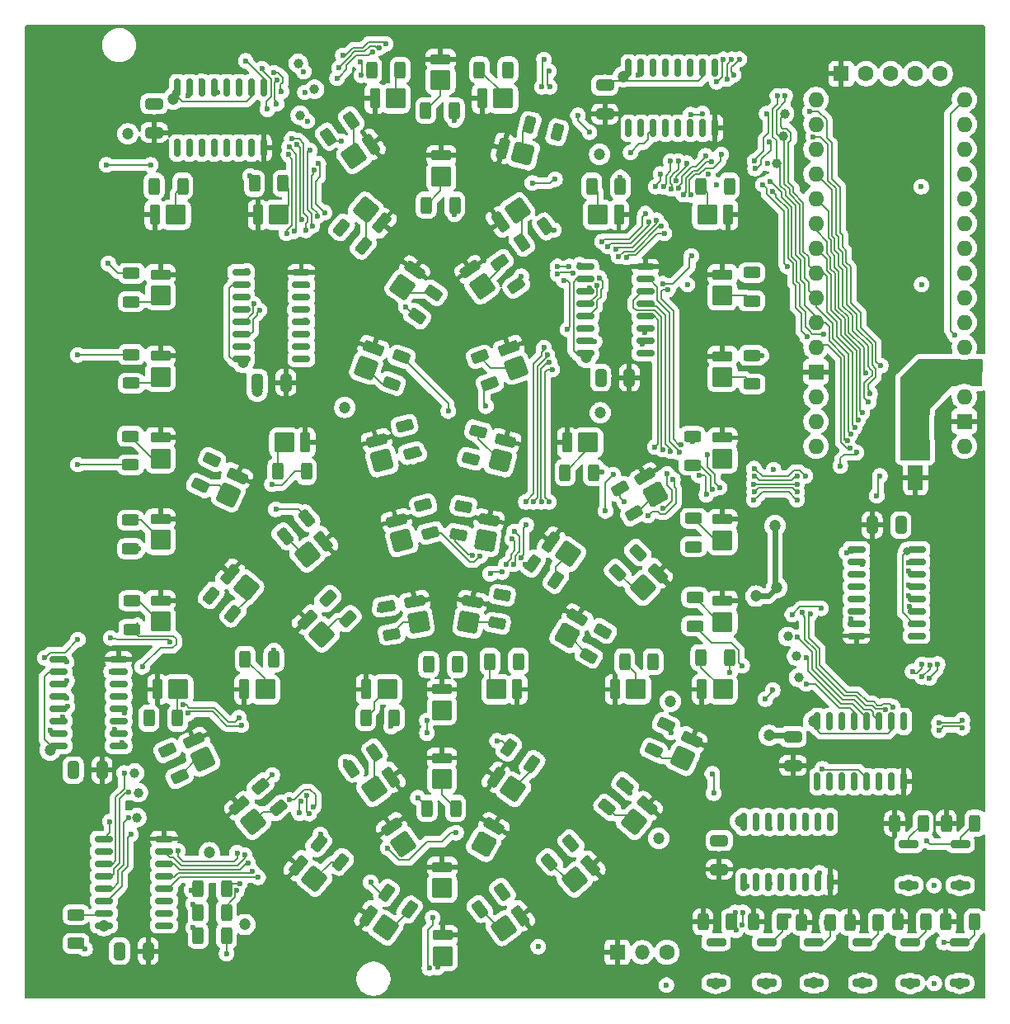
<source format=gtl>
G04 #@! TF.GenerationSoftware,KiCad,Pcbnew,9.0.6*
G04 #@! TF.CreationDate,2025-11-26T10:40:33-06:00*
G04 #@! TF.ProjectId,slu,736c752e-6b69-4636-9164-5f7063625858,rev?*
G04 #@! TF.SameCoordinates,Original*
G04 #@! TF.FileFunction,Copper,L1,Top*
G04 #@! TF.FilePolarity,Positive*
%FSLAX46Y46*%
G04 Gerber Fmt 4.6, Leading zero omitted, Abs format (unit mm)*
G04 Created by KiCad (PCBNEW 9.0.6) date 2025-11-26 10:40:33*
%MOMM*%
%LPD*%
G01*
G04 APERTURE LIST*
G04 Aperture macros list*
%AMRoundRect*
0 Rectangle with rounded corners*
0 $1 Rounding radius*
0 $2 $3 $4 $5 $6 $7 $8 $9 X,Y pos of 4 corners*
0 Add a 4 corners polygon primitive as box body*
4,1,4,$2,$3,$4,$5,$6,$7,$8,$9,$2,$3,0*
0 Add four circle primitives for the rounded corners*
1,1,$1+$1,$2,$3*
1,1,$1+$1,$4,$5*
1,1,$1+$1,$6,$7*
1,1,$1+$1,$8,$9*
0 Add four rect primitives between the rounded corners*
20,1,$1+$1,$2,$3,$4,$5,0*
20,1,$1+$1,$4,$5,$6,$7,0*
20,1,$1+$1,$6,$7,$8,$9,0*
20,1,$1+$1,$8,$9,$2,$3,0*%
G04 Aperture macros list end*
G04 #@! TA.AperFunction,SMDPad,CuDef*
%ADD10RoundRect,0.250000X-0.550000X1.050000X-0.550000X-1.050000X0.550000X-1.050000X0.550000X1.050000X0*%
G04 #@! TD*
G04 #@! TA.AperFunction,SMDPad,CuDef*
%ADD11RoundRect,0.165000X-0.385000X-0.885000X0.385000X-0.885000X0.385000X0.885000X-0.385000X0.885000X0*%
G04 #@! TD*
G04 #@! TA.AperFunction,SMDPad,CuDef*
%ADD12RoundRect,0.315000X-0.735000X-0.735000X0.735000X-0.735000X0.735000X0.735000X-0.735000X0.735000X0*%
G04 #@! TD*
G04 #@! TA.AperFunction,SMDPad,CuDef*
%ADD13RoundRect,0.250000X0.641131X0.277907X0.162353X0.679649X-0.641131X-0.277907X-0.162353X-0.679649X0*%
G04 #@! TD*
G04 #@! TA.AperFunction,SMDPad,CuDef*
%ADD14RoundRect,0.165000X-0.885000X0.385000X-0.885000X-0.385000X0.885000X-0.385000X0.885000X0.385000X0*%
G04 #@! TD*
G04 #@! TA.AperFunction,SMDPad,CuDef*
%ADD15RoundRect,0.315000X-0.735000X0.735000X-0.735000X-0.735000X0.735000X-0.735000X0.735000X0.735000X0*%
G04 #@! TD*
G04 #@! TA.AperFunction,SMDPad,CuDef*
%ADD16RoundRect,0.250000X0.126561X-0.687214X0.625708X-0.311080X-0.126561X0.687214X-0.625708X0.311080X0*%
G04 #@! TD*
G04 #@! TA.AperFunction,SMDPad,CuDef*
%ADD17RoundRect,0.250000X-0.312500X-0.625000X0.312500X-0.625000X0.312500X0.625000X-0.312500X0.625000X0*%
G04 #@! TD*
G04 #@! TA.AperFunction,SMDPad,CuDef*
%ADD18RoundRect,0.250000X-0.463614X-0.522823X0.140090X-0.684585X0.463614X0.522823X-0.140090X0.684585X0*%
G04 #@! TD*
G04 #@! TA.AperFunction,SMDPad,CuDef*
%ADD19RoundRect,0.250000X0.669770X-0.199222X0.561240X0.416283X-0.669770X0.199222X-0.561240X-0.416283X0*%
G04 #@! TD*
G04 #@! TA.AperFunction,SMDPad,CuDef*
%ADD20RoundRect,0.165000X-0.898026X-0.353553X-0.353553X-0.898026X0.898026X0.353553X0.353553X0.898026X0*%
G04 #@! TD*
G04 #@! TA.AperFunction,SMDPad,CuDef*
%ADD21RoundRect,0.315000X-1.039447X0.000000X0.000000X-1.039447X1.039447X0.000000X0.000000X1.039447X0*%
G04 #@! TD*
G04 #@! TA.AperFunction,SMDPad,CuDef*
%ADD22RoundRect,0.250000X0.312500X0.625000X-0.312500X0.625000X-0.312500X-0.625000X0.312500X-0.625000X0*%
G04 #@! TD*
G04 #@! TA.AperFunction,SMDPad,CuDef*
%ADD23RoundRect,0.162500X0.750000X0.162500X-0.750000X0.162500X-0.750000X-0.162500X0.750000X-0.162500X0*%
G04 #@! TD*
G04 #@! TA.AperFunction,SMDPad,CuDef*
%ADD24RoundRect,0.250000X-0.650000X0.325000X-0.650000X-0.325000X0.650000X-0.325000X0.650000X0.325000X0*%
G04 #@! TD*
G04 #@! TA.AperFunction,SMDPad,CuDef*
%ADD25RoundRect,0.165000X-0.863794X-0.430476X-0.273940X-0.925423X0.863794X0.430476X0.273940X0.925423X0*%
G04 #@! TD*
G04 #@! TA.AperFunction,SMDPad,CuDef*
%ADD26RoundRect,0.315000X-1.035492X-0.090594X0.090594X-1.035492X1.035492X0.090594X-0.090594X1.035492X0*%
G04 #@! TD*
G04 #@! TA.AperFunction,SMDPad,CuDef*
%ADD27RoundRect,0.200000X0.800000X-0.200000X0.800000X0.200000X-0.800000X0.200000X-0.800000X-0.200000X0*%
G04 #@! TD*
G04 #@! TA.AperFunction,SMDPad,CuDef*
%ADD28RoundRect,0.250000X-0.625000X0.312500X-0.625000X-0.312500X0.625000X-0.312500X0.625000X0.312500X0*%
G04 #@! TD*
G04 #@! TA.AperFunction,SMDPad,CuDef*
%ADD29RoundRect,0.165000X-0.755199X0.600936X-0.954490X-0.142827X0.755199X-0.600936X0.954490X0.142827X0*%
G04 #@! TD*
G04 #@! TA.AperFunction,SMDPad,CuDef*
%ADD30RoundRect,0.315000X-0.519723X0.900187X-0.900187X-0.519723X0.519723X-0.900187X0.900187X0.519723X0*%
G04 #@! TD*
G04 #@! TA.AperFunction,SMDPad,CuDef*
%ADD31RoundRect,0.165000X0.385000X0.885000X-0.385000X0.885000X-0.385000X-0.885000X0.385000X-0.885000X0*%
G04 #@! TD*
G04 #@! TA.AperFunction,SMDPad,CuDef*
%ADD32RoundRect,0.315000X0.735000X0.735000X-0.735000X0.735000X-0.735000X-0.735000X0.735000X-0.735000X0*%
G04 #@! TD*
G04 #@! TA.AperFunction,SMDPad,CuDef*
%ADD33RoundRect,0.165000X-0.958932X-0.109080X-0.573932X-0.775920X0.958932X0.109080X0.573932X0.775920X0*%
G04 #@! TD*
G04 #@! TA.AperFunction,SMDPad,CuDef*
%ADD34RoundRect,0.315000X-1.004029X0.269029X-0.269029X-1.004029X1.004029X-0.269029X0.269029X1.004029X0*%
G04 #@! TD*
G04 #@! TA.AperFunction,SMDPad,CuDef*
%ADD35RoundRect,0.250000X0.162353X-0.679649X0.641131X-0.277907X-0.162353X0.679649X-0.641131X0.277907X0*%
G04 #@! TD*
G04 #@! TA.AperFunction,SMDPad,CuDef*
%ADD36RoundRect,0.250000X0.174190X-0.676712X0.645884X-0.266675X-0.174190X0.676712X-0.645884X0.266675X0*%
G04 #@! TD*
G04 #@! TA.AperFunction,SMDPad,CuDef*
%ADD37RoundRect,0.162500X-0.750000X-0.162500X0.750000X-0.162500X0.750000X0.162500X-0.750000X0.162500X0*%
G04 #@! TD*
G04 #@! TA.AperFunction,SMDPad,CuDef*
%ADD38RoundRect,0.250000X0.434374X-0.547358X0.698511X0.019085X-0.434374X0.547358X-0.698511X-0.019085X0*%
G04 #@! TD*
G04 #@! TA.AperFunction,SMDPad,CuDef*
%ADD39RoundRect,0.250000X-0.325000X-0.650000X0.325000X-0.650000X0.325000X0.650000X-0.325000X0.650000X0*%
G04 #@! TD*
G04 #@! TA.AperFunction,SMDPad,CuDef*
%ADD40RoundRect,0.250000X-0.522823X0.463614X-0.684585X-0.140090X0.522823X-0.463614X0.684585X0.140090X0*%
G04 #@! TD*
G04 #@! TA.AperFunction,SMDPad,CuDef*
%ADD41RoundRect,0.165000X-0.964790X-0.025089X-0.639374X-0.722946X0.964790X0.025089X0.639374X0.722946X0*%
G04 #@! TD*
G04 #@! TA.AperFunction,SMDPad,CuDef*
%ADD42RoundRect,0.315000X-0.976761X0.355512X-0.355512X-0.976761X0.976761X-0.355512X0.355512X0.976761X0*%
G04 #@! TD*
G04 #@! TA.AperFunction,SMDPad,CuDef*
%ADD43RoundRect,0.162500X0.162500X-0.750000X0.162500X0.750000X-0.162500X0.750000X-0.162500X-0.750000X0*%
G04 #@! TD*
G04 #@! TA.AperFunction,SMDPad,CuDef*
%ADD44RoundRect,0.250000X-0.561240X0.416283X-0.669770X-0.199222X0.561240X-0.416283X0.669770X0.199222X0*%
G04 #@! TD*
G04 #@! TA.AperFunction,SMDPad,CuDef*
%ADD45RoundRect,0.165000X-0.938409X0.225472X-0.804700X-0.532830X0.938409X-0.225472X0.804700X0.532830X0*%
G04 #@! TD*
G04 #@! TA.AperFunction,SMDPad,CuDef*
%ADD46RoundRect,0.315000X-0.851465X0.596202X-0.596202X-0.851465X0.851465X-0.596202X0.596202X0.851465X0*%
G04 #@! TD*
G04 #@! TA.AperFunction,SMDPad,CuDef*
%ADD47RoundRect,0.165000X-0.822989X-0.504123X-0.192242X-0.945776X0.822989X0.504123X0.192242X0.945776X0*%
G04 #@! TD*
G04 #@! TA.AperFunction,SMDPad,CuDef*
%ADD48RoundRect,0.315000X-1.023655X-0.180498X0.180498X-1.023655X1.023655X0.180498X-0.180498X1.023655X0*%
G04 #@! TD*
G04 #@! TA.AperFunction,SMDPad,CuDef*
%ADD49RoundRect,0.165000X-0.639374X0.722946X-0.964790X0.025089X0.639374X-0.722946X0.964790X-0.025089X0*%
G04 #@! TD*
G04 #@! TA.AperFunction,SMDPad,CuDef*
%ADD50RoundRect,0.315000X-0.355512X0.976761X-0.976761X-0.355512X0.355512X-0.976761X0.976761X0.355512X0*%
G04 #@! TD*
G04 #@! TA.AperFunction,SMDPad,CuDef*
%ADD51RoundRect,0.250000X-0.332727X0.614470X-0.691213X0.102500X0.332727X-0.614470X0.691213X-0.102500X0*%
G04 #@! TD*
G04 #@! TA.AperFunction,SMDPad,CuDef*
%ADD52RoundRect,0.165000X-0.192242X0.945776X-0.822989X0.504123X0.192242X-0.945776X0.822989X-0.504123X0*%
G04 #@! TD*
G04 #@! TA.AperFunction,SMDPad,CuDef*
%ADD53RoundRect,0.315000X0.180498X1.023655X-1.023655X0.180498X-0.180498X-1.023655X1.023655X-0.180498X0*%
G04 #@! TD*
G04 #@! TA.AperFunction,SMDPad,CuDef*
%ADD54RoundRect,0.250000X0.625000X-0.312500X0.625000X0.312500X-0.625000X0.312500X-0.625000X-0.312500X0*%
G04 #@! TD*
G04 #@! TA.AperFunction,SMDPad,CuDef*
%ADD55RoundRect,0.165000X-0.954490X0.142827X-0.755199X-0.600936X0.954490X-0.142827X0.755199X0.600936X0*%
G04 #@! TD*
G04 #@! TA.AperFunction,SMDPad,CuDef*
%ADD56RoundRect,0.315000X-0.900187X0.519723X-0.519723X-0.900187X0.900187X-0.519723X0.519723X0.900187X0*%
G04 #@! TD*
G04 #@! TA.AperFunction,SMDPad,CuDef*
%ADD57RoundRect,0.165000X-0.945776X-0.192242X-0.504123X-0.822989X0.945776X0.192242X0.504123X0.822989X0*%
G04 #@! TD*
G04 #@! TA.AperFunction,SMDPad,CuDef*
%ADD58RoundRect,0.315000X-1.023655X0.180498X-0.180498X-1.023655X1.023655X-0.180498X0.180498X1.023655X0*%
G04 #@! TD*
G04 #@! TA.AperFunction,SMDPad,CuDef*
%ADD59RoundRect,0.165000X-0.290049X0.920501X-0.871175X0.415335X0.290049X-0.920501X0.871175X-0.415335X0*%
G04 #@! TD*
G04 #@! TA.AperFunction,SMDPad,CuDef*
%ADD60RoundRect,0.315000X0.072508X1.036915X-1.036915X0.072508X-0.072508X-1.036915X1.036915X-0.072508X0*%
G04 #@! TD*
G04 #@! TA.AperFunction,SMDPad,CuDef*
%ADD61RoundRect,0.250000X-0.684585X0.140090X-0.522823X-0.463614X0.684585X-0.140090X0.522823X0.463614X0*%
G04 #@! TD*
G04 #@! TA.AperFunction,SMDPad,CuDef*
%ADD62RoundRect,0.250000X0.220971X-0.662913X0.662913X-0.220971X-0.220971X0.662913X-0.662913X0.220971X0*%
G04 #@! TD*
G04 #@! TA.AperFunction,SMDPad,CuDef*
%ADD63RoundRect,0.250000X0.697516X0.041867X0.385016X0.583133X-0.697516X-0.041867X-0.385016X-0.583133X0*%
G04 #@! TD*
G04 #@! TA.AperFunction,SMDPad,CuDef*
%ADD64RoundRect,0.165000X-0.804700X0.532830X-0.938409X-0.225472X0.804700X-0.532830X0.938409X0.225472X0*%
G04 #@! TD*
G04 #@! TA.AperFunction,SMDPad,CuDef*
%ADD65RoundRect,0.315000X-0.596202X0.851465X-0.851465X-0.596202X0.596202X-0.851465X0.851465X0.596202X0*%
G04 #@! TD*
G04 #@! TA.AperFunction,SMDPad,CuDef*
%ADD66RoundRect,0.250000X0.679649X0.162353X0.277907X0.641131X-0.679649X-0.162353X-0.277907X-0.641131X0*%
G04 #@! TD*
G04 #@! TA.AperFunction,SMDPad,CuDef*
%ADD67RoundRect,0.250000X0.102500X-0.691213X0.614470X-0.332727X-0.102500X0.691213X-0.614470X0.332727X0*%
G04 #@! TD*
G04 #@! TA.AperFunction,SMDPad,CuDef*
%ADD68RoundRect,0.165000X0.192242X-0.945776X0.822989X-0.504123X-0.192242X0.945776X-0.822989X0.504123X0*%
G04 #@! TD*
G04 #@! TA.AperFunction,SMDPad,CuDef*
%ADD69RoundRect,0.315000X-0.180498X-1.023655X1.023655X-0.180498X0.180498X1.023655X-1.023655X0.180498X0*%
G04 #@! TD*
G04 #@! TA.AperFunction,SMDPad,CuDef*
%ADD70RoundRect,0.250000X0.561240X-0.416283X0.669770X0.199222X-0.561240X0.416283X-0.669770X-0.199222X0*%
G04 #@! TD*
G04 #@! TA.AperFunction,SMDPad,CuDef*
%ADD71RoundRect,0.250000X-0.694189X0.079891X-0.480427X-0.507417X0.694189X-0.079891X0.480427X0.507417X0*%
G04 #@! TD*
G04 #@! TA.AperFunction,SMDPad,CuDef*
%ADD72RoundRect,0.250000X-0.102500X0.691213X-0.614470X0.332727X0.102500X-0.691213X0.614470X-0.332727X0*%
G04 #@! TD*
G04 #@! TA.AperFunction,SMDPad,CuDef*
%ADD73RoundRect,0.250000X0.614470X0.332727X0.102500X0.691213X-0.614470X-0.332727X-0.102500X-0.691213X0*%
G04 #@! TD*
G04 #@! TA.AperFunction,SMDPad,CuDef*
%ADD74RoundRect,0.165000X-0.699950X0.664469X-0.963306X-0.059094X0.699950X-0.664469X0.963306X0.059094X0*%
G04 #@! TD*
G04 #@! TA.AperFunction,SMDPad,CuDef*
%ADD75RoundRect,0.315000X-0.439289X0.942059X-0.942059X-0.439289X0.439289X-0.942059X0.942059X0.439289X0*%
G04 #@! TD*
G04 #@! TA.AperFunction,SMDPad,CuDef*
%ADD76RoundRect,0.250000X0.698511X-0.019085X0.434374X0.547358X-0.698511X0.019085X-0.434374X-0.547358X0*%
G04 #@! TD*
G04 #@! TA.AperFunction,SMDPad,CuDef*
%ADD77RoundRect,0.165000X-0.600936X-0.755199X0.142827X-0.954490X0.600936X0.755199X-0.142827X0.954490X0*%
G04 #@! TD*
G04 #@! TA.AperFunction,SMDPad,CuDef*
%ADD78RoundRect,0.315000X-0.900187X-0.519723X0.519723X-0.900187X0.900187X0.519723X-0.519723X0.900187X0*%
G04 #@! TD*
G04 #@! TA.AperFunction,SMDPad,CuDef*
%ADD79RoundRect,0.165000X-0.963306X0.059094X-0.699950X-0.664469X0.963306X-0.059094X0.699950X0.664469X0*%
G04 #@! TD*
G04 #@! TA.AperFunction,SMDPad,CuDef*
%ADD80RoundRect,0.315000X-0.942059X0.439289X-0.439289X-0.942059X0.942059X-0.439289X0.439289X0.942059X0*%
G04 #@! TD*
G04 #@! TA.AperFunction,SMDPad,CuDef*
%ADD81RoundRect,0.250000X0.650000X-0.325000X0.650000X0.325000X-0.650000X0.325000X-0.650000X-0.325000X0*%
G04 #@! TD*
G04 #@! TA.AperFunction,SMDPad,CuDef*
%ADD82RoundRect,0.250000X0.662913X0.220971X0.220971X0.662913X-0.662913X-0.220971X-0.220971X-0.662913X0*%
G04 #@! TD*
G04 #@! TA.AperFunction,ComponentPad*
%ADD83C,1.600000*%
G04 #@! TD*
G04 #@! TA.AperFunction,ComponentPad*
%ADD84O,1.500000X1.500000*%
G04 #@! TD*
G04 #@! TA.AperFunction,ComponentPad*
%ADD85R,1.600000X1.600000*%
G04 #@! TD*
G04 #@! TA.AperFunction,SMDPad,CuDef*
%ADD86RoundRect,0.250000X0.325000X0.650000X-0.325000X0.650000X-0.325000X-0.650000X0.325000X-0.650000X0*%
G04 #@! TD*
G04 #@! TA.AperFunction,SMDPad,CuDef*
%ADD87RoundRect,0.165000X-0.925423X-0.273940X-0.430476X-0.863794X0.925423X0.273940X0.430476X0.863794X0*%
G04 #@! TD*
G04 #@! TA.AperFunction,SMDPad,CuDef*
%ADD88RoundRect,0.315000X-1.035492X0.090594X-0.090594X-1.035492X1.035492X-0.090594X0.090594X1.035492X0*%
G04 #@! TD*
G04 #@! TA.AperFunction,SMDPad,CuDef*
%ADD89RoundRect,0.165000X0.863794X0.430476X0.273940X0.925423X-0.863794X-0.430476X-0.273940X-0.925423X0*%
G04 #@! TD*
G04 #@! TA.AperFunction,SMDPad,CuDef*
%ADD90RoundRect,0.315000X1.035492X0.090594X-0.090594X1.035492X-1.035492X-0.090594X0.090594X-1.035492X0*%
G04 #@! TD*
G04 #@! TA.AperFunction,SMDPad,CuDef*
%ADD91RoundRect,0.165000X-0.353553X0.898026X-0.898026X0.353553X0.353553X-0.898026X0.898026X-0.353553X0*%
G04 #@! TD*
G04 #@! TA.AperFunction,SMDPad,CuDef*
%ADD92RoundRect,0.315000X0.000000X1.039447X-1.039447X0.000000X0.000000X-1.039447X1.039447X0.000000X0*%
G04 #@! TD*
G04 #@! TA.AperFunction,SMDPad,CuDef*
%ADD93RoundRect,0.165000X-0.273940X0.925423X-0.863794X0.430476X0.273940X-0.925423X0.863794X-0.430476X0*%
G04 #@! TD*
G04 #@! TA.AperFunction,SMDPad,CuDef*
%ADD94RoundRect,0.315000X0.090594X1.035492X-1.035492X0.090594X-0.090594X-1.035492X1.035492X-0.090594X0*%
G04 #@! TD*
G04 #@! TA.AperFunction,SMDPad,CuDef*
%ADD95RoundRect,0.165000X-0.573932X0.775920X-0.958932X0.109080X0.573932X-0.775920X0.958932X-0.109080X0*%
G04 #@! TD*
G04 #@! TA.AperFunction,SMDPad,CuDef*
%ADD96RoundRect,0.315000X-0.269029X1.004029X-1.004029X-0.269029X0.269029X-1.004029X1.004029X0.269029X0*%
G04 #@! TD*
G04 #@! TA.AperFunction,SMDPad,CuDef*
%ADD97RoundRect,0.250000X0.385016X-0.583133X0.697516X-0.041867X-0.385016X0.583133X-0.697516X0.041867X0*%
G04 #@! TD*
G04 #@! TA.AperFunction,SMDPad,CuDef*
%ADD98RoundRect,0.165000X-0.208718X0.942277X-0.831661X0.489683X0.208718X-0.942277X0.831661X-0.489683X0*%
G04 #@! TD*
G04 #@! TA.AperFunction,SMDPad,CuDef*
%ADD99RoundRect,0.315000X0.162605X1.026650X-1.026650X0.162605X-0.162605X-1.026650X1.026650X-0.162605X0*%
G04 #@! TD*
G04 #@! TA.AperFunction,SMDPad,CuDef*
%ADD100RoundRect,0.250000X-0.691213X-0.102500X-0.332727X-0.614470X0.691213X0.102500X0.332727X0.614470X0*%
G04 #@! TD*
G04 #@! TA.AperFunction,SMDPad,CuDef*
%ADD101RoundRect,0.250000X0.289054X-0.636183X0.682379X-0.150467X-0.289054X0.636183X-0.682379X0.150467X0*%
G04 #@! TD*
G04 #@! TA.AperFunction,SMDPad,CuDef*
%ADD102RoundRect,0.250000X0.620184X0.321953X0.114548X0.689319X-0.620184X-0.321953X-0.114548X-0.689319X0*%
G04 #@! TD*
G04 #@! TA.AperFunction,SMDPad,CuDef*
%ADD103RoundRect,0.250000X0.480427X-0.507417X0.694189X0.079891X-0.480427X0.507417X-0.694189X-0.079891X0*%
G04 #@! TD*
G04 #@! TA.AperFunction,SMDPad,CuDef*
%ADD104RoundRect,0.165000X-0.430476X0.863794X-0.925423X0.273940X0.430476X-0.863794X0.925423X-0.273940X0*%
G04 #@! TD*
G04 #@! TA.AperFunction,SMDPad,CuDef*
%ADD105RoundRect,0.315000X-0.090594X1.035492X-1.035492X-0.090594X0.090594X-1.035492X1.035492X0.090594X0*%
G04 #@! TD*
G04 #@! TA.AperFunction,SMDPad,CuDef*
%ADD106RoundRect,0.165000X-0.504123X0.822989X-0.945776X0.192242X0.504123X-0.822989X0.945776X-0.192242X0*%
G04 #@! TD*
G04 #@! TA.AperFunction,SMDPad,CuDef*
%ADD107RoundRect,0.315000X-0.180498X1.023655X-1.023655X-0.180498X0.180498X-1.023655X1.023655X0.180498X0*%
G04 #@! TD*
G04 #@! TA.AperFunction,ComponentPad*
%ADD108O,1.600000X1.600000*%
G04 #@! TD*
G04 #@! TA.AperFunction,ViaPad*
%ADD109C,0.600000*%
G04 #@! TD*
G04 #@! TA.AperFunction,ViaPad*
%ADD110C,1.200000*%
G04 #@! TD*
G04 #@! TA.AperFunction,ViaPad*
%ADD111C,1.000000*%
G04 #@! TD*
G04 #@! TA.AperFunction,ViaPad*
%ADD112C,0.800000*%
G04 #@! TD*
G04 #@! TA.AperFunction,Conductor*
%ADD113C,0.200000*%
G04 #@! TD*
G04 #@! TA.AperFunction,Conductor*
%ADD114C,0.600000*%
G04 #@! TD*
G04 APERTURE END LIST*
D10*
G04 #@! TO.P,bc1,1*
G04 #@! TO.N,+5V*
X148880000Y-91470000D03*
G04 #@! TO.P,bc1,2*
G04 #@! TO.N,GND*
X148880000Y-95070000D03*
G04 #@! TD*
D11*
G04 #@! TO.P,d42,1,K*
G04 #@! TO.N,GND*
X118030000Y-116770000D03*
D12*
G04 #@! TO.P,d42,2,A*
G04 #@! TO.N,Net-(d42-A)*
X120180000Y-116770000D03*
G04 #@! TD*
D13*
G04 #@! TO.P,r18,1*
G04 #@! TO.N,Net-(d18-A)*
X89830340Y-134470077D03*
G04 #@! TO.P,r18,2*
G04 #@! TO.N,/ICD18*
X87589660Y-132589923D03*
G04 #@! TD*
D14*
G04 #@! TO.P,d9,1,K*
G04 #@! TO.N,GND*
X129050000Y-82573333D03*
D15*
G04 #@! TO.P,d9,2,A*
G04 #@! TO.N,Net-(d9-A)*
X129050000Y-84723333D03*
G04 #@! TD*
D16*
G04 #@! TO.P,r1,1*
G04 #@! TO.N,Net-(d1-A)*
X104130000Y-139300000D03*
G04 #@! TO.P,r1,2*
G04 #@! TO.N,/ICD1*
X106466008Y-137539692D03*
G04 #@! TD*
D17*
G04 #@! TO.P,r12,1*
G04 #@! TO.N,Net-(d12-A)*
X115647500Y-65130000D03*
G04 #@! TO.P,r12,2*
G04 #@! TO.N,/ICD12*
X118572500Y-65130000D03*
G04 #@! TD*
D14*
G04 #@! TO.P,d25,1,K*
G04 #@! TO.N,GND*
X71340000Y-82553333D03*
D15*
G04 #@! TO.P,d25,2,A*
G04 #@! TO.N,Net-(d25-A)*
X71340000Y-84703333D03*
G04 #@! TD*
D18*
G04 #@! TO.P,r15,1*
G04 #@! TO.N,Net-(d15-A)*
X109247333Y-58851477D03*
G04 #@! TO.P,r15,2*
G04 #@! TO.N,/ICD15*
X112072667Y-59608523D03*
G04 #@! TD*
D19*
G04 #@! TO.P,r51,1*
G04 #@! TO.N,Net-(d51-A)*
X95073960Y-111110281D03*
G04 #@! TO.P,r51,2*
G04 #@! TO.N,/ICD51*
X94566040Y-108229719D03*
G04 #@! TD*
D20*
G04 #@! TO.P,d52,1,K*
G04 #@! TO.N,GND*
X86402477Y-109592477D03*
D21*
G04 #@! TO.P,d52,2,A*
G04 #@! TO.N,Net-(d52-A)*
X87922756Y-111112756D03*
G04 #@! TD*
D17*
G04 #@! TO.P,r44,1*
G04 #@! TO.N,Net-(d44-A)*
X80047500Y-113660000D03*
G04 #@! TO.P,r44,2*
G04 #@! TO.N,/ICD44*
X82972500Y-113660000D03*
G04 #@! TD*
D22*
G04 #@! TO.P,r34,1*
G04 #@! TO.N,Net-(d34-A)*
X78130400Y-142036800D03*
G04 #@! TO.P,r34,2*
G04 #@! TO.N,/ICD34*
X75205400Y-142036800D03*
G04 #@! TD*
D23*
G04 #@! TO.P,ICO6,1,LED2*
G04 #@! TO.N,/ICD42*
X121140000Y-82300000D03*
G04 #@! TO.P,ICO6,2,LED3*
G04 #@! TO.N,/ICD43*
X121140000Y-81030000D03*
G04 #@! TO.P,ICO6,3,LED4*
G04 #@! TO.N,/ICD44*
X121140000Y-79760000D03*
G04 #@! TO.P,ICO6,4,LED5*
G04 #@! TO.N,/ICD45*
X121140000Y-78490000D03*
G04 #@! TO.P,ICO6,5,LED6*
G04 #@! TO.N,/ICD46*
X121140000Y-77220000D03*
G04 #@! TO.P,ICO6,6,LED7*
G04 #@! TO.N,/ICD47*
X121140000Y-75950000D03*
G04 #@! TO.P,ICO6,7,LED8*
G04 #@! TO.N,/ICD48*
X121140000Y-74680000D03*
G04 #@! TO.P,ICO6,8,GND*
G04 #@! TO.N,GND*
X121140000Y-73410000D03*
G04 #@! TO.P,ICO6,9,SER-OUT*
G04 #@! TO.N,/SER6-7*
X114965000Y-73410000D03*
G04 #@! TO.P,ICO6,10,~{SRCLR}*
G04 #@! TO.N,+5V*
X114965000Y-74680000D03*
G04 #@! TO.P,ICO6,11,SRCLK*
G04 #@! TO.N,/CLOCK*
X114965000Y-75950000D03*
G04 #@! TO.P,ICO6,12,RCLK*
G04 #@! TO.N,/LATCH*
X114965000Y-77220000D03*
G04 #@! TO.P,ICO6,13,~{OE}*
G04 #@! TO.N,/OE*
X114965000Y-78490000D03*
G04 #@! TO.P,ICO6,14,SER*
G04 #@! TO.N,/SER5-6*
X114965000Y-79760000D03*
G04 #@! TO.P,ICO6,15,LED1*
G04 #@! TO.N,/ICD41*
X114965000Y-81030000D03*
G04 #@! TO.P,ICO6,16,VCC*
G04 #@! TO.N,+5V*
X114965000Y-82300000D03*
G04 #@! TD*
D22*
G04 #@! TO.P,r32,1*
G04 #@! TO.N,Net-(d32-A)*
X95952500Y-53230000D03*
G04 #@! TO.P,r32,2*
G04 #@! TO.N,/ICD32*
X93027500Y-53230000D03*
G04 #@! TD*
D24*
G04 #@! TO.P,c2,1*
G04 #@! TO.N,+5V*
X116980000Y-54785000D03*
G04 #@! TO.P,c2,2*
G04 #@! TO.N,GND*
X116980000Y-57735000D03*
G04 #@! TD*
D25*
G04 #@! TO.P,d53,1,K*
G04 #@! TO.N,GND*
X78503500Y-104918665D03*
D26*
G04 #@! TO.P,d53,2,A*
G04 #@! TO.N,Net-(d53-A)*
X80150496Y-106300658D03*
G04 #@! TD*
D17*
G04 #@! TO.P,r63,1*
G04 #@! TO.N,Net-(d63-A)*
X98637500Y-67075000D03*
G04 #@! TO.P,r63,2*
G04 #@! TO.N,/ICD63*
X101562500Y-67075000D03*
G04 #@! TD*
D27*
G04 #@! TO.P,b1,1,1*
G04 #@! TO.N,+5V*
X148190000Y-136850000D03*
G04 #@! TO.P,b1,2,2*
G04 #@! TO.N,/btn1*
X148190000Y-132650000D03*
G04 #@! TD*
D28*
G04 #@! TO.P,r22,1*
G04 #@! TO.N,Net-(d22-A)*
X68390000Y-107667500D03*
G04 #@! TO.P,r22,2*
G04 #@! TO.N,/ICD22*
X68390000Y-110592500D03*
G04 #@! TD*
D29*
G04 #@! TO.P,d59,1,K*
G04 #@! TO.N,GND*
X106776818Y-91225658D03*
D30*
G04 #@! TO.P,d59,2,A*
G04 #@! TO.N,Net-(d59-A)*
X106220357Y-93302400D03*
G04 #@! TD*
D11*
G04 #@! TO.P,d44,1,K*
G04 #@! TO.N,GND*
X79950000Y-116770000D03*
D12*
G04 #@! TO.P,d44,2,A*
G04 #@! TO.N,Net-(d44-A)*
X82100000Y-116770000D03*
G04 #@! TD*
D31*
G04 #@! TO.P,d55,1,K*
G04 #@! TO.N,GND*
X86200000Y-91450000D03*
D32*
G04 #@! TO.P,d55,2,A*
G04 #@! TO.N,Net-(d55-A)*
X84050000Y-91450000D03*
G04 #@! TD*
D33*
G04 #@! TO.P,d47,1,K*
G04 #@! TO.N,GND*
X121110000Y-94899526D03*
D34*
G04 #@! TO.P,d47,2,A*
G04 #@! TO.N,Net-(d47-A)*
X122185000Y-96761481D03*
G04 #@! TD*
D14*
G04 #@! TO.P,d23,1,K*
G04 #@! TO.N,GND*
X71340000Y-99276667D03*
D15*
G04 #@! TO.P,d23,2,A*
G04 #@! TO.N,Net-(d23-A)*
X71340000Y-101426667D03*
G04 #@! TD*
D22*
G04 #@! TO.P,r70,1*
G04 #@! TO.N,/btn6*
X145052500Y-140660000D03*
G04 #@! TO.P,r70,2*
G04 #@! TO.N,GND*
X142127500Y-140660000D03*
G04 #@! TD*
G04 #@! TO.P,r21,1*
G04 #@! TO.N,Net-(d21-A)*
X73092500Y-119730000D03*
G04 #@! TO.P,r21,2*
G04 #@! TO.N,/ICD21*
X70167500Y-119730000D03*
G04 #@! TD*
D35*
G04 #@! TO.P,r56,1*
G04 #@! TO.N,Net-(d56-A)*
X84129660Y-101070077D03*
G04 #@! TO.P,r56,2*
G04 #@! TO.N,/ICD56*
X86370340Y-99189923D03*
G04 #@! TD*
D36*
G04 #@! TO.P,r2,1*
G04 #@! TO.N,Net-(d2-A)*
X111286237Y-134479486D03*
G04 #@! TO.P,r2,2*
G04 #@! TO.N,/ICD2*
X113493763Y-132560514D03*
G04 #@! TD*
D37*
G04 #@! TO.P,ICO8,1,LED2*
G04 #@! TO.N,/ICD58*
X142810000Y-102380000D03*
G04 #@! TO.P,ICO8,2,LED3*
G04 #@! TO.N,/ICD59*
X142810000Y-103650000D03*
G04 #@! TO.P,ICO8,3,LED4*
G04 #@! TO.N,/ICD60*
X142810000Y-104920000D03*
G04 #@! TO.P,ICO8,4,LED5*
G04 #@! TO.N,/ICD61*
X142810000Y-106190000D03*
G04 #@! TO.P,ICO8,5,LED6*
G04 #@! TO.N,/ICD62*
X142810000Y-107460000D03*
G04 #@! TO.P,ICO8,6,LED7*
G04 #@! TO.N,/ICD63*
X142810000Y-108730000D03*
G04 #@! TO.P,ICO8,7,LED8*
G04 #@! TO.N,/ICD64*
X142810000Y-110000000D03*
G04 #@! TO.P,ICO8,8,GND*
G04 #@! TO.N,GND*
X142810000Y-111270000D03*
G04 #@! TO.P,ICO8,9,SER-OUT*
G04 #@! TO.N,unconnected-(ICO8-SER-OUT-Pad9)*
X148985000Y-111270000D03*
G04 #@! TO.P,ICO8,10,~{SRCLR}*
G04 #@! TO.N,+5V*
X148985000Y-110000000D03*
G04 #@! TO.P,ICO8,11,SRCLK*
G04 #@! TO.N,/CLOCK*
X148985000Y-108730000D03*
G04 #@! TO.P,ICO8,12,RCLK*
G04 #@! TO.N,/LATCH*
X148985000Y-107460000D03*
G04 #@! TO.P,ICO8,13,~{OE}*
G04 #@! TO.N,/OE*
X148985000Y-106190000D03*
G04 #@! TO.P,ICO8,14,SER*
G04 #@! TO.N,/SER7-8*
X148985000Y-104920000D03*
G04 #@! TO.P,ICO8,15,LED1*
G04 #@! TO.N,/ICD57*
X148985000Y-103650000D03*
G04 #@! TO.P,ICO8,16,VCC*
G04 #@! TO.N,+5V*
X148985000Y-102380000D03*
G04 #@! TD*
D27*
G04 #@! TO.P,b5,1,1*
G04 #@! TO.N,+5V*
X138450000Y-146910000D03*
G04 #@! TO.P,b5,2,2*
G04 #@! TO.N,/btn5*
X138450000Y-142710000D03*
G04 #@! TD*
D38*
G04 #@! TO.P,r4,1*
G04 #@! TO.N,Net-(d4-A)*
X122011921Y-123015475D03*
G04 #@! TO.P,r4,2*
G04 #@! TO.N,/ICD4*
X123248079Y-120364525D03*
G04 #@! TD*
D14*
G04 #@! TO.P,d24,1,K*
G04 #@! TO.N,GND*
X71340000Y-90915000D03*
D15*
G04 #@! TO.P,d24,2,A*
G04 #@! TO.N,Net-(d24-A)*
X71340000Y-93065000D03*
G04 #@! TD*
D39*
G04 #@! TO.P,c7,1*
G04 #@! TO.N,+5V*
X81265000Y-85290000D03*
G04 #@! TO.P,c7,2*
G04 #@! TO.N,GND*
X84215000Y-85290000D03*
G04 #@! TD*
D17*
G04 #@! TO.P,r16,1*
G04 #@! TO.N,Net-(d16-A)*
X104097500Y-53200000D03*
G04 #@! TO.P,r16,2*
G04 #@! TO.N,/ICD16*
X107022500Y-53200000D03*
G04 #@! TD*
G04 #@! TO.P,r5,1*
G04 #@! TO.N,Net-(d5-A)*
X126827500Y-113490000D03*
G04 #@! TO.P,r5,2*
G04 #@! TO.N,/ICD5*
X129752500Y-113490000D03*
G04 #@! TD*
D40*
G04 #@! TO.P,r59,1*
G04 #@! TO.N,Net-(d59-A)*
X103968523Y-90287333D03*
G04 #@! TO.P,r59,2*
G04 #@! TO.N,/ICD59*
X103211477Y-93112667D03*
G04 #@! TD*
D41*
G04 #@! TO.P,d20,1,K*
G04 #@! TO.N,GND*
X74800000Y-122000000D03*
D42*
G04 #@! TO.P,d20,2,A*
G04 #@! TO.N,Net-(d20-A)*
X75708629Y-123948561D03*
G04 #@! TD*
D22*
G04 #@! TO.P,r69,1*
G04 #@! TO.N,/btn5*
X140122500Y-140660000D03*
G04 #@! TO.P,r69,2*
G04 #@! TO.N,GND*
X137197500Y-140660000D03*
G04 #@! TD*
G04 #@! TO.P,r27,1*
G04 #@! TO.N,Net-(d27-A)*
X73622500Y-65130000D03*
G04 #@! TO.P,r27,2*
G04 #@! TO.N,/ICD27*
X70697500Y-65130000D03*
G04 #@! TD*
D17*
G04 #@! TO.P,r11,1*
G04 #@! TO.N,Net-(d11-A)*
X126829999Y-65129999D03*
G04 #@! TO.P,r11,2*
G04 #@! TO.N,/ICD11*
X129754999Y-65129999D03*
G04 #@! TD*
D43*
G04 #@! TO.P,ICO2,1,LED2*
G04 #@! TO.N,/ICD10*
X119417500Y-59187500D03*
G04 #@! TO.P,ICO2,2,LED3*
G04 #@! TO.N,/ICD11*
X120687500Y-59187500D03*
G04 #@! TO.P,ICO2,3,LED4*
G04 #@! TO.N,/ICD12*
X121957500Y-59187500D03*
G04 #@! TO.P,ICO2,4,LED5*
G04 #@! TO.N,/ICD13*
X123227500Y-59187500D03*
G04 #@! TO.P,ICO2,5,LED6*
G04 #@! TO.N,/ICD14*
X124497500Y-59187500D03*
G04 #@! TO.P,ICO2,6,LED7*
G04 #@! TO.N,/ICD15*
X125767500Y-59187500D03*
G04 #@! TO.P,ICO2,7,LED8*
G04 #@! TO.N,/ICD16*
X127037500Y-59187500D03*
G04 #@! TO.P,ICO2,8,GND*
G04 #@! TO.N,GND*
X128307500Y-59187500D03*
G04 #@! TO.P,ICO2,9,SER-OUT*
G04 #@! TO.N,/SER2-3*
X128307500Y-53012500D03*
G04 #@! TO.P,ICO2,10,~{SRCLR}*
G04 #@! TO.N,+5V*
X127037500Y-53012500D03*
G04 #@! TO.P,ICO2,11,SRCLK*
G04 #@! TO.N,/CLOCK*
X125767500Y-53012500D03*
G04 #@! TO.P,ICO2,12,RCLK*
G04 #@! TO.N,/LATCH*
X124497500Y-53012500D03*
G04 #@! TO.P,ICO2,13,~{OE}*
G04 #@! TO.N,/OE*
X123227500Y-53012500D03*
G04 #@! TO.P,ICO2,14,SER*
G04 #@! TO.N,/SER1-2*
X121957500Y-53012500D03*
G04 #@! TO.P,ICO2,15,LED1*
G04 #@! TO.N,/ICD9*
X120687500Y-53012500D03*
G04 #@! TO.P,ICO2,16,VCC*
G04 #@! TO.N,+5V*
X119417500Y-53012500D03*
G04 #@! TD*
D44*
G04 #@! TO.P,r58,1*
G04 #@! TO.N,Net-(d58-A)*
X102453960Y-97979719D03*
G04 #@! TO.P,r58,2*
G04 #@! TO.N,/ICD58*
X101946040Y-100860281D03*
G04 #@! TD*
D14*
G04 #@! TO.P,d40,1,K*
G04 #@! TO.N,GND*
X100250000Y-116770000D03*
D15*
G04 #@! TO.P,d40,2,A*
G04 #@! TO.N,Net-(d40-A)*
X100250000Y-118920000D03*
G04 #@! TD*
D11*
G04 #@! TO.P,d27,1,K*
G04 #@! TO.N,GND*
X70770000Y-68070000D03*
D12*
G04 #@! TO.P,d27,2,A*
G04 #@! TO.N,Net-(d27-A)*
X72920000Y-68070000D03*
G04 #@! TD*
D45*
G04 #@! TO.P,d51,1,K*
G04 #@! TO.N,GND*
X97477310Y-107770358D03*
D46*
G04 #@! TO.P,d51,2,A*
G04 #@! TO.N,Net-(d51-A)*
X97850655Y-109887694D03*
G04 #@! TD*
D47*
G04 #@! TO.P,d49,1,K*
G04 #@! TO.N,GND*
X111462336Y-101651408D03*
D48*
G04 #@! TO.P,d49,2,A*
G04 #@! TO.N,Net-(d49-A)*
X113223513Y-102884597D03*
G04 #@! TD*
D22*
G04 #@! TO.P,r66,1*
G04 #@! TO.N,/btn2*
X154965000Y-130500000D03*
G04 #@! TO.P,r66,2*
G04 #@! TO.N,GND*
X152040000Y-130500000D03*
G04 #@! TD*
D49*
G04 #@! TO.P,d54,1,K*
G04 #@! TO.N,GND*
X79206308Y-94845548D03*
D50*
G04 #@! TO.P,d54,2,A*
G04 #@! TO.N,Net-(d54-A)*
X78297679Y-96794109D03*
G04 #@! TD*
D51*
G04 #@! TO.P,r29,1*
G04 #@! TO.N,Net-(d29-A)*
X99388856Y-76081990D03*
G04 #@! TO.P,r29,2*
G04 #@! TO.N,/ICD29*
X97711144Y-78478010D03*
G04 #@! TD*
D43*
G04 #@! TO.P,ICI1,1,~{PL}*
G04 #@! TO.N,/LOAD(PL)*
X131205000Y-136527500D03*
G04 #@! TO.P,ICI1,2,CP*
G04 #@! TO.N,/SCK(CP)*
X132475000Y-136527500D03*
G04 #@! TO.P,ICI1,3,D4*
G04 #@! TO.N,/btn5*
X133745000Y-136527500D03*
G04 #@! TO.P,ICI1,4,D5*
G04 #@! TO.N,/btn6*
X135015000Y-136527500D03*
G04 #@! TO.P,ICI1,5,D6*
G04 #@! TO.N,/btn7*
X136285000Y-136527500D03*
G04 #@! TO.P,ICI1,6,D7*
G04 #@! TO.N,/btn8*
X137555000Y-136527500D03*
G04 #@! TO.P,ICI1,7,~{Q7}*
G04 #@! TO.N,/SEROUT*
X138825000Y-136527500D03*
G04 #@! TO.P,ICI1,8,GND*
G04 #@! TO.N,GND*
X140095000Y-136527500D03*
G04 #@! TO.P,ICI1,9,Q7*
G04 #@! TO.N,unconnected-(ICI1-Q7-Pad9)*
X140095000Y-130352500D03*
G04 #@! TO.P,ICI1,10,DS*
G04 #@! TO.N,unconnected-(ICI1-DS-Pad10)*
X138825000Y-130352500D03*
G04 #@! TO.P,ICI1,11,D0*
G04 #@! TO.N,/btn1*
X137555000Y-130352500D03*
G04 #@! TO.P,ICI1,12,D1*
G04 #@! TO.N,/btn2*
X136285000Y-130352500D03*
G04 #@! TO.P,ICI1,13,D2*
G04 #@! TO.N,/btn3*
X135015000Y-130352500D03*
G04 #@! TO.P,ICI1,14,D3*
G04 #@! TO.N,/btn4*
X133745000Y-130352500D03*
G04 #@! TO.P,ICI1,15,~{CE}*
G04 #@! TO.N,/CE*
X132475000Y-130352500D03*
G04 #@! TO.P,ICI1,16,VCC*
G04 #@! TO.N,+5V*
X131205000Y-130352500D03*
G04 #@! TD*
D14*
G04 #@! TO.P,d33,1,K*
G04 #@! TO.N,GND*
X100340000Y-141990000D03*
D15*
G04 #@! TO.P,d33,2,A*
G04 #@! TO.N,Net-(d33-A)*
X100340000Y-144140000D03*
G04 #@! TD*
D31*
G04 #@! TO.P,d12,1,K*
G04 #@! TO.N,GND*
X118410000Y-68070000D03*
D32*
G04 #@! TO.P,d12,2,A*
G04 #@! TO.N,Net-(d12-A)*
X116260000Y-68070000D03*
G04 #@! TD*
D43*
G04 #@! TO.P,ICO1,1,LED2*
G04 #@! TO.N,/ICD2*
X138797500Y-126227500D03*
G04 #@! TO.P,ICO1,2,LED3*
G04 #@! TO.N,/ICD3*
X140067500Y-126227500D03*
G04 #@! TO.P,ICO1,3,LED4*
G04 #@! TO.N,/ICD4*
X141337500Y-126227500D03*
G04 #@! TO.P,ICO1,4,LED5*
G04 #@! TO.N,/ICD5*
X142607500Y-126227500D03*
G04 #@! TO.P,ICO1,5,LED6*
G04 #@! TO.N,/ICD6*
X143877500Y-126227500D03*
G04 #@! TO.P,ICO1,6,LED7*
G04 #@! TO.N,/ICD7*
X145147500Y-126227500D03*
G04 #@! TO.P,ICO1,7,LED8*
G04 #@! TO.N,/ICD8*
X146417500Y-126227500D03*
G04 #@! TO.P,ICO1,8,GND*
G04 #@! TO.N,GND*
X147687500Y-126227500D03*
G04 #@! TO.P,ICO1,9,SER-OUT*
G04 #@! TO.N,/SER1-2*
X147687500Y-120052500D03*
G04 #@! TO.P,ICO1,10,~{SRCLR}*
G04 #@! TO.N,+5V*
X146417500Y-120052500D03*
G04 #@! TO.P,ICO1,11,SRCLK*
G04 #@! TO.N,/CLOCK*
X145147500Y-120052500D03*
G04 #@! TO.P,ICO1,12,RCLK*
G04 #@! TO.N,/LATCH*
X143877500Y-120052500D03*
G04 #@! TO.P,ICO1,13,~{OE}*
G04 #@! TO.N,/OE*
X142607500Y-120052500D03*
G04 #@! TO.P,ICO1,14,SER*
G04 #@! TO.N,/SERIAL*
X141337500Y-120052500D03*
G04 #@! TO.P,ICO1,15,LED1*
G04 #@! TO.N,/ICD1*
X140067500Y-120052500D03*
G04 #@! TO.P,ICO1,16,VCC*
G04 #@! TO.N,+5V*
X138797500Y-120052500D03*
G04 #@! TD*
D31*
G04 #@! TO.P,d11,1,K*
G04 #@! TO.N,GND*
X129630000Y-68070000D03*
D32*
G04 #@! TO.P,d11,2,A*
G04 #@! TO.N,Net-(d11-A)*
X127480000Y-68070000D03*
G04 #@! TD*
D52*
G04 #@! TO.P,d31,1,K*
G04 #@! TO.N,GND*
X92987664Y-60831408D03*
D53*
G04 #@! TO.P,d31,2,A*
G04 #@! TO.N,Net-(d31-A)*
X91226487Y-62064597D03*
G04 #@! TD*
D54*
G04 #@! TO.P,r33,1*
G04 #@! TO.N,Net-(d33-A)*
X62672500Y-142827500D03*
G04 #@! TO.P,r33,2*
G04 #@! TO.N,/ICD33*
X62672500Y-139902500D03*
G04 #@! TD*
D55*
G04 #@! TO.P,d60,1,K*
G04 #@! TO.N,GND*
X93533182Y-91225658D03*
D56*
G04 #@! TO.P,d60,2,A*
G04 #@! TO.N,Net-(d60-A)*
X94089643Y-93302400D03*
G04 #@! TD*
D57*
G04 #@! TO.P,d36,1,K*
G04 #@! TO.N,GND*
X95051408Y-130852336D03*
D58*
G04 #@! TO.P,d36,2,A*
G04 #@! TO.N,Net-(d36-A)*
X96284597Y-132613513D03*
G04 #@! TD*
D23*
G04 #@! TO.P,ICO7,1,LED2*
G04 #@! TO.N,/ICD50*
X85807500Y-82875000D03*
G04 #@! TO.P,ICO7,2,LED3*
G04 #@! TO.N,/ICD51*
X85807500Y-81605000D03*
G04 #@! TO.P,ICO7,3,LED4*
G04 #@! TO.N,/ICD52*
X85807500Y-80335000D03*
G04 #@! TO.P,ICO7,4,LED5*
G04 #@! TO.N,/ICD53*
X85807500Y-79065000D03*
G04 #@! TO.P,ICO7,5,LED6*
G04 #@! TO.N,/ICD54*
X85807500Y-77795000D03*
G04 #@! TO.P,ICO7,6,LED7*
G04 #@! TO.N,/ICD55*
X85807500Y-76525000D03*
G04 #@! TO.P,ICO7,7,LED8*
G04 #@! TO.N,/ICD56*
X85807500Y-75255000D03*
G04 #@! TO.P,ICO7,8,GND*
G04 #@! TO.N,GND*
X85807500Y-73985000D03*
G04 #@! TO.P,ICO7,9,SER-OUT*
G04 #@! TO.N,/SER7-8*
X79632500Y-73985000D03*
G04 #@! TO.P,ICO7,10,~{SRCLR}*
G04 #@! TO.N,+5V*
X79632500Y-75255000D03*
G04 #@! TO.P,ICO7,11,SRCLK*
G04 #@! TO.N,/CLOCK*
X79632500Y-76525000D03*
G04 #@! TO.P,ICO7,12,RCLK*
G04 #@! TO.N,/LATCH*
X79632500Y-77795000D03*
G04 #@! TO.P,ICO7,13,~{OE}*
G04 #@! TO.N,/OE*
X79632500Y-79065000D03*
G04 #@! TO.P,ICO7,14,SER*
G04 #@! TO.N,/SER6-7*
X79632500Y-80335000D03*
G04 #@! TO.P,ICO7,15,LED1*
G04 #@! TO.N,/ICD49*
X79632500Y-81605000D03*
G04 #@! TO.P,ICO7,16,VCC*
G04 #@! TO.N,+5V*
X79632500Y-82875000D03*
G04 #@! TD*
D31*
G04 #@! TO.P,d41,1,K*
G04 #@! TO.N,GND*
X107980000Y-116770000D03*
D32*
G04 #@! TO.P,d41,2,A*
G04 #@! TO.N,Net-(d41-A)*
X105830000Y-116770000D03*
G04 #@! TD*
D59*
G04 #@! TO.P,d2,1,K*
G04 #@! TO.N,GND*
X115521311Y-134870881D03*
D60*
G04 #@! TO.P,d2,2,A*
G04 #@! TO.N,Net-(d2-A)*
X113898685Y-136281408D03*
G04 #@! TD*
D61*
G04 #@! TO.P,r60,1*
G04 #@! TO.N,Net-(d60-A)*
X96400000Y-89700000D03*
G04 #@! TO.P,r60,2*
G04 #@! TO.N,/ICD60*
X97157046Y-92525334D03*
G04 #@! TD*
D14*
G04 #@! TO.P,d6,1,K*
G04 #@! TO.N,GND*
X129050000Y-107688333D03*
D15*
G04 #@! TO.P,d6,2,A*
G04 #@! TO.N,Net-(d6-A)*
X129050000Y-109838333D03*
G04 #@! TD*
D27*
G04 #@! TO.P,b2,1,1*
G04 #@! TO.N,+5V*
X153465000Y-136850000D03*
G04 #@! TO.P,b2,2,2*
G04 #@! TO.N,/btn2*
X153465000Y-132650000D03*
G04 #@! TD*
D49*
G04 #@! TO.P,d4,1,K*
G04 #@! TO.N,GND*
X125876308Y-121915548D03*
D50*
G04 #@! TO.P,d4,2,A*
G04 #@! TO.N,Net-(d4-A)*
X124967679Y-123864109D03*
G04 #@! TD*
D62*
G04 #@! TO.P,r46,1*
G04 #@! TO.N,Net-(d46-A)*
X118285856Y-104784144D03*
G04 #@! TO.P,r46,2*
G04 #@! TO.N,/ICD46*
X120354144Y-102715856D03*
G04 #@! TD*
D14*
G04 #@! TO.P,d64,1,K*
G04 #@! TO.N,GND*
X100100000Y-52100000D03*
D15*
G04 #@! TO.P,d64,2,A*
G04 #@! TO.N,Net-(d64-A)*
X100100000Y-54250000D03*
G04 #@! TD*
D63*
G04 #@! TO.P,r47,1*
G04 #@! TO.N,Net-(d47-A)*
X119981250Y-98726562D03*
G04 #@! TO.P,r47,2*
G04 #@! TO.N,/ICD47*
X118518750Y-96193438D03*
G04 #@! TD*
D64*
G04 #@! TO.P,d50,1,K*
G04 #@! TO.N,GND*
X103352690Y-107770358D03*
D65*
G04 #@! TO.P,d50,2,A*
G04 #@! TO.N,Net-(d50-A)*
X102979345Y-109887694D03*
G04 #@! TD*
D22*
G04 #@! TO.P,r68,1*
G04 #@! TO.N,/btn4*
X135192500Y-140630000D03*
G04 #@! TO.P,r68,2*
G04 #@! TO.N,GND*
X132267500Y-140630000D03*
G04 #@! TD*
D54*
G04 #@! TO.P,r25,1*
G04 #@! TO.N,Net-(d25-A)*
X68360000Y-85355833D03*
G04 #@! TO.P,r25,2*
G04 #@! TO.N,/ICD25*
X68360000Y-82430833D03*
G04 #@! TD*
D28*
G04 #@! TO.P,r24,1*
G04 #@! TO.N,Net-(d24-A)*
X68270000Y-90807500D03*
G04 #@! TO.P,r24,2*
G04 #@! TO.N,/ICD24*
X68270000Y-93732500D03*
G04 #@! TD*
D54*
G04 #@! TO.P,r26,1*
G04 #@! TO.N,Net-(d26-A)*
X68360000Y-76994167D03*
G04 #@! TO.P,r26,2*
G04 #@! TO.N,/ICD26*
X68360000Y-74069167D03*
G04 #@! TD*
D66*
G04 #@! TO.P,r19,1*
G04 #@! TO.N,Net-(d19-A)*
X83480077Y-128920340D03*
G04 #@! TO.P,r19,2*
G04 #@! TO.N,/ICD19*
X81599923Y-126679660D03*
G04 #@! TD*
D47*
G04 #@! TO.P,d38,1,K*
G04 #@! TO.N,GND*
X105802336Y-125761408D03*
D48*
G04 #@! TO.P,d38,2,A*
G04 #@! TO.N,Net-(d38-A)*
X107563513Y-126994597D03*
G04 #@! TD*
D67*
G04 #@! TO.P,r14,1*
G04 #@! TO.N,Net-(d14-A)*
X108453981Y-70947712D03*
G04 #@! TO.P,r14,2*
G04 #@! TO.N,/ICD14*
X110850001Y-69270000D03*
G04 #@! TD*
D68*
G04 #@! TO.P,d14,1,K*
G04 #@! TO.N,GND*
X106232336Y-68838592D03*
D69*
G04 #@! TO.P,d14,2,A*
G04 #@! TO.N,Net-(d14-A)*
X107993513Y-67605403D03*
G04 #@! TD*
D23*
G04 #@! TO.P,ICO5,1,LED2*
G04 #@! TO.N,/ICD34*
X71707500Y-140985000D03*
G04 #@! TO.P,ICO5,2,LED3*
G04 #@! TO.N,/ICD35*
X71707500Y-139715000D03*
G04 #@! TO.P,ICO5,3,LED4*
G04 #@! TO.N,/ICD36*
X71707500Y-138445000D03*
G04 #@! TO.P,ICO5,4,LED5*
G04 #@! TO.N,/ICD37*
X71707500Y-137175000D03*
G04 #@! TO.P,ICO5,5,LED6*
G04 #@! TO.N,/ICD38*
X71707500Y-135905000D03*
G04 #@! TO.P,ICO5,6,LED7*
G04 #@! TO.N,/ICD39*
X71707500Y-134635000D03*
G04 #@! TO.P,ICO5,7,LED8*
G04 #@! TO.N,/ICD40*
X71707500Y-133365000D03*
G04 #@! TO.P,ICO5,8,GND*
G04 #@! TO.N,GND*
X71707500Y-132095000D03*
G04 #@! TO.P,ICO5,9,SER-OUT*
G04 #@! TO.N,/SER5-6*
X65532500Y-132095000D03*
G04 #@! TO.P,ICO5,10,~{SRCLR}*
G04 #@! TO.N,+5V*
X65532500Y-133365000D03*
G04 #@! TO.P,ICO5,11,SRCLK*
G04 #@! TO.N,/CLOCK*
X65532500Y-134635000D03*
G04 #@! TO.P,ICO5,12,RCLK*
G04 #@! TO.N,/LATCH*
X65532500Y-135905000D03*
G04 #@! TO.P,ICO5,13,~{OE}*
G04 #@! TO.N,/OE*
X65532500Y-137175000D03*
G04 #@! TO.P,ICO5,14,SER*
G04 #@! TO.N,/SER4-5*
X65532500Y-138445000D03*
G04 #@! TO.P,ICO5,15,LED1*
G04 #@! TO.N,/ICD33*
X65532500Y-139715000D03*
G04 #@! TO.P,ICO5,16,VCC*
G04 #@! TO.N,+5V*
X65532500Y-140985000D03*
G04 #@! TD*
D24*
G04 #@! TO.P,c1,1*
G04 #@! TO.N,+5V*
X136300000Y-121625000D03*
G04 #@! TO.P,c1,2*
G04 #@! TO.N,GND*
X136300000Y-124575000D03*
G04 #@! TD*
D55*
G04 #@! TO.P,d57,1,K*
G04 #@! TO.N,GND*
X95563182Y-99425658D03*
D56*
G04 #@! TO.P,d57,2,A*
G04 #@! TO.N,Net-(d57-A)*
X96119643Y-101502400D03*
G04 #@! TD*
D22*
G04 #@! TO.P,r36,1*
G04 #@! TO.N,Net-(d36-A)*
X78130400Y-137236200D03*
G04 #@! TO.P,r36,2*
G04 #@! TO.N,/ICD36*
X75205400Y-137236200D03*
G04 #@! TD*
D11*
G04 #@! TO.P,d16,1,K*
G04 #@! TO.N,GND*
X104385000Y-56130000D03*
D12*
G04 #@! TO.P,d16,2,A*
G04 #@! TO.N,Net-(d16-A)*
X106535000Y-56130000D03*
G04 #@! TD*
D70*
G04 #@! TO.P,r50,1*
G04 #@! TO.N,Net-(d50-A)*
X105912078Y-109990560D03*
G04 #@! TO.P,r50,2*
G04 #@! TO.N,/ICD50*
X106419998Y-107109998D03*
G04 #@! TD*
D71*
G04 #@! TO.P,r62,1*
G04 #@! TO.N,Net-(d62-A)*
X104149796Y-82645700D03*
G04 #@! TO.P,r62,2*
G04 #@! TO.N,/ICD62*
X105150204Y-85394300D03*
G04 #@! TD*
D28*
G04 #@! TO.P,r8,1*
G04 #@! TO.N,Net-(d8-A)*
X125950000Y-90822500D03*
G04 #@! TO.P,r8,2*
G04 #@! TO.N,/ICD8*
X125950000Y-93747500D03*
G04 #@! TD*
D72*
G04 #@! TO.P,r37,1*
G04 #@! TO.N,Net-(d37-A)*
X93338010Y-123221144D03*
G04 #@! TO.P,r37,2*
G04 #@! TO.N,/ICD37*
X90941990Y-124898856D03*
G04 #@! TD*
D54*
G04 #@! TO.P,r10,1*
G04 #@! TO.N,Net-(d10-A)*
X132060000Y-76922500D03*
G04 #@! TO.P,r10,2*
G04 #@! TO.N,/ICD10*
X132060000Y-73997500D03*
G04 #@! TD*
D73*
G04 #@! TO.P,r38,1*
G04 #@! TO.N,Net-(d38-A)*
X109508010Y-124418856D03*
G04 #@! TO.P,r38,2*
G04 #@! TO.N,/ICD38*
X107111990Y-122741144D03*
G04 #@! TD*
D64*
G04 #@! TO.P,d58,1,K*
G04 #@! TO.N,GND*
X105082690Y-99400358D03*
D65*
G04 #@! TO.P,d58,2,A*
G04 #@! TO.N,Net-(d58-A)*
X104709345Y-101517694D03*
G04 #@! TD*
D74*
G04 #@! TO.P,d61,1,K*
G04 #@! TO.N,GND*
X93188307Y-81740812D03*
D75*
G04 #@! TO.P,d61,2,A*
G04 #@! TO.N,Net-(d61-A)*
X92452964Y-83761151D03*
G04 #@! TD*
D76*
G04 #@! TO.P,r20,1*
G04 #@! TO.N,Net-(d20-A)*
X73288079Y-125685475D03*
G04 #@! TO.P,r20,2*
G04 #@! TO.N,/ICD20*
X72051921Y-123034525D03*
G04 #@! TD*
D22*
G04 #@! TO.P,r39,1*
G04 #@! TO.N,Net-(d39-A)*
X101642500Y-128970000D03*
G04 #@! TO.P,r39,2*
G04 #@! TO.N,/ICD39*
X98717500Y-128970000D03*
G04 #@! TD*
D72*
G04 #@! TO.P,r31,1*
G04 #@! TO.N,Net-(d31-A)*
X90938010Y-58371144D03*
G04 #@! TO.P,r31,2*
G04 #@! TO.N,/ICD31*
X88541990Y-60048856D03*
G04 #@! TD*
D77*
G04 #@! TO.P,d15,1,K*
G04 #@! TO.N,GND*
X106505658Y-61253182D03*
D78*
G04 #@! TO.P,d15,2,A*
G04 #@! TO.N,Net-(d15-A)*
X108582400Y-61809643D03*
G04 #@! TD*
D17*
G04 #@! TO.P,r42,1*
G04 #@! TO.N,Net-(d42-A)*
X119007500Y-113920000D03*
G04 #@! TO.P,r42,2*
G04 #@! TO.N,/ICD42*
X121932500Y-113920000D03*
G04 #@! TD*
D28*
G04 #@! TO.P,r7,1*
G04 #@! TO.N,Net-(d7-A)*
X126080000Y-99207500D03*
G04 #@! TO.P,r7,2*
G04 #@! TO.N,/ICD7*
X126080000Y-102132500D03*
G04 #@! TD*
D17*
G04 #@! TO.P,r55,1*
G04 #@! TO.N,Net-(d55-A)*
X83397500Y-94400000D03*
G04 #@! TO.P,r55,2*
G04 #@! TO.N,/ICD55*
X86322500Y-94400000D03*
G04 #@! TD*
D39*
G04 #@! TO.P,c3,1*
G04 #@! TO.N,+5V*
X62390000Y-125040000D03*
G04 #@! TO.P,c3,2*
G04 #@! TO.N,GND*
X65340000Y-125040000D03*
G04 #@! TD*
D22*
G04 #@! TO.P,r67,1*
G04 #@! TO.N,/btn3*
X129972500Y-140610000D03*
G04 #@! TO.P,r67,2*
G04 #@! TO.N,GND*
X127047500Y-140610000D03*
G04 #@! TD*
D79*
G04 #@! TO.P,d62,1,K*
G04 #@! TO.N,GND*
X107121693Y-81740812D03*
D80*
G04 #@! TO.P,d62,2,A*
G04 #@! TO.N,Net-(d62-A)*
X107857036Y-83761151D03*
G04 #@! TD*
D22*
G04 #@! TO.P,r40,1*
G04 #@! TO.N,Net-(d40-A)*
X101812500Y-114210000D03*
G04 #@! TO.P,r40,2*
G04 #@! TO.N,/ICD40*
X98887500Y-114210000D03*
G04 #@! TD*
D81*
G04 #@! TO.P,c9,1*
G04 #@! TO.N,GND*
X128727200Y-135231400D03*
G04 #@! TO.P,c9,2*
G04 #@! TO.N,+5V*
X128727200Y-132281400D03*
G04 #@! TD*
D82*
G04 #@! TO.P,r52,1*
G04 #@! TO.N,Net-(d52-A)*
X90604144Y-109514144D03*
G04 #@! TO.P,r52,2*
G04 #@! TO.N,/ICD52*
X88535856Y-107445856D03*
G04 #@! TD*
D83*
G04 #@! TO.P,sw1,1,A*
G04 #@! TO.N,+5V*
X123342400Y-143738600D03*
D84*
G04 #@! TO.P,sw1,2,B*
G04 #@! TO.N,Net-(a1-D13)*
X120802400Y-143738600D03*
D85*
G04 #@! TO.P,sw1,3,C*
G04 #@! TO.N,GND*
X118262400Y-143738600D03*
G04 #@! TD*
D11*
G04 #@! TO.P,d48,1,K*
G04 #@! TO.N,GND*
X113120000Y-91450000D03*
D12*
G04 #@! TO.P,d48,2,A*
G04 #@! TO.N,Net-(d48-A)*
X115270000Y-91450000D03*
G04 #@! TD*
D17*
G04 #@! TO.P,r43,1*
G04 #@! TO.N,Net-(d43-A)*
X92427500Y-119650000D03*
G04 #@! TO.P,r43,2*
G04 #@! TO.N,/ICD43*
X95352500Y-119650000D03*
G04 #@! TD*
D86*
G04 #@! TO.P,c8,1*
G04 #@! TO.N,+5V*
X147375000Y-99900000D03*
G04 #@! TO.P,c8,2*
G04 #@! TO.N,GND*
X144425000Y-99900000D03*
G04 #@! TD*
D13*
G04 #@! TO.P,r53,1*
G04 #@! TO.N,Net-(d53-A)*
X78780681Y-109000154D03*
G04 #@! TO.P,r53,2*
G04 #@! TO.N,/ICD53*
X76540001Y-107120000D03*
G04 #@! TD*
D22*
G04 #@! TO.P,r28,1*
G04 #@! TO.N,Net-(d28-A)*
X83922500Y-64850000D03*
G04 #@! TO.P,r28,2*
G04 #@! TO.N,/ICD28*
X80997500Y-64850000D03*
G04 #@! TD*
D73*
G04 #@! TO.P,r49,1*
G04 #@! TO.N,Net-(d49-A)*
X111949999Y-105520000D03*
G04 #@! TO.P,r49,2*
G04 #@! TO.N,/ICD49*
X109553979Y-103842288D03*
G04 #@! TD*
D87*
G04 #@! TO.P,d19,1,K*
G04 #@! TO.N,GND*
X79458665Y-128703500D03*
D88*
G04 #@! TO.P,d19,2,A*
G04 #@! TO.N,Net-(d19-A)*
X80840658Y-130350496D03*
G04 #@! TD*
D89*
G04 #@! TO.P,d30,1,K*
G04 #@! TO.N,GND*
X94086500Y-68931335D03*
D90*
G04 #@! TO.P,d30,2,A*
G04 #@! TO.N,Net-(d30-A)*
X92439504Y-67549342D03*
G04 #@! TD*
D22*
G04 #@! TO.P,r65,1*
G04 #@! TO.N,/btn1*
X149652500Y-130530000D03*
G04 #@! TO.P,r65,2*
G04 #@! TO.N,GND*
X146727500Y-130530000D03*
G04 #@! TD*
D43*
G04 #@! TO.P,ICO4,1,LED2*
G04 #@! TO.N,/ICD26*
X73050000Y-61210000D03*
G04 #@! TO.P,ICO4,2,LED3*
G04 #@! TO.N,/ICD27*
X74320000Y-61210000D03*
G04 #@! TO.P,ICO4,3,LED4*
G04 #@! TO.N,/ICD28*
X75590000Y-61210000D03*
G04 #@! TO.P,ICO4,4,LED5*
G04 #@! TO.N,/ICD29*
X76860000Y-61210000D03*
G04 #@! TO.P,ICO4,5,LED6*
G04 #@! TO.N,/ICD30*
X78130000Y-61210000D03*
G04 #@! TO.P,ICO4,6,LED7*
G04 #@! TO.N,/ICD31*
X79400000Y-61210000D03*
G04 #@! TO.P,ICO4,7,LED8*
G04 #@! TO.N,/ICD32*
X80670000Y-61210000D03*
G04 #@! TO.P,ICO4,8,GND*
G04 #@! TO.N,GND*
X81940000Y-61210000D03*
G04 #@! TO.P,ICO4,9,SER-OUT*
G04 #@! TO.N,/SER4-5*
X81940000Y-55035000D03*
G04 #@! TO.P,ICO4,10,~{SRCLR}*
G04 #@! TO.N,+5V*
X80670000Y-55035000D03*
G04 #@! TO.P,ICO4,11,SRCLK*
G04 #@! TO.N,/CLOCK*
X79400000Y-55035000D03*
G04 #@! TO.P,ICO4,12,RCLK*
G04 #@! TO.N,/LATCH*
X78130000Y-55035000D03*
G04 #@! TO.P,ICO4,13,~{OE}*
G04 #@! TO.N,/OE*
X76860000Y-55035000D03*
G04 #@! TO.P,ICO4,14,SER*
G04 #@! TO.N,/SER3-4*
X75590000Y-55035000D03*
G04 #@! TO.P,ICO4,15,LED1*
G04 #@! TO.N,/ICD25*
X74320000Y-55035000D03*
G04 #@! TO.P,ICO4,16,VCC*
G04 #@! TO.N,+5V*
X73050000Y-55035000D03*
G04 #@! TD*
D11*
G04 #@! TO.P,d5,1,K*
G04 #@! TO.N,GND*
X126950000Y-116770000D03*
D12*
G04 #@! TO.P,d5,2,A*
G04 #@! TO.N,Net-(d5-A)*
X129100000Y-116770000D03*
G04 #@! TD*
D54*
G04 #@! TO.P,r9,1*
G04 #@! TO.N,Net-(d9-A)*
X132100000Y-85432500D03*
G04 #@! TO.P,r9,2*
G04 #@! TO.N,/ICD9*
X132100000Y-82507500D03*
G04 #@! TD*
D38*
G04 #@! TO.P,r54,1*
G04 #@! TO.N,Net-(d54-A)*
X75411921Y-95845475D03*
G04 #@! TO.P,r54,2*
G04 #@! TO.N,/ICD54*
X76648079Y-93194525D03*
G04 #@! TD*
D14*
G04 #@! TO.P,d7,1,K*
G04 #@! TO.N,GND*
X129050000Y-99316667D03*
D15*
G04 #@! TO.P,d7,2,A*
G04 #@! TO.N,Net-(d7-A)*
X129050000Y-101466667D03*
G04 #@! TD*
D91*
G04 #@! TO.P,d46,1,K*
G04 #@! TO.N,GND*
X122387523Y-104832477D03*
D92*
G04 #@! TO.P,d46,2,A*
G04 #@! TO.N,Net-(d46-A)*
X120867244Y-106352756D03*
G04 #@! TD*
D93*
G04 #@! TO.P,d56,1,K*
G04 #@! TO.N,GND*
X88076500Y-101558665D03*
D94*
G04 #@! TO.P,d56,2,A*
G04 #@! TO.N,Net-(d56-A)*
X86429504Y-102940658D03*
G04 #@! TD*
D57*
G04 #@! TO.P,d13,1,K*
G04 #@! TO.N,GND*
X103141408Y-73672336D03*
D58*
G04 #@! TO.P,d13,2,A*
G04 #@! TO.N,Net-(d13-A)*
X104374597Y-75433513D03*
G04 #@! TD*
D27*
G04 #@! TO.P,b8,1,1*
G04 #@! TO.N,+5V*
X153400000Y-146910000D03*
G04 #@! TO.P,b8,2,2*
G04 #@! TO.N,/btn8*
X153400000Y-142710000D03*
G04 #@! TD*
D14*
G04 #@! TO.P,d10,1,K*
G04 #@! TO.N,GND*
X129050000Y-74201667D03*
D15*
G04 #@! TO.P,d10,2,A*
G04 #@! TO.N,Net-(d10-A)*
X129050000Y-76351667D03*
G04 #@! TD*
D28*
G04 #@! TO.P,r6,1*
G04 #@! TO.N,Net-(d6-A)*
X126210000Y-107327500D03*
G04 #@! TO.P,r6,2*
G04 #@! TO.N,/ICD6*
X126210000Y-110252500D03*
G04 #@! TD*
D61*
G04 #@! TO.P,r57,1*
G04 #@! TO.N,Net-(d57-A)*
X98321477Y-97887333D03*
G04 #@! TO.P,r57,2*
G04 #@! TO.N,/ICD57*
X99078523Y-100712667D03*
G04 #@! TD*
D95*
G04 #@! TO.P,d45,1,K*
G04 #@! TO.N,GND*
X114170000Y-109379526D03*
D96*
G04 #@! TO.P,d45,2,A*
G04 #@! TO.N,Net-(d45-A)*
X113095000Y-111241481D03*
G04 #@! TD*
D39*
G04 #@! TO.P,c5,1*
G04 #@! TO.N,+5V*
X67132500Y-143635000D03*
G04 #@! TO.P,c5,2*
G04 #@! TO.N,GND*
X70082500Y-143635000D03*
G04 #@! TD*
D17*
G04 #@! TO.P,r48,1*
G04 #@! TO.N,Net-(d48-A)*
X112887500Y-94510000D03*
G04 #@! TO.P,r48,2*
G04 #@! TO.N,/ICD48*
X115812500Y-94510000D03*
G04 #@! TD*
D11*
G04 #@! TO.P,d21,1,K*
G04 #@! TO.N,GND*
X71040000Y-116770000D03*
D12*
G04 #@! TO.P,d21,2,A*
G04 #@! TO.N,Net-(d21-A)*
X73190000Y-116770000D03*
G04 #@! TD*
D97*
G04 #@! TO.P,r45,1*
G04 #@! TO.N,Net-(d45-A)*
X115318750Y-113306562D03*
G04 #@! TO.P,r45,2*
G04 #@! TO.N,/ICD45*
X116781250Y-110773438D03*
G04 #@! TD*
D98*
G04 #@! TO.P,d1,1,K*
G04 #@! TO.N,GND*
X108322087Y-139992214D03*
D99*
G04 #@! TO.P,d1,2,A*
G04 #@! TO.N,Net-(d1-A)*
X106582700Y-141255952D03*
G04 #@! TD*
D14*
G04 #@! TO.P,d26,1,K*
G04 #@! TO.N,GND*
X71340000Y-74191667D03*
D15*
G04 #@! TO.P,d26,2,A*
G04 #@! TO.N,Net-(d26-A)*
X71340000Y-76341667D03*
G04 #@! TD*
D17*
G04 #@! TO.P,r41,1*
G04 #@! TO.N,Net-(d41-A)*
X105177500Y-113900000D03*
G04 #@! TO.P,r41,2*
G04 #@! TO.N,/ICD41*
X108102500Y-113900000D03*
G04 #@! TD*
D22*
G04 #@! TO.P,r72,1*
G04 #@! TO.N,/btn8*
X154922500Y-140640000D03*
G04 #@! TO.P,r72,2*
G04 #@! TO.N,GND*
X151997500Y-140640000D03*
G04 #@! TD*
D100*
G04 #@! TO.P,r13,1*
G04 #@! TO.N,Net-(d13-A)*
X106201144Y-72931990D03*
G04 #@! TO.P,r13,2*
G04 #@! TO.N,/ICD13*
X107878856Y-75328010D03*
G04 #@! TD*
D27*
G04 #@! TO.P,b4,1,1*
G04 #@! TO.N,+5V*
X133600000Y-146910000D03*
G04 #@! TO.P,b4,2,2*
G04 #@! TO.N,/btn4*
X133600000Y-142710000D03*
G04 #@! TD*
D14*
G04 #@! TO.P,d34,1,K*
G04 #@! TO.N,GND*
X100270000Y-134990000D03*
D15*
G04 #@! TO.P,d34,2,A*
G04 #@! TO.N,Net-(d34-A)*
X100270000Y-137140000D03*
G04 #@! TD*
D14*
G04 #@! TO.P,d22,1,K*
G04 #@! TO.N,GND*
X71340000Y-107638333D03*
D15*
G04 #@! TO.P,d22,2,A*
G04 #@! TO.N,Net-(d22-A)*
X71340000Y-109788333D03*
G04 #@! TD*
D14*
G04 #@! TO.P,d39,1,K*
G04 #@! TO.N,GND*
X100250000Y-123800000D03*
D15*
G04 #@! TO.P,d39,2,A*
G04 #@! TO.N,Net-(d39-A)*
X100250000Y-125950000D03*
G04 #@! TD*
D23*
G04 #@! TO.P,ICO3,1,LED2*
G04 #@! TO.N,/ICD18*
X67042500Y-122575000D03*
G04 #@! TO.P,ICO3,2,LED3*
G04 #@! TO.N,/ICD19*
X67042500Y-121305000D03*
G04 #@! TO.P,ICO3,3,LED4*
G04 #@! TO.N,/ICD20*
X67042500Y-120035000D03*
G04 #@! TO.P,ICO3,4,LED5*
G04 #@! TO.N,/ICD21*
X67042500Y-118765000D03*
G04 #@! TO.P,ICO3,5,LED6*
G04 #@! TO.N,/ICD22*
X67042500Y-117495000D03*
G04 #@! TO.P,ICO3,6,LED7*
G04 #@! TO.N,/ICD23*
X67042500Y-116225000D03*
G04 #@! TO.P,ICO3,7,LED8*
G04 #@! TO.N,/ICD24*
X67042500Y-114955000D03*
G04 #@! TO.P,ICO3,8,GND*
G04 #@! TO.N,GND*
X67042500Y-113685000D03*
G04 #@! TO.P,ICO3,9,SER-OUT*
G04 #@! TO.N,/SER3-4*
X60867500Y-113685000D03*
G04 #@! TO.P,ICO3,10,~{SRCLR}*
G04 #@! TO.N,+5V*
X60867500Y-114955000D03*
G04 #@! TO.P,ICO3,11,SRCLK*
G04 #@! TO.N,/CLOCK*
X60867500Y-116225000D03*
G04 #@! TO.P,ICO3,12,RCLK*
G04 #@! TO.N,/LATCH*
X60867500Y-117495000D03*
G04 #@! TO.P,ICO3,13,~{OE}*
G04 #@! TO.N,/OE*
X60867500Y-118765000D03*
G04 #@! TO.P,ICO3,14,SER*
G04 #@! TO.N,/SER2-3*
X60867500Y-120035000D03*
G04 #@! TO.P,ICO3,15,LED1*
G04 #@! TO.N,/ICD17*
X60867500Y-121305000D03*
G04 #@! TO.P,ICO3,16,VCC*
G04 #@! TO.N,+5V*
X60867500Y-122575000D03*
G04 #@! TD*
D25*
G04 #@! TO.P,d18,1,K*
G04 #@! TO.N,GND*
X85493004Y-134848007D03*
D26*
G04 #@! TO.P,d18,2,A*
G04 #@! TO.N,Net-(d18-A)*
X87140000Y-136230000D03*
G04 #@! TD*
D27*
G04 #@! TO.P,b7,1,1*
G04 #@! TO.N,+5V*
X148325000Y-146910000D03*
G04 #@! TO.P,b7,2,2*
G04 #@! TO.N,/btn7*
X148325000Y-142710000D03*
G04 #@! TD*
D13*
G04 #@! TO.P,r30,1*
G04 #@! TO.N,Net-(d30-A)*
X92170340Y-71240077D03*
G04 #@! TO.P,r30,2*
G04 #@! TO.N,/ICD30*
X89929660Y-69359923D03*
G04 #@! TD*
D95*
G04 #@! TO.P,d35,1,K*
G04 #@! TO.N,GND*
X105600000Y-130789526D03*
D96*
G04 #@! TO.P,d35,2,A*
G04 #@! TO.N,Net-(d35-A)*
X104525000Y-132651481D03*
G04 #@! TD*
D101*
G04 #@! TO.P,r3,1*
G04 #@! TO.N,Net-(d3-A)*
X117219619Y-128866576D03*
G04 #@! TO.P,r3,2*
G04 #@! TO.N,/ICD3*
X119060381Y-126593424D03*
G04 #@! TD*
D52*
G04 #@! TO.P,d37,1,K*
G04 #@! TO.N,GND*
X95037664Y-125761408D03*
D53*
G04 #@! TO.P,d37,2,A*
G04 #@! TO.N,Net-(d37-A)*
X93276487Y-126994597D03*
G04 #@! TD*
D14*
G04 #@! TO.P,d63,1,K*
G04 #@! TO.N,GND*
X100175000Y-61985000D03*
D15*
G04 #@! TO.P,d63,2,A*
G04 #@! TO.N,Net-(d63-A)*
X100175000Y-64135000D03*
G04 #@! TD*
D24*
G04 #@! TO.P,c4,1*
G04 #@! TO.N,+5V*
X70700000Y-56675000D03*
G04 #@! TO.P,c4,2*
G04 #@! TO.N,GND*
X70700000Y-59625000D03*
G04 #@! TD*
D27*
G04 #@! TO.P,b3,1,1*
G04 #@! TO.N,+5V*
X128400000Y-146910000D03*
G04 #@! TO.P,b3,2,2*
G04 #@! TO.N,/btn3*
X128400000Y-142710000D03*
G04 #@! TD*
D14*
G04 #@! TO.P,d8,1,K*
G04 #@! TO.N,GND*
X129050000Y-90945000D03*
D15*
G04 #@! TO.P,d8,2,A*
G04 #@! TO.N,Net-(d8-A)*
X129050000Y-93095000D03*
G04 #@! TD*
D17*
G04 #@! TO.P,r64,1*
G04 #@! TO.N,Net-(d64-A)*
X98587500Y-57375000D03*
G04 #@! TO.P,r64,2*
G04 #@! TO.N,/ICD64*
X101512500Y-57375000D03*
G04 #@! TD*
D11*
G04 #@! TO.P,d43,1,K*
G04 #@! TO.N,GND*
X92470000Y-116770000D03*
D12*
G04 #@! TO.P,d43,2,A*
G04 #@! TO.N,Net-(d43-A)*
X94620000Y-116770000D03*
G04 #@! TD*
D28*
G04 #@! TO.P,r23,1*
G04 #@! TO.N,Net-(d23-A)*
X68270000Y-99407500D03*
G04 #@! TO.P,r23,2*
G04 #@! TO.N,/ICD23*
X68270000Y-102332500D03*
G04 #@! TD*
D11*
G04 #@! TO.P,d32,1,K*
G04 #@! TO.N,GND*
X93355000Y-56130000D03*
D12*
G04 #@! TO.P,d32,2,A*
G04 #@! TO.N,Net-(d32-A)*
X95505000Y-56130000D03*
G04 #@! TD*
D47*
G04 #@! TO.P,d17,1,K*
G04 #@! TO.N,GND*
X92712336Y-139981408D03*
D48*
G04 #@! TO.P,d17,2,A*
G04 #@! TO.N,Net-(d17-A)*
X94473513Y-141214597D03*
G04 #@! TD*
D102*
G04 #@! TO.P,r17,1*
G04 #@! TO.N,Net-(d17-A)*
X96913187Y-139359636D03*
G04 #@! TO.P,r17,2*
G04 #@! TO.N,/ICD17*
X94546813Y-137640364D03*
G04 #@! TD*
D11*
G04 #@! TO.P,d28,1,K*
G04 #@! TO.N,GND*
X81360000Y-68070000D03*
D12*
G04 #@! TO.P,d28,2,A*
G04 #@! TO.N,Net-(d28-A)*
X83510000Y-68070000D03*
G04 #@! TD*
D27*
G04 #@! TO.P,b6,1,1*
G04 #@! TO.N,+5V*
X143450000Y-146910000D03*
G04 #@! TO.P,b6,2,2*
G04 #@! TO.N,/btn6*
X143450000Y-142710000D03*
G04 #@! TD*
D103*
G04 #@! TO.P,r61,1*
G04 #@! TO.N,Net-(d61-A)*
X95109796Y-85394300D03*
G04 #@! TO.P,r61,2*
G04 #@! TO.N,/ICD61*
X96110204Y-82645700D03*
G04 #@! TD*
D104*
G04 #@! TO.P,d3,1,K*
G04 #@! TO.N,GND*
X121341335Y-128703500D03*
D105*
G04 #@! TO.P,d3,2,A*
G04 #@! TO.N,Net-(d3-A)*
X119959342Y-130350496D03*
G04 #@! TD*
D85*
G04 #@! TO.P,J1,1,Pin_1*
G04 #@! TO.N,GND*
X141260000Y-53600000D03*
D83*
G04 #@! TO.P,J1,2,Pin_2*
G04 #@! TO.N,/LCD_SERIAL*
X143800000Y-53600000D03*
G04 #@! TO.P,J1,3,Pin_3*
G04 #@! TO.N,/LCD_CLOCK*
X146340000Y-53600000D03*
G04 #@! TO.P,J1,4,Pin_4*
G04 #@! TO.N,/LCD_LATCH*
X148880000Y-53600000D03*
G04 #@! TO.P,J1,5,Pin_5*
G04 #@! TO.N,+5V*
X151420000Y-53600000D03*
G04 #@! TD*
D106*
G04 #@! TO.P,d29,1,K*
G04 #@! TO.N,GND*
X97418592Y-73727336D03*
D107*
G04 #@! TO.P,d29,2,A*
G04 #@! TO.N,Net-(d29-A)*
X96185403Y-75488513D03*
G04 #@! TD*
D22*
G04 #@! TO.P,r35,1*
G04 #@! TO.N,Net-(d35-A)*
X78130400Y-139649200D03*
G04 #@! TO.P,r35,2*
G04 #@! TO.N,/ICD35*
X75205400Y-139649200D03*
G04 #@! TD*
D39*
G04 #@! TO.P,c6,1*
G04 #@! TO.N,+5V*
X116545000Y-84800000D03*
G04 #@! TO.P,c6,2*
G04 #@! TO.N,GND*
X119495000Y-84800000D03*
G04 #@! TD*
D22*
G04 #@! TO.P,r71,1*
G04 #@! TO.N,/btn7*
X149972500Y-140640000D03*
G04 #@! TO.P,r71,2*
G04 #@! TO.N,GND*
X147047500Y-140640000D03*
G04 #@! TD*
D108*
G04 #@! TO.P,a1,1,D1/TX*
G04 #@! TO.N,unconnected-(a1-D1{slash}TX-Pad1)*
X138650000Y-91800000D03*
G04 #@! TO.P,a1,2,D0/RX*
G04 #@! TO.N,unconnected-(a1-D0{slash}RX-Pad2)*
X138650000Y-89260000D03*
G04 #@! TO.P,a1,3,~{RESET}*
G04 #@! TO.N,unconnected-(a1-~{RESET}-Pad3)*
X138650000Y-86720000D03*
D85*
G04 #@! TO.P,a1,4,GND*
G04 #@! TO.N,GND*
X138650000Y-84180000D03*
D108*
G04 #@! TO.P,a1,5,D2*
G04 #@! TO.N,/SERIAL*
X138650000Y-81640000D03*
G04 #@! TO.P,a1,6,D3*
G04 #@! TO.N,/OE*
X138650000Y-79100000D03*
G04 #@! TO.P,a1,7,D4*
G04 #@! TO.N,/LATCH*
X138650000Y-76560000D03*
G04 #@! TO.P,a1,8,D5*
G04 #@! TO.N,/CLOCK*
X138650000Y-74020000D03*
G04 #@! TO.P,a1,9,D6*
G04 #@! TO.N,/LOAD(PL)*
X138650000Y-71480000D03*
G04 #@! TO.P,a1,10,D7*
G04 #@! TO.N,/SCK(CP)*
X138650000Y-68940000D03*
G04 #@! TO.P,a1,11,D8*
G04 #@! TO.N,/SEROUT*
X138650000Y-66400000D03*
G04 #@! TO.P,a1,12,D9*
G04 #@! TO.N,/CE*
X138650000Y-63860000D03*
G04 #@! TO.P,a1,13,D10*
G04 #@! TO.N,/LCD_LATCH*
X138650000Y-61320000D03*
G04 #@! TO.P,a1,14,D11*
G04 #@! TO.N,/LCD_CLOCK*
X138650000Y-58780000D03*
G04 #@! TO.P,a1,15,D12*
G04 #@! TO.N,/LCD_SERIAL*
X138650000Y-56240000D03*
G04 #@! TO.P,a1,16,D13*
G04 #@! TO.N,Net-(a1-D13)*
X153890000Y-56240000D03*
G04 #@! TO.P,a1,17,3V3*
G04 #@! TO.N,unconnected-(a1-3V3-Pad17)*
X153890000Y-58780000D03*
G04 #@! TO.P,a1,18,AREF*
G04 #@! TO.N,unconnected-(a1-AREF-Pad18)*
X153890000Y-61320000D03*
G04 #@! TO.P,a1,19,A0*
G04 #@! TO.N,unconnected-(a1-A0-Pad19)*
X153890000Y-63860000D03*
G04 #@! TO.P,a1,20,A1*
G04 #@! TO.N,unconnected-(a1-A1-Pad20)*
X153890000Y-66400000D03*
G04 #@! TO.P,a1,21,A2*
G04 #@! TO.N,unconnected-(a1-A2-Pad21)*
X153890000Y-68940000D03*
G04 #@! TO.P,a1,22,A3*
G04 #@! TO.N,unconnected-(a1-A3-Pad22)*
X153890000Y-71480000D03*
G04 #@! TO.P,a1,23,A4*
G04 #@! TO.N,unconnected-(a1-A4-Pad23)*
X153890000Y-74020000D03*
G04 #@! TO.P,a1,24,A5*
G04 #@! TO.N,unconnected-(a1-A5-Pad24)*
X153890000Y-76560000D03*
G04 #@! TO.P,a1,25,A6*
G04 #@! TO.N,unconnected-(a1-A6-Pad25)*
X153890000Y-79100000D03*
G04 #@! TO.P,a1,26,A7*
G04 #@! TO.N,unconnected-(a1-A7-Pad26)*
X153890000Y-81640000D03*
G04 #@! TO.P,a1,27,+5V*
G04 #@! TO.N,+5V*
X153890000Y-84180000D03*
G04 #@! TO.P,a1,28,~{RESET}*
G04 #@! TO.N,unconnected-(a1-~{RESET}-Pad28)*
X153890000Y-86720000D03*
D85*
G04 #@! TO.P,a1,29,GND*
G04 #@! TO.N,GND*
X153890000Y-89260000D03*
D108*
G04 #@! TO.P,a1,30,VIN*
G04 #@! TO.N,unconnected-(a1-VIN-Pad30)*
X153890000Y-91800000D03*
G04 #@! TD*
D109*
G04 #@! TO.N,/SER3-4*
X75552972Y-54369442D03*
D110*
G04 #@! TO.N,GND*
X93395800Y-77165200D03*
D109*
G04 #@! TO.N,/SERIAL*
X141337500Y-120052500D03*
X142134856Y-92038088D03*
G04 #@! TO.N,/LOAD(PL)*
X143003000Y-89104752D03*
X131572000Y-136931400D03*
G04 #@! TO.N,/LATCH*
X127929849Y-62631320D03*
X125020028Y-65998400D03*
X135500003Y-55850000D03*
X85862000Y-68542243D03*
X129532261Y-54150000D03*
X129997194Y-52119000D03*
X86160000Y-55510000D03*
X85338536Y-60890000D03*
X79632500Y-77795000D03*
X61718819Y-117648548D03*
X116184592Y-75315676D03*
D111*
X136650000Y-113350000D03*
D109*
X83775804Y-55424690D03*
X119189367Y-72418000D03*
X93791214Y-50937750D03*
X124497500Y-53348000D03*
X82977292Y-53502590D03*
X142201000Y-90528396D03*
D111*
X69077864Y-127357864D03*
D109*
X150355162Y-114278733D03*
X149527837Y-115478733D03*
X148148600Y-107137200D03*
X89675000Y-52975000D03*
D111*
X135300000Y-60000000D03*
D109*
X68070000Y-127350000D03*
X133900000Y-60579265D03*
D111*
X87160000Y-55180000D03*
D109*
X132401392Y-63334945D03*
X137641000Y-113475000D03*
X78130000Y-55085000D03*
X123085528Y-69984045D03*
G04 #@! TO.N,/CE*
X153696401Y-120712401D03*
X132475000Y-130352500D03*
X144060000Y-87275735D03*
X151293827Y-120973222D03*
D110*
G04 #@! TO.N,+5V*
X70700000Y-56675000D03*
X60000000Y-123000000D03*
X153441400Y-136906000D03*
X81265000Y-86182200D03*
X143450000Y-146910000D03*
X138450000Y-146910000D03*
X134450000Y-99950000D03*
D109*
X148900000Y-84300000D03*
X149475000Y-65200000D03*
X149504400Y-75209400D03*
X150780000Y-136890000D03*
X150890000Y-85870000D03*
X123306800Y-147116800D03*
X110140000Y-143160000D03*
D110*
X130900000Y-130300000D03*
X122500000Y-132050000D03*
X133502400Y-146913600D03*
X134632953Y-106317047D03*
X118875000Y-53900000D03*
D109*
X134315200Y-94234000D03*
D110*
X116980002Y-54785000D03*
D109*
X125476000Y-75234800D03*
D110*
X148183600Y-136880600D03*
X79832200Y-83235800D03*
X80000000Y-140900000D03*
X65532500Y-140985000D03*
X76352400Y-133530000D03*
X138400000Y-120050000D03*
X116500000Y-88400000D03*
X62390000Y-125040000D03*
X136300000Y-121625000D03*
X115050000Y-82700000D03*
X72640000Y-56190000D03*
D112*
X147375000Y-99900000D03*
D110*
X90271600Y-87833200D03*
X67132500Y-143635000D03*
D109*
X150810000Y-146930000D03*
X66146000Y-133350000D03*
D110*
X153416000Y-146913600D03*
D112*
X148005800Y-102565200D03*
D110*
X116545000Y-84590000D03*
X67995800Y-59766200D03*
X123700000Y-118000000D03*
X132500000Y-107200000D03*
X128320800Y-146913600D03*
X133850000Y-121500000D03*
X128727200Y-132281400D03*
X116433600Y-61874400D03*
X148336000Y-146964400D03*
D109*
G04 #@! TO.N,/SEROUT*
X143805000Y-84307887D03*
X138988800Y-135585200D03*
G04 #@! TO.N,/OE*
X122926178Y-75147489D03*
X134700000Y-55850000D03*
D111*
X68930000Y-129920000D03*
D109*
X128940165Y-61895000D03*
X148148600Y-106070400D03*
X123227500Y-53348000D03*
X125818893Y-66041036D03*
X86415000Y-58465000D03*
X61798200Y-118541800D03*
D111*
X85680000Y-57860000D03*
D109*
X84830000Y-60272325D03*
X137659535Y-116188047D03*
X116400932Y-74545481D03*
X128448056Y-54425000D03*
X133700000Y-62800000D03*
D111*
X136870000Y-115550000D03*
X134600000Y-62800000D03*
D109*
X93103815Y-51347000D03*
X83300000Y-54234827D03*
X149557631Y-114215902D03*
X68050000Y-129960000D03*
X125870000Y-72280000D03*
X89472556Y-54060765D03*
X129143691Y-52119000D03*
X86274155Y-69677318D03*
X80907891Y-77226650D03*
X83262500Y-56700000D03*
X141900000Y-91269612D03*
X77200000Y-55500000D03*
X148567335Y-114922665D03*
G04 #@! TO.N,/CLOCK*
X151146402Y-114160650D03*
X130797195Y-52119000D03*
X86060000Y-53370000D03*
X130206873Y-53720000D03*
X118391125Y-72364981D03*
D111*
X85490000Y-52530000D03*
D109*
X150317819Y-115604935D03*
X133574000Y-57682815D03*
X127315705Y-62017176D03*
X148234400Y-108285000D03*
X125767500Y-53348000D03*
X142629821Y-89853034D03*
X136700000Y-111400000D03*
D111*
X135425000Y-57675000D03*
D109*
X79400000Y-55085000D03*
X84564596Y-61096322D03*
D111*
X135775000Y-111350000D03*
D109*
X115419676Y-75550000D03*
X90070171Y-51700999D03*
X85073155Y-69742703D03*
X94486431Y-50541926D03*
X132370436Y-62535542D03*
D111*
X68680000Y-125340000D03*
D109*
X61747400Y-115874800D03*
X122750958Y-69257363D03*
X79632500Y-76525000D03*
X67610000Y-125340000D03*
X124565999Y-65314429D03*
G04 #@! TO.N,/SCK(CP)*
X143404000Y-88386672D03*
X132475000Y-136527500D03*
G04 #@! TO.N,Net-(d8-A)*
X126000000Y-91300000D03*
X128357800Y-92442200D03*
G04 #@! TO.N,Net-(d33-A)*
X63600000Y-143400000D03*
X99790000Y-145300000D03*
G04 #@! TO.N,Net-(d34-A)*
X99280000Y-140190000D03*
X100270000Y-137140000D03*
X78130400Y-143880000D03*
X98954523Y-145373260D03*
G04 #@! TO.N,Net-(d35-A)*
X94687340Y-133034738D03*
X101701600Y-131470400D03*
X79192899Y-137423156D03*
X105460800Y-132384800D03*
G04 #@! TO.N,Net-(d36-A)*
X79478218Y-136675762D03*
X95300800Y-132435600D03*
G04 #@! TO.N,Net-(d40-A)*
X101812500Y-114210000D03*
X100250000Y-118920000D03*
G04 #@! TO.N,Net-(d57-A)*
X98200000Y-97900000D03*
X96119643Y-101502400D03*
G04 #@! TO.N,Net-(d58-A)*
X104709345Y-101517694D03*
X102500000Y-98000000D03*
G04 #@! TO.N,Net-(d60-A)*
X94089643Y-93302400D03*
X96400000Y-89700000D03*
G04 #@! TO.N,/SER1-2*
X153696400Y-119910000D03*
X138364139Y-60048184D03*
X121957500Y-53012500D03*
X144206000Y-86451469D03*
X151292400Y-120173221D03*
X147687500Y-120052500D03*
G04 #@! TO.N,/SER2-3*
X61259872Y-119626432D03*
X128307500Y-52546000D03*
G04 #@! TO.N,/SER3-4*
X61695835Y-113970565D03*
G04 #@! TO.N,/SER4-5*
X68300000Y-131640000D03*
X80095959Y-52281000D03*
G04 #@! TO.N,/SER5-6*
X66146000Y-130330000D03*
X113133544Y-79818214D03*
X110725000Y-52145000D03*
X112760735Y-74819265D03*
X114351500Y-79815830D03*
X110501001Y-54952000D03*
G04 #@! TO.N,/SER6-7*
X111215558Y-53350000D03*
X91965000Y-53750000D03*
X86917136Y-69201316D03*
X86663156Y-61448579D03*
X81492260Y-77860600D03*
X91831211Y-52339968D03*
X111301004Y-54952000D03*
X114390000Y-73190000D03*
G04 #@! TO.N,/SER7-8*
X80238600Y-73831600D03*
X84287585Y-69962585D03*
X138040000Y-57460000D03*
X84489736Y-61903066D03*
X81778302Y-53059608D03*
X145303670Y-83554799D03*
X82321611Y-57245140D03*
X148148600Y-104622600D03*
G04 #@! TO.N,/btn1*
X137555000Y-129692400D03*
X148190000Y-132492200D03*
G04 #@! TO.N,/btn2*
X150019935Y-132265335D03*
X136285000Y-130103000D03*
G04 #@! TO.N,/btn3*
X135026400Y-131013200D03*
X130350000Y-139650000D03*
X130438879Y-141491891D03*
X128400000Y-142710000D03*
G04 #@! TO.N,/btn4*
X135850000Y-140050000D03*
X133926300Y-131046500D03*
G04 #@! TO.N,/btn5*
X139699000Y-140660000D03*
X133959237Y-136741736D03*
G04 #@! TO.N,/btn6*
X143450000Y-142710000D03*
X135015000Y-136527500D03*
G04 #@! TO.N,/btn7*
X148325000Y-142710000D03*
X136285000Y-136527500D03*
G04 #@! TO.N,/btn8*
X137555000Y-136388200D03*
X151790000Y-142740000D03*
G04 #@! TO.N,/ICD3*
X140067500Y-126227500D03*
X119590000Y-127410000D03*
G04 #@! TO.N,/ICD7*
X145147500Y-126227500D03*
X145785020Y-118831062D03*
X137282476Y-108885923D03*
X126080000Y-102132500D03*
G04 #@! TO.N,/ICD6*
X131090000Y-114320000D03*
X139317768Y-124919770D03*
G04 #@! TO.N,/ICD1*
X140067500Y-120052500D03*
X106608004Y-137669846D03*
G04 #@! TO.N,/ICD4*
X128010000Y-125426500D03*
X123750000Y-121200000D03*
X128150000Y-127428500D03*
X141337500Y-126227500D03*
G04 #@! TO.N,/ICD2*
X113493763Y-132560514D03*
X138797500Y-126227500D03*
G04 #@! TO.N,/ICD8*
X138071205Y-109019734D03*
X146417500Y-126227500D03*
X128004309Y-96265876D03*
X146541309Y-118570234D03*
G04 #@! TO.N,/ICD5*
X134214615Y-116838985D03*
X129830000Y-115010000D03*
X142607500Y-126227500D03*
X133454985Y-117776415D03*
G04 #@! TO.N,/ICD16*
X127037500Y-59187500D03*
X107022500Y-53750000D03*
G04 #@! TO.N,/ICD9*
X125775000Y-57775001D03*
X134205972Y-65691028D03*
X133060000Y-82507500D03*
X127000000Y-57675000D03*
X137728423Y-80582588D03*
X127585602Y-63898000D03*
X120399235Y-53756000D03*
G04 #@! TO.N,/ICD15*
X115400000Y-59600000D03*
X125388900Y-62778370D03*
X125767500Y-59187500D03*
X114211200Y-57850000D03*
X124268000Y-64572000D03*
X112072667Y-59608523D03*
G04 #@! TO.N,/ICD14*
X122998250Y-65195999D03*
X111730000Y-69620000D03*
X124497500Y-59187500D03*
X123709342Y-62570000D03*
X117303214Y-71343214D03*
X121505088Y-68834592D03*
G04 #@! TO.N,/ICD10*
X119417500Y-59187500D03*
X128400000Y-64977000D03*
X132060000Y-73997500D03*
X135687200Y-73354865D03*
X133221527Y-64977000D03*
G04 #@! TO.N,/ICD11*
X120687500Y-59187500D03*
X129550000Y-64575000D03*
G04 #@! TO.N,/ICD12*
X118572500Y-64225000D03*
X119600321Y-61673851D03*
G04 #@! TO.N,/ICD13*
X123770942Y-65403246D03*
X108410000Y-74360000D03*
X123227500Y-59187500D03*
X118110000Y-71616000D03*
X124509345Y-62570000D03*
X113746090Y-74045000D03*
X112119000Y-74170003D03*
X122273407Y-68611686D03*
G04 #@! TO.N,/ICD19*
X79400000Y-119670000D03*
X82830000Y-125550000D03*
X66590528Y-120860000D03*
X73692500Y-118320000D03*
G04 #@! TO.N,/ICD21*
X67663640Y-119191990D03*
X70128750Y-119691250D03*
G04 #@! TO.N,/ICD23*
X72340735Y-111879000D03*
X67042500Y-116225000D03*
X66230000Y-111510000D03*
X69062600Y-102336600D03*
G04 #@! TO.N,/ICD18*
X67390465Y-122227035D03*
X87780000Y-131650000D03*
X73120000Y-133356495D03*
X79206740Y-133539690D03*
G04 #@! TO.N,/ICD17*
X59455000Y-113541157D03*
X62860691Y-111658400D03*
X60030000Y-120980200D03*
X84586132Y-128098281D03*
X87050000Y-128850000D03*
X79639974Y-120455112D03*
X92923285Y-136560000D03*
X74155000Y-119224616D03*
G04 #@! TO.N,/ICD20*
X72051921Y-123034525D03*
X67620000Y-120069764D03*
G04 #@! TO.N,/ICD22*
X67042500Y-117495000D03*
X69470000Y-114450000D03*
G04 #@! TO.N,/ICD24*
X62860691Y-93700000D03*
X66268600Y-114955000D03*
G04 #@! TO.N,/ICD26*
X70332600Y-62950000D03*
X73050000Y-61341000D03*
X65786000Y-62950000D03*
X65989200Y-73075800D03*
G04 #@! TO.N,/ICD28*
X75590000Y-61210000D03*
X80525000Y-64071000D03*
G04 #@! TO.N,/ICD31*
X89930000Y-60540000D03*
X79400000Y-61210000D03*
G04 #@! TO.N,/ICD27*
X74320000Y-61210000D03*
X70789800Y-65130000D03*
G04 #@! TO.N,/ICD30*
X89614792Y-69674792D03*
X78130000Y-61210000D03*
X87555167Y-62830463D03*
X88185793Y-67840185D03*
G04 #@! TO.N,/ICD25*
X62860691Y-82450000D03*
X74190000Y-55840000D03*
G04 #@! TO.N,/ICD29*
X76860000Y-61210000D03*
X87464253Y-68185704D03*
X96520000Y-77510000D03*
X87105314Y-63492000D03*
G04 #@! TO.N,/ICD32*
X93027500Y-53750000D03*
X80670000Y-61210000D03*
G04 #@! TO.N,/ICD38*
X105910000Y-122050000D03*
X80770000Y-135434000D03*
X85787132Y-128256548D03*
X85591801Y-129463904D03*
G04 #@! TO.N,/ICD40*
X98704259Y-119950000D03*
X98700000Y-121250000D03*
X79968000Y-133785630D03*
X98887500Y-114210000D03*
G04 #@! TO.N,/ICD37*
X90370000Y-124200000D03*
X86607611Y-129516555D03*
X81370000Y-136060000D03*
X86400000Y-127680000D03*
G04 #@! TO.N,/ICD34*
X71707500Y-140985000D03*
X74701400Y-141198600D03*
G04 #@! TO.N,/ICD36*
X74510000Y-137360000D03*
X71805800Y-138506200D03*
G04 #@! TO.N,/ICD35*
X71780400Y-139750800D03*
X74701400Y-138785600D03*
G04 #@! TO.N,/ICD39*
X97770000Y-127880000D03*
X80350635Y-134570635D03*
G04 #@! TO.N,/ICD47*
X118950000Y-97530000D03*
X123367336Y-94629473D03*
X122910600Y-98160600D03*
X122914587Y-92148540D03*
G04 #@! TO.N,/ICD43*
X110449997Y-97530000D03*
X107671226Y-100570204D03*
X120810000Y-81360000D03*
X111290507Y-83192866D03*
X95030000Y-120580000D03*
X107621329Y-103915646D03*
G04 #@! TO.N,/ICD42*
X108381365Y-103281365D03*
X111569031Y-83942818D03*
X121140000Y-82300000D03*
X111250000Y-97530000D03*
X108913265Y-99895265D03*
X121932500Y-113920000D03*
G04 #@! TO.N,/ICD45*
X116781250Y-110773438D03*
X117850000Y-94726000D03*
X117050000Y-98450000D03*
X122123200Y-91897200D03*
G04 #@! TO.N,/ICD44*
X106405349Y-104731199D03*
X108849991Y-97530000D03*
X105204349Y-104914095D03*
X83007200Y-112750600D03*
X110732432Y-81687568D03*
X121100000Y-80150000D03*
G04 #@! TO.N,/ICD46*
X123967336Y-95250464D03*
X123727872Y-92318611D03*
X121397775Y-98913345D03*
X120354144Y-102715856D03*
G04 #@! TO.N,/ICD48*
X116700000Y-94500000D03*
X124617251Y-92446205D03*
G04 #@! TO.N,/ICD41*
X106821527Y-103933549D03*
X108102500Y-113900000D03*
X107483584Y-101347887D03*
X109649994Y-97530000D03*
X115920000Y-81080000D03*
X111058092Y-82427368D03*
G04 #@! TO.N,/ICD51*
X93825000Y-108575000D03*
X85807500Y-81605000D03*
G04 #@! TO.N,/ICD53*
X86267714Y-78901714D03*
X76540001Y-107120000D03*
G04 #@! TO.N,/ICD56*
X86436200Y-75336400D03*
X83190800Y-98300000D03*
G04 #@! TO.N,/ICD49*
X108822329Y-103976307D03*
X79612300Y-81584800D03*
G04 #@! TO.N,/ICD50*
X106419998Y-107109998D03*
X85807500Y-82875000D03*
G04 #@! TO.N,/ICD52*
X88535856Y-107445856D03*
X85807500Y-80335000D03*
G04 #@! TO.N,/ICD55*
X85807500Y-76525000D03*
X82782378Y-95716504D03*
G04 #@! TO.N,/ICD54*
X76657200Y-93167200D03*
X85122935Y-77782335D03*
G04 #@! TO.N,/ICD64*
X101552500Y-58380000D03*
X128778000Y-96062400D03*
X113319000Y-73368542D03*
X142213630Y-109554999D03*
X123452313Y-75750138D03*
X112119000Y-73370000D03*
X127500000Y-92700000D03*
X124767690Y-91660475D03*
G04 #@! TO.N,/ICD58*
X103370000Y-103052069D03*
X141789000Y-102750000D03*
X139192066Y-108443536D03*
X136220486Y-109079514D03*
G04 #@! TO.N,/ICD59*
X103211477Y-93112667D03*
X143395220Y-103976453D03*
X136700000Y-95700000D03*
X132273735Y-95708206D03*
G04 #@! TO.N,/ICD57*
X148148600Y-103784400D03*
X126625984Y-94810114D03*
X104168895Y-103094156D03*
X127397655Y-96787389D03*
X136700000Y-94899997D03*
X132312145Y-94909126D03*
G04 #@! TO.N,/ICD63*
X133939634Y-64624406D03*
X141159000Y-93827275D03*
X122198247Y-65195999D03*
X116698414Y-70817249D03*
X121153324Y-67948146D03*
X142810000Y-108730000D03*
X111860335Y-64415663D03*
X144900942Y-96896582D03*
X139408550Y-80289400D03*
X122689708Y-63881504D03*
X145214766Y-94866034D03*
X109520112Y-64797445D03*
X101552500Y-68030000D03*
X142811689Y-92464584D03*
G04 #@! TO.N,/ICD61*
X132279011Y-97305216D03*
X142810000Y-106190000D03*
X136700000Y-97300006D03*
X100900000Y-88200000D03*
G04 #@! TO.N,/ICD62*
X142810000Y-107460000D03*
X104770000Y-87700000D03*
X132295566Y-94109296D03*
X137586352Y-94867823D03*
G04 #@! TO.N,/ICD60*
X97960000Y-92620000D03*
X136700000Y-96500003D03*
X142810000Y-104920000D03*
X132325234Y-96506550D03*
G04 #@! TO.N,Net-(a1-D13)*
X131035000Y-140958371D03*
X152900000Y-80400000D03*
X131150003Y-139650000D03*
G04 #@! TD*
D113*
G04 #@! TO.N,/SER4-5*
X81940000Y-54070000D02*
X81940000Y-55035000D01*
X80095959Y-52281000D02*
X80151000Y-52281000D01*
X80151000Y-52281000D02*
X81940000Y-54070000D01*
G04 #@! TO.N,+5V*
X72640000Y-56190000D02*
X72640000Y-55445000D01*
X72640000Y-55445000D02*
X73050000Y-55035000D01*
G04 #@! TO.N,Net-(d34-A)*
X78130400Y-143880000D02*
X78130400Y-142036800D01*
X99280000Y-140190000D02*
X99280000Y-140970000D01*
X99280000Y-140970000D02*
X98806000Y-141444000D01*
X98806000Y-141444000D02*
X98806000Y-141554200D01*
X98806000Y-141554200D02*
X98820000Y-141568200D01*
X98820000Y-141568200D02*
X98820000Y-141782800D01*
X98790000Y-145208737D02*
X98790000Y-145157563D01*
X98954523Y-145373260D02*
X98790000Y-145208737D01*
X98790000Y-145157563D02*
X98820000Y-145127563D01*
X98820000Y-145127563D02*
X98820000Y-141782800D01*
G04 #@! TO.N,Net-(d35-A)*
X78130400Y-139649200D02*
X78130400Y-138959860D01*
X78130400Y-138959860D02*
X78678060Y-138412200D01*
X78993900Y-138096360D02*
X78678060Y-138412200D01*
X78993900Y-137622155D02*
X78993900Y-138096360D01*
X79192899Y-137423156D02*
X78993900Y-137622155D01*
X78130400Y-139409900D02*
X77764100Y-139776200D01*
G04 #@! TO.N,/ICD17*
X92923285Y-136560000D02*
X92953870Y-136590585D01*
X94070364Y-137800364D02*
X94426813Y-137800364D01*
X92953870Y-136590585D02*
X92953870Y-136683870D01*
X92953870Y-136683870D02*
X94070364Y-137800364D01*
X94426813Y-137800364D02*
X94426813Y-137076813D01*
G04 #@! TO.N,/ICD19*
X73692500Y-118320000D02*
X73970000Y-118320000D01*
X73970000Y-118320000D02*
X74290000Y-118640000D01*
X74290000Y-118640000D02*
X76840000Y-118640000D01*
X78300000Y-120100000D02*
X78970000Y-120100000D01*
X76840000Y-118640000D02*
X78300000Y-120100000D01*
X78970000Y-120100000D02*
X79400000Y-119670000D01*
G04 #@! TO.N,/ICD17*
X74155000Y-119224616D02*
X74194747Y-119224616D01*
X74194747Y-119224616D02*
X74378363Y-119041000D01*
X74378363Y-119041000D02*
X76673900Y-119041000D01*
X79594086Y-120501000D02*
X79639974Y-120455112D01*
X76673900Y-119041000D02*
X78133900Y-120501000D01*
X78133900Y-120501000D02*
X79594086Y-120501000D01*
G04 #@! TO.N,/OE*
X137490200Y-77370200D02*
X137490200Y-75116100D01*
X137490200Y-75116100D02*
X137089200Y-74715100D01*
X134975000Y-63175000D02*
X134600000Y-62800000D01*
X137089200Y-74715100D02*
X137089200Y-73937008D01*
X135546967Y-66132767D02*
X135546967Y-65616396D01*
X137089200Y-72723400D02*
X136568000Y-72202200D01*
X135546967Y-65616396D02*
X134975000Y-65044428D01*
X137090200Y-73936008D02*
X137090200Y-72773722D01*
X137090200Y-72773722D02*
X137089200Y-72772722D01*
X138650000Y-79100000D02*
X138650000Y-78530000D01*
X137089200Y-72772722D02*
X137089200Y-72723400D01*
X137089200Y-73937008D02*
X137090200Y-73936008D01*
X138650000Y-78530000D02*
X137490200Y-77370200D01*
X134975000Y-65044428D02*
X134975000Y-63175000D01*
X136568000Y-72202200D02*
X136568000Y-67153800D01*
X136568000Y-67153800D02*
X135546967Y-66132767D01*
G04 #@! TO.N,Net-(d28-A)*
X83510000Y-68070000D02*
X84459000Y-67121000D01*
X84459000Y-67121000D02*
X84459000Y-65386500D01*
X84459000Y-65386500D02*
X83922500Y-64850000D01*
X83510000Y-68070000D02*
X84120000Y-67460000D01*
G04 #@! TO.N,/SER6-7*
X86611421Y-61448579D02*
X86464156Y-61595844D01*
X86464000Y-62543512D02*
X86464000Y-67574000D01*
X86663156Y-61448579D02*
X86611421Y-61448579D01*
X86464000Y-67574000D02*
X86864000Y-67974000D01*
X86464156Y-61595844D02*
X86464156Y-62543356D01*
X86464156Y-62543356D02*
X86464000Y-62543512D01*
X86864000Y-67974000D02*
X86864000Y-69148180D01*
X86864000Y-69148180D02*
X86917136Y-69201316D01*
G04 #@! TO.N,/ICD29*
X87105314Y-63492000D02*
X87064000Y-63533314D01*
X87064000Y-63533314D02*
X87064000Y-63902000D01*
X87064000Y-63902000D02*
X86904000Y-64062000D01*
X86904000Y-64062000D02*
X86904000Y-67354000D01*
X86904000Y-67354000D02*
X87464253Y-67914253D01*
X87464253Y-67914253D02*
X87464253Y-68185704D01*
G04 #@! TO.N,/ICD30*
X87555167Y-62830463D02*
X87747495Y-63022791D01*
X87305000Y-66959392D02*
X88185793Y-67840185D01*
X87747495Y-63022791D02*
X87747495Y-64182505D01*
X87305000Y-64625000D02*
X87305000Y-66959392D01*
X87747495Y-64182505D02*
X87305000Y-64625000D01*
G04 #@! TO.N,/LATCH*
X83775804Y-55424690D02*
X83775804Y-55169025D01*
X83775804Y-55169025D02*
X83690001Y-55083222D01*
X83900000Y-53984884D02*
X83900000Y-53975000D01*
X83690001Y-54694769D02*
X83901000Y-54483770D01*
X83901000Y-54483770D02*
X83901000Y-53985884D01*
X83690001Y-55083222D02*
X83690001Y-54694769D01*
X83901000Y-53985884D02*
X83900000Y-53984884D01*
X83427590Y-53502590D02*
X82977292Y-53502590D01*
X83900000Y-53975000D02*
X83427590Y-53502590D01*
G04 #@! TO.N,/SER7-8*
X81778302Y-53059608D02*
X81777302Y-53060608D01*
X81777302Y-53060608D02*
X81777302Y-53227302D01*
X82208273Y-56421727D02*
X82208273Y-57131802D01*
X82689001Y-54139001D02*
X82689001Y-55940999D01*
X81777302Y-53227302D02*
X82689001Y-54139001D01*
X82689001Y-55940999D02*
X82208273Y-56421727D01*
X82208273Y-57131802D02*
X82321611Y-57245140D01*
G04 #@! TO.N,/OE*
X84832325Y-60270000D02*
X85568479Y-60270000D01*
X86063000Y-67893300D02*
X86463000Y-68293300D01*
X86063156Y-62377256D02*
X86063000Y-62377412D01*
X85568479Y-60270000D02*
X86063156Y-60764677D01*
X86063156Y-60764677D02*
X86063156Y-62377256D01*
X84830000Y-60272325D02*
X84832325Y-60270000D01*
X86463000Y-68293300D02*
X86463000Y-68791186D01*
X86063000Y-62377412D02*
X86063000Y-67893300D01*
X86463000Y-68791186D02*
X86274155Y-68980031D01*
X86274155Y-68980031D02*
X86274155Y-69677318D01*
G04 #@! TO.N,/LATCH*
X85338536Y-60890000D02*
X85662156Y-61213620D01*
X85662000Y-62211312D02*
X85662000Y-68342243D01*
X85662156Y-61213620D02*
X85662156Y-62211156D01*
X85662156Y-62211156D02*
X85662000Y-62211312D01*
X85662000Y-68342243D02*
X85862000Y-68542243D01*
G04 #@! TO.N,/SER7-8*
X84489736Y-61903066D02*
X84489736Y-61959736D01*
X84489736Y-61959736D02*
X84860000Y-62330000D01*
X84860000Y-62330000D02*
X84860000Y-67078844D01*
X84472155Y-69493760D02*
X84472155Y-69495173D01*
X84287585Y-69679743D02*
X84287585Y-69962585D01*
X84860000Y-67078844D02*
X84861000Y-67079844D01*
X84472155Y-69495173D02*
X84287585Y-69679743D01*
X84861000Y-67079844D02*
X84861000Y-69060156D01*
X84861000Y-69060156D02*
X84860000Y-69061156D01*
X84860000Y-69061156D02*
X84860000Y-69105914D01*
X84860000Y-69105914D02*
X84472155Y-69493760D01*
G04 #@! TO.N,/CLOCK*
X84564596Y-61096322D02*
X84564596Y-61129397D01*
X84564596Y-61129397D02*
X84737265Y-61302066D01*
X84737265Y-61302066D02*
X84738679Y-61302066D01*
X84738679Y-61302066D02*
X85261000Y-61824387D01*
X85261000Y-61824387D02*
X85261000Y-69556271D01*
X85261000Y-69556271D02*
X85074568Y-69742703D01*
X85074568Y-69742703D02*
X85073155Y-69742703D01*
G04 #@! TO.N,/ICD9*
X136287200Y-73104922D02*
X136288200Y-73105922D01*
X135766000Y-67486000D02*
X135766000Y-72534400D01*
X137148000Y-80002165D02*
X137728423Y-80582588D01*
X136288200Y-73105922D02*
X136288200Y-73603808D01*
X137148000Y-78162200D02*
X137148000Y-80002165D01*
X136568000Y-77582200D02*
X137148000Y-78162200D01*
X134205972Y-65691028D02*
X134544967Y-66030023D01*
X134544967Y-66030023D02*
X134544967Y-66264967D01*
X136287200Y-73604808D02*
X136287200Y-75047300D01*
X134544967Y-66264967D02*
X135766000Y-67486000D01*
X136288200Y-73603808D02*
X136287200Y-73604808D01*
X135766000Y-72534400D02*
X136287200Y-73055600D01*
X136287200Y-73055600D02*
X136287200Y-73104922D01*
X136287200Y-75047300D02*
X136568000Y-75328100D01*
X136568000Y-75328100D02*
X136568000Y-77582200D01*
G04 #@! TO.N,/ICD10*
X133221527Y-64977000D02*
X133575000Y-65330473D01*
X135365000Y-67701415D02*
X135365000Y-73032665D01*
X133575000Y-65330473D02*
X133575000Y-65911415D01*
X133575000Y-65911415D02*
X135365000Y-67701415D01*
X135365000Y-73032665D02*
X135687200Y-73354865D01*
G04 #@! TO.N,/ICD63*
X133939634Y-64624406D02*
X133987877Y-64624406D01*
X137975952Y-79981588D02*
X137977366Y-79981588D01*
X136689200Y-73769908D02*
X136688200Y-73770908D01*
X135145967Y-65782496D02*
X135145967Y-66280382D01*
X136167000Y-67319900D02*
X136167000Y-72368300D01*
X135136725Y-66289625D02*
X136167000Y-67319900D01*
X135145967Y-66280382D02*
X135136725Y-66289625D01*
X136688200Y-73770908D02*
X136688200Y-74881200D01*
X136167000Y-72368300D02*
X136688200Y-72889500D01*
X136688200Y-72938822D02*
X136689200Y-72939822D01*
X136688200Y-72889500D02*
X136688200Y-72938822D01*
X136689200Y-72939822D02*
X136689200Y-73769908D01*
X133987877Y-64624406D02*
X135145967Y-65782496D01*
X136688200Y-74881200D02*
X136969000Y-75162000D01*
X136969000Y-75162000D02*
X136969000Y-77416100D01*
X136969000Y-77416100D02*
X137549000Y-77996100D01*
X137549000Y-77996100D02*
X137549000Y-79556050D01*
X137549000Y-79556050D02*
X137905173Y-79912223D01*
X137905173Y-79912223D02*
X137906587Y-79912223D01*
X137906587Y-79912223D02*
X137975952Y-79981588D01*
X137977366Y-79981588D02*
X138285178Y-80289400D01*
X138285178Y-80289400D02*
X139408550Y-80289400D01*
G04 #@! TO.N,/ICD8*
X138118558Y-109080513D02*
X137919668Y-109279403D01*
X143918300Y-118037000D02*
X144568690Y-118037000D01*
X139043000Y-112608800D02*
X139043000Y-112892857D01*
X137919668Y-111485468D02*
X139043000Y-112608800D01*
X142920700Y-117039400D02*
X143918300Y-118037000D01*
X144568690Y-118037000D02*
X144920690Y-118389000D01*
X137919668Y-109279403D02*
X137919668Y-111485468D01*
X145377139Y-118389000D02*
X145536077Y-118230062D01*
X139044000Y-114056143D02*
X139043000Y-114057143D01*
X139043000Y-114273000D02*
X141809400Y-117039400D01*
X145536077Y-118230062D02*
X146201137Y-118230062D01*
X139043000Y-112892857D02*
X139044000Y-112893857D01*
X139044000Y-112893857D02*
X139044000Y-114056143D01*
X138071205Y-109019734D02*
X138118558Y-109067087D01*
X139043000Y-114057143D02*
X139043000Y-114273000D01*
X138118558Y-109067087D02*
X138118558Y-109080513D01*
X141809400Y-117039400D02*
X142920700Y-117039400D01*
X144920690Y-118389000D02*
X145377139Y-118389000D01*
X146201137Y-118230062D02*
X146541309Y-118570234D01*
G04 #@! TO.N,/ICD7*
X137318668Y-108922115D02*
X137318668Y-109150068D01*
X137518668Y-109350068D02*
X137518668Y-111651568D01*
X143752200Y-118438000D02*
X144402590Y-118438000D01*
X138642000Y-113058957D02*
X138643000Y-113059957D01*
X137318668Y-109150068D02*
X137518668Y-109350068D01*
X144402590Y-118438000D02*
X144754590Y-118790000D01*
X137518668Y-111651568D02*
X138642000Y-112774900D01*
X138642000Y-112774900D02*
X138642000Y-113058957D01*
X138643000Y-113059957D02*
X138643000Y-113890043D01*
X145743958Y-118790000D02*
X145785020Y-118831062D01*
X138643000Y-113890043D02*
X138642000Y-113891043D01*
X138642000Y-113891043D02*
X138642000Y-114528857D01*
X137282476Y-108885923D02*
X137318668Y-108922115D01*
X138642000Y-114528857D02*
X141553543Y-117440400D01*
X141553543Y-117440400D02*
X142754600Y-117440400D01*
X144754590Y-118790000D02*
X145743958Y-118790000D01*
X142754600Y-117440400D02*
X143752200Y-118438000D01*
G04 #@! TO.N,/CLOCK*
X138241000Y-113225057D02*
X138242000Y-113226057D01*
X138242000Y-113226057D02*
X138242000Y-113723943D01*
X141387443Y-117841400D02*
X142588500Y-117841400D01*
X144503500Y-119423500D02*
X145132500Y-120052500D01*
X138241000Y-112941000D02*
X138241000Y-113225057D01*
X136700000Y-111400000D02*
X138241000Y-112941000D01*
X144503500Y-119106010D02*
X144503500Y-119423500D01*
X138241000Y-113724943D02*
X138241000Y-114694957D01*
X142588500Y-117841400D02*
X143586100Y-118839000D01*
X138241000Y-114694957D02*
X141387443Y-117841400D01*
X143586100Y-118839000D02*
X144236490Y-118839000D01*
X138242000Y-113723943D02*
X138241000Y-113724943D01*
X144236490Y-118839000D02*
X144503500Y-119106010D01*
X145132500Y-120052500D02*
X145147500Y-120052500D01*
G04 #@! TO.N,/LATCH*
X143877500Y-120052500D02*
X143877500Y-119697500D01*
X142422400Y-118242400D02*
X141221343Y-118242400D01*
X143877500Y-119697500D02*
X142422400Y-118242400D01*
X137700000Y-113475000D02*
X137641000Y-113475000D01*
X137840000Y-114861057D02*
X137840000Y-113615000D01*
X141221343Y-118242400D02*
X137840000Y-114861057D01*
X137840000Y-113615000D02*
X137700000Y-113475000D01*
G04 #@! TO.N,/ICD63*
X141553400Y-92660000D02*
X141159000Y-93054400D01*
X142811689Y-92464584D02*
X142812317Y-92465212D01*
X141159000Y-93054400D02*
X141159000Y-93827275D01*
X142812317Y-92465212D02*
X142812317Y-92647683D01*
X142800000Y-92660000D02*
X141553400Y-92660000D01*
X142812317Y-92647683D02*
X142800000Y-92660000D01*
G04 #@! TO.N,/OE*
X91277525Y-51910688D02*
X91277525Y-51907525D01*
X89655086Y-53878235D02*
X89711765Y-53878235D01*
X90435688Y-52752525D02*
X91277525Y-51910688D01*
X89711765Y-53878235D02*
X90432525Y-53157475D01*
X91472998Y-51712052D02*
X92680478Y-51712052D01*
X89472556Y-54060765D02*
X89655086Y-53878235D01*
X90432525Y-52752525D02*
X90435688Y-52752525D01*
X91277525Y-51907525D02*
X91472998Y-51712052D01*
X90432525Y-53157475D02*
X90432525Y-52752525D01*
X92680478Y-51712052D02*
X93045530Y-51347000D01*
X93045530Y-51347000D02*
X93103815Y-51347000D01*
G04 #@! TO.N,/SER6-7*
X91831211Y-52339968D02*
X91803295Y-52312052D01*
X91803295Y-52312052D02*
X91722941Y-52312052D01*
X91722941Y-52312052D02*
X92050000Y-52639111D01*
X92050000Y-52639111D02*
X92050000Y-53665000D01*
X92050000Y-53665000D02*
X91965000Y-53750000D01*
G04 #@! TO.N,/ICD32*
X93027500Y-53750000D02*
X93027500Y-53230000D01*
G04 #@! TO.N,/LATCH*
X89675000Y-52942950D02*
X90315951Y-52301999D01*
X90315951Y-52301999D02*
X90319114Y-52301999D01*
X89675000Y-52975000D02*
X89675000Y-52942950D01*
X90671171Y-51949942D02*
X90671171Y-51946779D01*
X90671171Y-51946779D02*
X91306898Y-51311052D01*
X93552758Y-50946000D02*
X93782964Y-50946000D01*
X92289820Y-51311052D02*
X92854872Y-50746000D01*
X92854872Y-50746000D02*
X93352758Y-50746000D01*
X91306898Y-51311052D02*
X92289820Y-51311052D01*
X93352758Y-50746000D02*
X93552758Y-50946000D01*
X90319114Y-52301999D02*
X90671171Y-51949942D01*
X93782964Y-50946000D02*
X93791214Y-50937750D01*
G04 #@! TO.N,/CLOCK*
X90070171Y-51700999D02*
X90349851Y-51700999D01*
X90349851Y-51700999D02*
X91140798Y-50910052D01*
X91140798Y-50910052D02*
X92123720Y-50910052D01*
X92123720Y-50910052D02*
X92688772Y-50345000D01*
X92688772Y-50345000D02*
X92750000Y-50345000D01*
X92750000Y-50345000D02*
X92758250Y-50336750D01*
X92758250Y-50336750D02*
X94281255Y-50336750D01*
X94281255Y-50336750D02*
X94486431Y-50541926D01*
G04 #@! TO.N,/ICD64*
X127500000Y-92700000D02*
X127500000Y-93925130D01*
X127500000Y-93925130D02*
X128290000Y-94715130D01*
X128290000Y-94715130D02*
X128290000Y-95574400D01*
X128290000Y-95574400D02*
X128778000Y-96062400D01*
G04 #@! TO.N,/ICD41*
X107720000Y-101584303D02*
X107720000Y-102525687D01*
X107720000Y-102525687D02*
X107339000Y-102906687D01*
X107483584Y-101347887D02*
X107720000Y-101584303D01*
X107339000Y-102906687D02*
X107339000Y-103348032D01*
X107339000Y-103348032D02*
X107020329Y-103666703D01*
X107020329Y-103666703D02*
X107020329Y-103734747D01*
X107020329Y-103734747D02*
X106821527Y-103933549D01*
G04 #@! TO.N,/ICD43*
X107621329Y-103915646D02*
X107621329Y-103882547D01*
X107621329Y-103882547D02*
X107740000Y-103763876D01*
X108142787Y-102670000D02*
X108189000Y-102670000D01*
X107740000Y-103763876D02*
X107740000Y-103072787D01*
X107740000Y-103072787D02*
X108142787Y-102670000D01*
X108189000Y-102670000D02*
X108189000Y-101087978D01*
X108189000Y-101087978D02*
X107671226Y-100570204D01*
G04 #@! TO.N,/ICD42*
X108913265Y-99895265D02*
X108590000Y-100218530D01*
X108211365Y-103281365D02*
X108381365Y-103281365D01*
X108590000Y-100218530D02*
X108590000Y-102902730D01*
X108590000Y-102902730D02*
X108211365Y-103281365D01*
G04 #@! TO.N,/ICD44*
X105230000Y-104888444D02*
X105204349Y-104914095D01*
X106405349Y-104731199D02*
X105337329Y-104731199D01*
X105337329Y-104731199D02*
X105230000Y-104838528D01*
X105230000Y-104838528D02*
X105230000Y-104888444D01*
G04 #@! TO.N,/ICD57*
X99078523Y-100712667D02*
X100130000Y-100712667D01*
X100130000Y-100712667D02*
X103107333Y-103690000D01*
X103107333Y-103690000D02*
X103582012Y-103690000D01*
X104168895Y-103103117D02*
X104168895Y-103094156D01*
X103582012Y-103690000D02*
X104168895Y-103103117D01*
G04 #@! TO.N,/ICD58*
X103370000Y-103052069D02*
X103359616Y-103052069D01*
X101580000Y-101226321D02*
X101946040Y-100860281D01*
X103254680Y-102947133D02*
X102931566Y-102947133D01*
X103359616Y-103052069D02*
X103254680Y-102947133D01*
X102931566Y-102947133D02*
X101580000Y-101595567D01*
X101580000Y-101595567D02*
X101580000Y-101226321D01*
G04 #@! TO.N,/ICD44*
X110732432Y-81687568D02*
X110732432Y-81903085D01*
X110457092Y-82542908D02*
X109630000Y-83370000D01*
X109630000Y-83370000D02*
X109630000Y-96700051D01*
X110732432Y-81903085D02*
X110457092Y-82178425D01*
X110457092Y-82178425D02*
X110457092Y-82542908D01*
X109630000Y-96700051D02*
X108849991Y-97480059D01*
X108849991Y-97480059D02*
X108849991Y-97530000D01*
G04 #@! TO.N,/ICD41*
X110031000Y-97099054D02*
X109649994Y-97480060D01*
X109649994Y-97480060D02*
X109649994Y-97530000D01*
G04 #@! TO.N,/ICD42*
X110833000Y-84217474D02*
X111107656Y-83942818D01*
X111050997Y-97281057D02*
X110833000Y-97063060D01*
X110833000Y-97063060D02*
X110833000Y-84217474D01*
X111107656Y-83942818D02*
X111569031Y-83942818D01*
G04 #@! TO.N,/ICD43*
X111290507Y-83192866D02*
X111107134Y-83192866D01*
X111107134Y-83192866D02*
X110432000Y-83868000D01*
X110432000Y-83868000D02*
X110432000Y-97512003D01*
X110432000Y-97512003D02*
X110449997Y-97530000D01*
G04 #@! TO.N,/ICD41*
X111058092Y-82591866D02*
X111058092Y-82427368D01*
X110031000Y-97099054D02*
X110031000Y-83602430D01*
X111041564Y-82591866D02*
X111058092Y-82591866D01*
X110031000Y-83602430D02*
X111041564Y-82591866D01*
G04 #@! TO.N,/ICD23*
X66230000Y-111510000D02*
X66250000Y-111530000D01*
X66699000Y-111530000D02*
X66849000Y-111680000D01*
X72141735Y-111680000D02*
X72340735Y-111879000D01*
X66250000Y-111530000D02*
X66699000Y-111530000D01*
X66849000Y-111680000D02*
X72141735Y-111680000D01*
G04 #@! TO.N,/ICD18*
X73120000Y-133356495D02*
X73120000Y-133907910D01*
X73120000Y-133907910D02*
X73642090Y-134430000D01*
X73642090Y-134430000D02*
X78880000Y-134430000D01*
X78880000Y-134430000D02*
X79206740Y-134103260D01*
X79206740Y-134103260D02*
X79206740Y-133539690D01*
G04 #@! TO.N,/ICD40*
X79968000Y-133785630D02*
X79968000Y-134103327D01*
X73475990Y-134831000D02*
X72653990Y-134009000D01*
X79968000Y-134103327D02*
X79240327Y-134831000D01*
X72337800Y-134009000D02*
X71707500Y-133378700D01*
X79240327Y-134831000D02*
X73475990Y-134831000D01*
X72653990Y-134009000D02*
X72337800Y-134009000D01*
X71707500Y-133378700D02*
X71707500Y-133365000D01*
G04 #@! TO.N,/ICD39*
X79506549Y-135232000D02*
X73309890Y-135232000D01*
X72038200Y-134645400D02*
X72023600Y-134660000D01*
X80167914Y-134570635D02*
X79506549Y-135232000D01*
X72023600Y-134660000D02*
X71732500Y-134660000D01*
X80350635Y-134570635D02*
X80167914Y-134570635D01*
X73309890Y-135232000D02*
X72723290Y-134645400D01*
X72723290Y-134645400D02*
X72038200Y-134645400D01*
X71732500Y-134660000D02*
X71707500Y-134635000D01*
G04 #@! TO.N,/ICD38*
X71707500Y-135905000D02*
X71794100Y-135991600D01*
X72762700Y-135991600D02*
X73121300Y-135633000D01*
X71794100Y-135991600D02*
X72762700Y-135991600D01*
X73121300Y-135633000D02*
X80571000Y-135633000D01*
X80571000Y-135633000D02*
X80770000Y-135434000D01*
G04 #@! TO.N,/ICD37*
X72146400Y-137175000D02*
X71707500Y-137175000D01*
X81370000Y-136060000D02*
X81344000Y-136034000D01*
X73287400Y-136034000D02*
X72146400Y-137175000D01*
X81344000Y-136034000D02*
X73287400Y-136034000D01*
G04 #@! TO.N,GND*
X137197500Y-140660000D02*
X137149000Y-140708500D01*
X148780000Y-95730000D02*
X148780000Y-94920000D01*
X147047500Y-140640000D02*
X147024000Y-140663500D01*
G04 #@! TO.N,/SERIAL*
X138865000Y-81425000D02*
X139885300Y-81425000D01*
X141200000Y-91419555D02*
X141818533Y-92038088D01*
X139885300Y-81425000D02*
X141200000Y-82739700D01*
X139340000Y-81640000D02*
X138650000Y-81640000D01*
X141200000Y-82739700D02*
X141200000Y-91419555D01*
X138650000Y-81640000D02*
X138865000Y-81425000D01*
X141818533Y-92038088D02*
X142134856Y-92038088D01*
G04 #@! TO.N,/LOAD(PL)*
X142802000Y-82037498D02*
X141211550Y-80447048D01*
X140202600Y-74235500D02*
X139751000Y-73783900D01*
X142802000Y-82073300D02*
X142802000Y-82037498D01*
X141211550Y-80447048D02*
X141211550Y-78914150D01*
X142804000Y-82075300D02*
X142802000Y-82073300D01*
X141211550Y-78914150D02*
X140202600Y-77905200D01*
X142804000Y-88905752D02*
X142804000Y-88636615D01*
X139751000Y-73783900D02*
X139751000Y-72581000D01*
X143003000Y-89104752D02*
X142804000Y-88905752D01*
X142803000Y-88137729D02*
X142804000Y-88136729D01*
X142803000Y-88635615D02*
X142803000Y-88137729D01*
X139751000Y-72581000D02*
X138650000Y-71480000D01*
X140202600Y-77905200D02*
X140202600Y-74235500D01*
X142804000Y-88136729D02*
X142804000Y-82075300D01*
X142804000Y-88636615D02*
X142803000Y-88635615D01*
G04 #@! TO.N,/LATCH*
X127153280Y-62913280D02*
X127435240Y-62631320D01*
X137491200Y-72607622D02*
X137491200Y-74102108D01*
X136969000Y-72036100D02*
X137490200Y-72557300D01*
X133793901Y-60522433D02*
X134000000Y-60728532D01*
X115267490Y-77220000D02*
X116180000Y-76307490D01*
X120104900Y-72219000D02*
X119388367Y-72219000D01*
X114965000Y-77220000D02*
X115267490Y-77220000D01*
X134868516Y-60000000D02*
X135300000Y-60000000D01*
X135399000Y-63133786D02*
X135399000Y-64772743D01*
X149561267Y-115478733D02*
X149527837Y-115478733D01*
X135300000Y-60000000D02*
X135401000Y-60101000D01*
X135225000Y-60000000D02*
X135300000Y-59925000D01*
X134624000Y-57343214D02*
X134624000Y-59755484D01*
X129532261Y-53923312D02*
X129500000Y-53891051D01*
X132573522Y-63334945D02*
X132401392Y-63334945D01*
X137891200Y-74950000D02*
X137891200Y-75801200D01*
X150355162Y-114278733D02*
X150355162Y-114684838D01*
X116180000Y-76307490D02*
X116180000Y-75320268D01*
X67147000Y-134592990D02*
X66559000Y-135180990D01*
X135402000Y-64904329D02*
X135947967Y-65450296D01*
X137490200Y-72557300D02*
X137490200Y-72606622D01*
X126046400Y-63536500D02*
X125269000Y-64313900D01*
X142000000Y-82369698D02*
X140409550Y-80779248D01*
X129500000Y-52616194D02*
X129997194Y-52119000D01*
X137491200Y-74102108D02*
X137490200Y-74103108D01*
X66329800Y-135905000D02*
X65532500Y-135905000D01*
X125269000Y-64313900D02*
X125269000Y-65740986D01*
X127153280Y-62913280D02*
X126530059Y-63536500D01*
X135947967Y-65450296D02*
X135947967Y-65966667D01*
X135402000Y-64775743D02*
X135402000Y-64904329D01*
X116180000Y-75320268D02*
X116184592Y-75315676D01*
X142201000Y-90528396D02*
X142200998Y-90528396D01*
X78130000Y-55085000D02*
X78350000Y-55305000D01*
X135401000Y-63131786D02*
X135399000Y-63133786D01*
X125269000Y-65740986D02*
X125217893Y-65792093D01*
X66559000Y-135180990D02*
X66559000Y-135675800D01*
X142200998Y-90528396D02*
X142002000Y-90329398D01*
X119388367Y-72219000D02*
X119189367Y-72418000D01*
X66559000Y-135675800D02*
X66329800Y-135905000D01*
X134000000Y-60728532D02*
X134000000Y-61400000D01*
X115270000Y-77220000D02*
X114965000Y-77220000D01*
X142002000Y-82407500D02*
X142000000Y-82405500D01*
X137490200Y-72606622D02*
X137491200Y-72607622D01*
X67147000Y-128000100D02*
X67147000Y-134592990D01*
X135500003Y-56467211D02*
X134624000Y-57343214D01*
X142000000Y-82405500D02*
X142000000Y-82369698D01*
X135947967Y-65966667D02*
X136969000Y-66987700D01*
X124497500Y-53637500D02*
X124490000Y-53645000D01*
X137891200Y-75801200D02*
X138650000Y-76560000D01*
X137490200Y-74103108D02*
X137490200Y-74549000D01*
X134624000Y-59755484D02*
X134868516Y-60000000D01*
X135300000Y-59925000D02*
X135300000Y-60000000D01*
X140409550Y-80779248D02*
X140409550Y-79246350D01*
X134000000Y-61400000D02*
X133000000Y-62400000D01*
X142002000Y-90329398D02*
X142002000Y-82407500D01*
X116184592Y-75315676D02*
X116184592Y-75366003D01*
X129500000Y-53891051D02*
X129500000Y-52616194D01*
X150355162Y-114684838D02*
X149561267Y-115478733D01*
X133882926Y-60579265D02*
X133826094Y-60522433D01*
X137490200Y-74549000D02*
X137891200Y-74950000D01*
X138650000Y-77486800D02*
X138650000Y-76560000D01*
X126530059Y-63536500D02*
X126046400Y-63536500D01*
X122339855Y-69984045D02*
X120104900Y-72219000D01*
X136969000Y-66987700D02*
X136969000Y-72036100D01*
X135500003Y-55850000D02*
X135500003Y-56467211D01*
X67797100Y-127350000D02*
X67147000Y-128000100D01*
X135399000Y-64772743D02*
X135402000Y-64775743D01*
X133000000Y-62908467D02*
X132573522Y-63334945D01*
X123085528Y-69984045D02*
X122339855Y-69984045D01*
X129532261Y-54150000D02*
X129532261Y-53923312D01*
X125217893Y-65792093D02*
X125217893Y-65800535D01*
X68070000Y-127350000D02*
X67797100Y-127350000D01*
X135401000Y-60101000D02*
X135401000Y-63131786D01*
X133826094Y-60522433D02*
X133793901Y-60522433D01*
X127435240Y-62631320D02*
X127929849Y-62631320D01*
X125217893Y-65800535D02*
X125020028Y-65998400D01*
X127344559Y-62722000D02*
X127153280Y-62913280D01*
X140409550Y-79246350D02*
X138650000Y-77486800D01*
X133000000Y-62400000D02*
X133000000Y-62908467D01*
X135300000Y-60000000D02*
X135225000Y-60000000D01*
X133900000Y-60579265D02*
X133882926Y-60579265D01*
X78350000Y-55305000D02*
X78350000Y-55506666D01*
G04 #@! TO.N,/CE*
X143605000Y-86700412D02*
X143605000Y-86202526D01*
X144007000Y-83658525D02*
X144007000Y-81577000D01*
X151293827Y-120973222D02*
X151293827Y-120971797D01*
X142414550Y-79948748D02*
X142414550Y-78415850D01*
X143605000Y-86202526D02*
X143606000Y-86201526D01*
X144301670Y-83954614D02*
X144301670Y-83953199D01*
X143606000Y-85354000D02*
X144051113Y-84908887D01*
X144005000Y-81539198D02*
X142414550Y-79948748D01*
X143606000Y-86821735D02*
X143606000Y-86701412D01*
X143606000Y-86701412D02*
X143605000Y-86700412D01*
X140331000Y-70226800D02*
X140331000Y-65541000D01*
X144005000Y-81575000D02*
X144005000Y-81539198D01*
X144060000Y-87275735D02*
X143606000Y-86821735D01*
X144406000Y-84058944D02*
X144301670Y-83954614D01*
X140954000Y-72082700D02*
X140582000Y-71710700D01*
X140954000Y-73285600D02*
X140954000Y-72082700D01*
X141405600Y-77406900D02*
X141405600Y-73737200D01*
X151491403Y-120774221D02*
X151541343Y-120774221D01*
X144053943Y-84908887D02*
X144406000Y-84556830D01*
X144406000Y-84556830D02*
X144406000Y-84058944D01*
X144051113Y-84908887D02*
X144053943Y-84908887D01*
X151293827Y-120971797D02*
X151491403Y-120774221D01*
X144301670Y-83953199D02*
X144007000Y-83658525D01*
X140582000Y-71710700D02*
X140582000Y-70477800D01*
X142414550Y-78415850D02*
X141405600Y-77406900D01*
X141405600Y-73737200D02*
X140954000Y-73285600D01*
X151741343Y-120574221D02*
X153558221Y-120574221D01*
X144007000Y-81577000D02*
X144005000Y-81575000D01*
X140331000Y-65541000D02*
X138650000Y-63860000D01*
X153558221Y-120574221D02*
X153696401Y-120712401D01*
X151541343Y-120774221D02*
X151741343Y-120574221D01*
X143606000Y-86201526D02*
X143606000Y-85354000D01*
X140582000Y-70477800D02*
X140331000Y-70226800D01*
G04 #@! TO.N,+5V*
X117409000Y-54356000D02*
X116980000Y-54785000D01*
X78953801Y-83108800D02*
X78419000Y-82573999D01*
X80086396Y-82875000D02*
X80086396Y-82981604D01*
D114*
X134632953Y-106317047D02*
X134450000Y-106134094D01*
D113*
X128400000Y-146910000D02*
X128324400Y-146910000D01*
D114*
X114965000Y-82300000D02*
X114965000Y-82615000D01*
D113*
X81265000Y-86182200D02*
X81265000Y-85290000D01*
X146082499Y-121300000D02*
X139132501Y-121300000D01*
X78419000Y-82573999D02*
X78419000Y-75556001D01*
X148325000Y-146910000D02*
X148325000Y-146953400D01*
X147375000Y-99940000D02*
X147305000Y-100010000D01*
D114*
X60050000Y-123000000D02*
X60475000Y-122575000D01*
D113*
X139132501Y-121300000D02*
X138400000Y-120567499D01*
X66126000Y-133350000D02*
X66111000Y-133365000D01*
X73542501Y-56440000D02*
X73050000Y-55947499D01*
X59955001Y-114955000D02*
X60867500Y-114955000D01*
X126606499Y-54356000D02*
X117409000Y-54356000D01*
X73050000Y-55947499D02*
X73050000Y-55035000D01*
X79832200Y-83235800D02*
X79525700Y-83235800D01*
X128324400Y-146910000D02*
X128320800Y-146913600D01*
X114965000Y-74680000D02*
X114052501Y-74680000D01*
X80086396Y-82981604D02*
X79832200Y-83235800D01*
X80670000Y-55035000D02*
X80670000Y-55947499D01*
X153400000Y-146910000D02*
X153412400Y-146910000D01*
X66146000Y-133350000D02*
X66126000Y-133350000D01*
X71410000Y-56675000D02*
X70700000Y-56675000D01*
X118875000Y-53555000D02*
X119417500Y-53012500D01*
X114052501Y-82300000D02*
X114965000Y-82300000D01*
X115020000Y-74680000D02*
X115050000Y-74650000D01*
X59430000Y-121880000D02*
X59430000Y-115480001D01*
X148682510Y-110000000D02*
X148985000Y-110000000D01*
X148150800Y-102380000D02*
X148985000Y-102380000D01*
X153270000Y-84180000D02*
X153890000Y-84180000D01*
X113751500Y-74981001D02*
X113751500Y-78848990D01*
X60000000Y-123000000D02*
X60000000Y-122450000D01*
D114*
X60475000Y-122575000D02*
X60867500Y-122575000D01*
D113*
X114052501Y-74680000D02*
X113751500Y-74981001D01*
D114*
X136300000Y-121625000D02*
X136175000Y-121500000D01*
X133750000Y-107200000D02*
X134632953Y-106317047D01*
D113*
X66111000Y-133365000D02*
X65532500Y-133365000D01*
X114965000Y-74680000D02*
X115020000Y-74680000D01*
D114*
X114965000Y-82615000D02*
X115050000Y-82700000D01*
X132500000Y-107200000D02*
X133750000Y-107200000D01*
D113*
X148005800Y-102565200D02*
X147548600Y-103022400D01*
X138400000Y-120567499D02*
X138400000Y-120050000D01*
X133600000Y-146910000D02*
X133506000Y-146910000D01*
D114*
X134450000Y-106134094D02*
X134450000Y-99950000D01*
D113*
X60000000Y-122450000D02*
X59430000Y-121880000D01*
D114*
X136175000Y-121500000D02*
X133850000Y-121500000D01*
D113*
X147548600Y-108866090D02*
X148682510Y-110000000D01*
X116385000Y-54785000D02*
X116980002Y-54785000D01*
X148005800Y-102565200D02*
X148005800Y-102525000D01*
X78419000Y-75556001D02*
X78720001Y-75255000D01*
X79525700Y-83235800D02*
X79398700Y-83108800D01*
X153412400Y-146910000D02*
X153416000Y-146913600D01*
X146417500Y-120964999D02*
X146082499Y-121300000D01*
X80177499Y-56440000D02*
X73542501Y-56440000D01*
X148005800Y-102525000D02*
X148150800Y-102380000D01*
X113751500Y-81998999D02*
X114052501Y-82300000D01*
X78720001Y-75255000D02*
X79632500Y-75255000D01*
X148325000Y-146953400D02*
X148336000Y-146964400D01*
X127037500Y-53012500D02*
X127037500Y-53924999D01*
X147375000Y-99900000D02*
X147375000Y-99940000D01*
X113751500Y-78848990D02*
X113751500Y-81998999D01*
X118875000Y-53900000D02*
X118875000Y-53555000D01*
X80670000Y-55947499D02*
X80177499Y-56440000D01*
X127037500Y-53924999D02*
X126606499Y-54356000D01*
X59430000Y-115480001D02*
X59955001Y-114955000D01*
X146417500Y-120052500D02*
X146417500Y-120964999D01*
D114*
X130952500Y-130352500D02*
X130900000Y-130300000D01*
X136300000Y-121625000D02*
X136460000Y-121625000D01*
D113*
X147416615Y-100024115D02*
X147372500Y-99980000D01*
D114*
X131205000Y-130352500D02*
X130952500Y-130352500D01*
D113*
X147548600Y-103022400D02*
X147548600Y-108866090D01*
D114*
X128727200Y-132281400D02*
X128743600Y-132281400D01*
X60000000Y-123000000D02*
X60050000Y-123000000D01*
D113*
X79398700Y-83108800D02*
X78953801Y-83108800D01*
X133506000Y-146910000D02*
X133502400Y-146913600D01*
D114*
X136460000Y-121625000D02*
X136490000Y-121595000D01*
X128743600Y-132281400D02*
X128980000Y-132045000D01*
D113*
G04 #@! TO.N,/SEROUT*
X138825000Y-136304471D02*
X138825000Y-136527500D01*
X143606000Y-84107472D02*
X143606000Y-81743100D01*
X141004600Y-73903300D02*
X140553000Y-73451700D01*
X138988800Y-135585200D02*
X138988800Y-136140671D01*
X140553000Y-73451700D02*
X140553000Y-72248800D01*
X142013550Y-78581950D02*
X141004600Y-77573000D01*
X138988800Y-136140671D02*
X138825000Y-136304471D01*
X140181000Y-70643900D02*
X139930000Y-70392900D01*
X143606000Y-81743100D02*
X143604000Y-81741100D01*
X139930000Y-70392900D02*
X139930000Y-67680000D01*
X142013550Y-80114848D02*
X142013550Y-78581950D01*
X140553000Y-72248800D02*
X140181000Y-71876800D01*
X140181000Y-71876800D02*
X140181000Y-70643900D01*
X143604000Y-81741100D02*
X143604000Y-81705298D01*
X143805000Y-84307887D02*
X143805000Y-84306472D01*
X141004600Y-77573000D02*
X141004600Y-73903300D01*
X139930000Y-67680000D02*
X138650000Y-66400000D01*
X143604000Y-81705298D02*
X142013550Y-80114848D01*
X143805000Y-84306472D02*
X143606000Y-84107472D01*
G04 #@! TO.N,/OE*
X128448056Y-54425000D02*
X128647056Y-54226000D01*
X128175580Y-63232320D02*
X128137900Y-63270000D01*
X140008550Y-80981150D02*
X140008550Y-79528550D01*
X148268200Y-106190000D02*
X148148600Y-106070400D01*
X134223000Y-60052322D02*
X134223000Y-57177114D01*
X66960000Y-135347090D02*
X67548000Y-134759090D01*
X65532500Y-137175000D02*
X66444999Y-137175000D01*
X141601000Y-82573600D02*
X140008550Y-80981150D01*
X149498226Y-114275307D02*
X149557631Y-114215902D01*
X83262500Y-56700000D02*
X83262500Y-56412500D01*
X141601000Y-91141332D02*
X141601000Y-82573600D01*
X134600000Y-60429322D02*
X134600000Y-62800000D01*
X134698685Y-56701429D02*
X134698685Y-56025887D01*
X79982620Y-79065000D02*
X79632500Y-79065000D01*
X137659535Y-116188047D02*
X138599890Y-116188047D01*
X142607500Y-120052500D02*
X142607500Y-119070900D01*
X128647056Y-54226000D02*
X128666490Y-54226000D01*
X149498226Y-114621774D02*
X149498226Y-114275307D01*
X116178500Y-76876090D02*
X116581000Y-76473590D01*
X125680000Y-73422784D02*
X123955295Y-75147489D01*
X125670000Y-64480000D02*
X125670000Y-65800000D01*
X128853950Y-62553950D02*
X128853950Y-61981215D01*
X129008638Y-53563099D02*
X129008638Y-52254053D01*
X148756313Y-115111643D02*
X149008357Y-115111643D01*
X128853950Y-61981215D02*
X128940165Y-61895000D01*
X129000000Y-53873056D02*
X129000000Y-53571737D01*
X128530849Y-62877051D02*
X128530849Y-62880263D01*
X126696158Y-63937500D02*
X126212500Y-63937500D01*
X116785592Y-74930141D02*
X116400932Y-74545481D01*
X134700000Y-56024572D02*
X134700000Y-55850000D01*
X115116245Y-78641245D02*
X116178500Y-77578990D01*
X128137900Y-63270000D02*
X127363660Y-63270000D01*
X142607500Y-119070900D02*
X142180000Y-118643400D01*
X125670000Y-65892143D02*
X125670000Y-65800000D01*
X134698685Y-56025887D02*
X134700000Y-56024572D01*
X114965000Y-78490000D02*
X115116245Y-78641245D01*
X116785592Y-75564619D02*
X116785592Y-74930141D01*
X141729280Y-91269612D02*
X141601000Y-91141332D01*
X127363660Y-63270000D02*
X126696158Y-63937500D01*
X149287490Y-106190000D02*
X148268200Y-106190000D01*
X141055243Y-118643400D02*
X142180000Y-118643400D01*
X138599890Y-116188047D02*
X141055243Y-118643400D01*
X116581000Y-75769211D02*
X116785592Y-75564619D01*
X67548000Y-134759090D02*
X67548000Y-130462000D01*
X83090001Y-56240001D02*
X83090001Y-54444826D01*
X128933500Y-53939556D02*
X129000000Y-53873056D01*
X128178792Y-63232320D02*
X128175580Y-63232320D01*
X128530849Y-62880263D02*
X128178792Y-63232320D01*
X123227500Y-53348000D02*
X123227500Y-53834700D01*
X129000000Y-53571737D02*
X129008638Y-53563099D01*
X80892260Y-78155360D02*
X79982620Y-79065000D01*
X141900000Y-91269612D02*
X141729280Y-91269612D01*
X134223000Y-60052322D02*
X134600000Y-60429322D01*
X139580000Y-79100000D02*
X138650000Y-79100000D01*
X140008550Y-79528550D02*
X139580000Y-79100000D01*
X125670000Y-65800000D02*
X125670000Y-65967100D01*
X123955295Y-75147489D02*
X122926178Y-75147489D01*
X125870000Y-72280000D02*
X125680000Y-72470000D01*
X116581000Y-76473590D02*
X116581000Y-75769211D01*
X148567335Y-114922665D02*
X148756313Y-115111643D01*
X128666490Y-54226000D02*
X128933500Y-53958990D01*
X66444999Y-137175000D02*
X66960000Y-136659999D01*
X116178500Y-77578990D02*
X116178500Y-76876090D01*
X83262500Y-56412500D02*
X83090001Y-56240001D01*
X128853950Y-62553950D02*
X128530849Y-62877051D01*
X128933500Y-53958990D02*
X128933500Y-53939556D01*
X67548000Y-130462000D02*
X68050000Y-129960000D01*
X134223000Y-57177114D02*
X134698685Y-56701429D01*
X83090001Y-54444826D02*
X83300000Y-54234827D01*
X125818893Y-66041036D02*
X125670000Y-65892143D01*
X129143691Y-52119000D02*
X129008638Y-51983947D01*
X129008638Y-52254053D02*
X129143691Y-52119000D01*
X66960000Y-136659999D02*
X66960000Y-135347090D01*
X134600000Y-62800000D02*
X134800000Y-62600000D01*
X149008357Y-115111643D02*
X149498226Y-114621774D01*
X114965000Y-78490000D02*
X115300000Y-78490000D01*
X80892260Y-77242281D02*
X80892260Y-78155360D01*
X83300000Y-54234827D02*
X83110770Y-54234827D01*
X80907891Y-77226650D02*
X80892260Y-77242281D01*
X126212500Y-63937500D02*
X125670000Y-64480000D01*
X125680000Y-72470000D02*
X125680000Y-73422784D01*
G04 #@! TO.N,/CLOCK*
X142403000Y-87970629D02*
X142403000Y-82241400D01*
X142403000Y-88802715D02*
X142402000Y-88801715D01*
X135803000Y-64609643D02*
X135803000Y-64738229D01*
X142402000Y-87971629D02*
X142403000Y-87970629D01*
X130206873Y-53720000D02*
X130206873Y-53571348D01*
X135802000Y-60698000D02*
X135802000Y-63297886D01*
X137370000Y-71870000D02*
X137891200Y-72391200D01*
X151146402Y-114160650D02*
X151146402Y-114776352D01*
X132370436Y-62429564D02*
X133300000Y-61500000D01*
X130246137Y-52720000D02*
X130797195Y-52168941D01*
X126363958Y-63135500D02*
X125880300Y-63135500D01*
X118393857Y-72364981D02*
X118391125Y-72364981D01*
X67469000Y-127101057D02*
X67469000Y-127111000D01*
X135025000Y-58075000D02*
X135025000Y-59025000D01*
X66746000Y-134333999D02*
X66444999Y-134635000D01*
X136348967Y-65800567D02*
X137370000Y-66821600D01*
X139801600Y-74401600D02*
X139420000Y-74020000D01*
X151146402Y-114776352D02*
X150317819Y-115604935D01*
X135025000Y-59025000D02*
X135199000Y-59199000D01*
X118940838Y-71818000D02*
X118393857Y-72364981D01*
X135803000Y-64738229D02*
X136348967Y-65284196D01*
X79632500Y-76525000D02*
X79632500Y-76367500D01*
X66746000Y-127834000D02*
X66746000Y-134333999D01*
X136101000Y-60399000D02*
X135802000Y-60698000D01*
X142403000Y-89354695D02*
X142402000Y-89353695D01*
X130797195Y-52168941D02*
X130797195Y-52119000D01*
X139801600Y-78071300D02*
X139801600Y-74401600D01*
X125767499Y-52222501D02*
X125767499Y-53012503D01*
X136101000Y-59668214D02*
X136101000Y-60399000D01*
X119938800Y-71818000D02*
X118940838Y-71818000D01*
X127178459Y-62321000D02*
X126363958Y-63135500D01*
X122518267Y-69238533D02*
X119938800Y-71818000D01*
X133300000Y-60200000D02*
X133810000Y-59690000D01*
X124565999Y-65123944D02*
X124565999Y-65314429D01*
X60867500Y-116225000D02*
X60565010Y-116225000D01*
X130206873Y-53571348D02*
X130000000Y-53364475D01*
X130000000Y-53364475D02*
X130000000Y-52916197D01*
X142402000Y-88801715D02*
X142402000Y-87971629D01*
X135199000Y-59199000D02*
X135631786Y-59199000D01*
X135800000Y-63299886D02*
X135800000Y-64606643D01*
X122738741Y-69257363D02*
X122719911Y-69238533D01*
X66444999Y-134635000D02*
X65532500Y-134635000D01*
X79400000Y-55085000D02*
X79400000Y-55035000D01*
X133810000Y-57918815D02*
X133574000Y-57682815D01*
X130196197Y-52720000D02*
X130246137Y-52720000D01*
X142403000Y-88854809D02*
X142403000Y-88802715D01*
X136348967Y-65284196D02*
X136348967Y-65800567D01*
X142403000Y-89626213D02*
X142403000Y-89354695D01*
X142402000Y-89353695D02*
X142402000Y-88855809D01*
X137892200Y-73262200D02*
X138650000Y-74020000D01*
X124868000Y-64821943D02*
X124565999Y-65123944D01*
X135802000Y-63297886D02*
X135800000Y-63299886D01*
X122719911Y-69238533D02*
X122518267Y-69238533D01*
X124868000Y-64147800D02*
X124868000Y-64821943D01*
X137891200Y-72440522D02*
X137892200Y-72441522D01*
X132370436Y-62535542D02*
X132370436Y-62429564D01*
X133810000Y-59690000D02*
X133810000Y-57918815D01*
X140810550Y-79080250D02*
X139801600Y-78071300D01*
X135425000Y-57675000D02*
X135025000Y-58075000D01*
X135800000Y-64606643D02*
X135803000Y-64609643D01*
X133300000Y-61500000D02*
X133300000Y-60200000D01*
X114965000Y-75888014D02*
X114965000Y-75950000D01*
X142403000Y-82241400D02*
X142401000Y-82239400D01*
X142401000Y-82239400D02*
X142401000Y-82203598D01*
X139420000Y-74020000D02*
X138650000Y-74020000D01*
X135631786Y-59199000D02*
X136101000Y-59668214D01*
X137370000Y-66821600D02*
X137370000Y-71870000D01*
X67610000Y-125340000D02*
X67610000Y-126960057D01*
X67469000Y-127111000D02*
X66746000Y-127834000D01*
X127178459Y-62154422D02*
X127178459Y-62321000D01*
X142402000Y-88855809D02*
X142403000Y-88854809D01*
X142401000Y-82203598D02*
X140810550Y-80613148D01*
X67610000Y-126960057D02*
X67469000Y-127101057D01*
X125880300Y-63135500D02*
X124868000Y-64147800D01*
X130000000Y-52916197D02*
X130196197Y-52720000D01*
X137892200Y-72441522D02*
X137892200Y-73262200D01*
X127315705Y-62017176D02*
X127178459Y-62154422D01*
X140810550Y-80613148D02*
X140810550Y-79080250D01*
X122750958Y-69257363D02*
X122738741Y-69257363D01*
X137891200Y-72391200D02*
X137891200Y-72440522D01*
X142629821Y-89853034D02*
X142403000Y-89626213D01*
G04 #@! TO.N,/SCK(CP)*
X132475000Y-136527500D02*
X132475000Y-136015000D01*
X139780000Y-72042900D02*
X139780000Y-70810000D01*
X143203000Y-81907200D02*
X143203000Y-81871398D01*
X140603600Y-77739100D02*
X140603600Y-74069400D01*
X139780000Y-70810000D02*
X138650000Y-69680000D01*
X143205000Y-81909200D02*
X143203000Y-81907200D01*
X141612550Y-80280948D02*
X141612550Y-78748050D01*
X140152000Y-72414900D02*
X139780000Y-72042900D01*
X143205000Y-88187672D02*
X143205000Y-81909200D01*
X138650000Y-69680000D02*
X138650000Y-68940000D01*
X143203000Y-81871398D02*
X141612550Y-80280948D01*
X141612550Y-78748050D02*
X140603600Y-77739100D01*
X140603600Y-74069400D02*
X140152000Y-73617800D01*
X140152000Y-73617800D02*
X140152000Y-72414900D01*
X143404000Y-88386672D02*
X143205000Y-88187672D01*
G04 #@! TO.N,Net-(d1-A)*
X104271996Y-139430154D02*
X106227948Y-141386106D01*
X106227948Y-141386106D02*
X106724696Y-141386106D01*
G04 #@! TO.N,Net-(d2-A)*
X111286237Y-134479486D02*
X113088159Y-136281408D01*
X113088159Y-136281408D02*
X113898685Y-136281408D01*
G04 #@! TO.N,Net-(d3-A)*
X117219619Y-128866576D02*
X118053043Y-129700000D01*
X118053043Y-129700000D02*
X119308846Y-129700000D01*
X119308846Y-129700000D02*
X119959342Y-130350496D01*
G04 #@! TO.N,Net-(d4-A)*
X122860555Y-123864109D02*
X122011921Y-123015475D01*
X124967679Y-123864109D02*
X122860555Y-123864109D01*
G04 #@! TO.N,Net-(d5-A)*
X126827500Y-114497500D02*
X126827500Y-113490000D01*
X129100000Y-116770000D02*
X126827500Y-114497500D01*
G04 #@! TO.N,Net-(d6-A)*
X129050000Y-109838333D02*
X128720833Y-109838333D01*
X128720833Y-109838333D02*
X126210000Y-107327500D01*
G04 #@! TO.N,Net-(d7-A)*
X129050000Y-101466667D02*
X128339167Y-101466667D01*
X128339167Y-101466667D02*
X126080000Y-99207500D01*
G04 #@! TO.N,Net-(d8-A)*
X128357800Y-92442200D02*
X128397200Y-92442200D01*
G04 #@! TO.N,Net-(d9-A)*
X129050000Y-84723333D02*
X131390833Y-84723333D01*
X131390833Y-84723333D02*
X132100000Y-85432500D01*
G04 #@! TO.N,Net-(d10-A)*
X129050000Y-76351667D02*
X131489167Y-76351667D01*
X131489167Y-76351667D02*
X132060000Y-76922500D01*
G04 #@! TO.N,Net-(d11-A)*
X127480000Y-65780000D02*
X126829999Y-65129999D01*
X127480000Y-68070000D02*
X127480000Y-65780000D01*
G04 #@! TO.N,Net-(d12-A)*
X116260000Y-68070000D02*
X116260000Y-65742500D01*
X116260000Y-65742500D02*
X115647500Y-65130000D01*
G04 #@! TO.N,Net-(d13-A)*
X104374597Y-75433513D02*
X106201144Y-73606966D01*
X106201144Y-73606966D02*
X106201144Y-72931990D01*
G04 #@! TO.N,Net-(d14-A)*
X108453981Y-70947712D02*
X108453981Y-68065871D01*
X108453981Y-68065871D02*
X107993513Y-67605403D01*
G04 #@! TO.N,Net-(d15-A)*
X108582400Y-59516410D02*
X109247333Y-58851477D01*
X108582400Y-61809643D02*
X108582400Y-59516410D01*
G04 #@! TO.N,Net-(d16-A)*
X106535000Y-56130000D02*
X106535000Y-55637500D01*
X106535000Y-55637500D02*
X104097500Y-53200000D01*
G04 #@! TO.N,Net-(d17-A)*
X94972403Y-141374597D02*
X96793187Y-139553813D01*
X96793187Y-139553813D02*
X96793187Y-139519636D01*
X94353513Y-141374597D02*
X94972403Y-141374597D01*
G04 #@! TO.N,Net-(d18-A)*
X88899923Y-134470077D02*
X89830340Y-134470077D01*
X87140000Y-136230000D02*
X88899923Y-134470077D01*
G04 #@! TO.N,Net-(d19-A)*
X83090154Y-129310263D02*
X83480077Y-128920340D01*
X80840658Y-130350496D02*
X81880891Y-129310263D01*
X81880891Y-129310263D02*
X83090154Y-129310263D01*
G04 #@! TO.N,Net-(d20-A)*
X75109445Y-123864109D02*
X75662321Y-123864109D01*
X73288079Y-125685475D02*
X75109445Y-123864109D01*
G04 #@! TO.N,Net-(d21-A)*
X73092500Y-119730000D02*
X73092500Y-116867500D01*
X73092500Y-116867500D02*
X73190000Y-116770000D01*
G04 #@! TO.N,Net-(d22-A)*
X69067500Y-107667500D02*
X71188333Y-109788333D01*
X68390000Y-107667500D02*
X69067500Y-107667500D01*
X71188333Y-109788333D02*
X71340000Y-109788333D01*
G04 #@! TO.N,Net-(d23-A)*
X68270000Y-99407500D02*
X69320833Y-99407500D01*
X69320833Y-99407500D02*
X71340000Y-101426667D01*
G04 #@! TO.N,Net-(d24-A)*
X68270000Y-90807500D02*
X70527500Y-93065000D01*
X70527500Y-93065000D02*
X71340000Y-93065000D01*
G04 #@! TO.N,Net-(d25-A)*
X70687500Y-85355833D02*
X71340000Y-84703333D01*
X68360000Y-85355833D02*
X70687500Y-85355833D01*
G04 #@! TO.N,Net-(d26-A)*
X68360000Y-76994167D02*
X70687500Y-76994167D01*
X70687500Y-76994167D02*
X71340000Y-76341667D01*
G04 #@! TO.N,Net-(d27-A)*
X72920000Y-65832500D02*
X73622500Y-65130000D01*
X72920000Y-68070000D02*
X72920000Y-65832500D01*
G04 #@! TO.N,Net-(d28-A)*
X83510000Y-65472500D02*
X84122500Y-64860000D01*
X83510000Y-65262500D02*
X83922500Y-64850000D01*
G04 #@! TO.N,Net-(d29-A)*
X99388856Y-76081990D02*
X97073880Y-76081990D01*
X97073880Y-76081990D02*
X96335403Y-75343513D01*
G04 #@! TO.N,Net-(d30-A)*
X92439504Y-67549342D02*
X92439504Y-70970913D01*
X92439504Y-70970913D02*
X92170340Y-71240077D01*
G04 #@! TO.N,Net-(d31-A)*
X91226487Y-58659621D02*
X90938010Y-58371144D01*
X91226487Y-62064597D02*
X91226487Y-58659621D01*
G04 #@! TO.N,Net-(d32-A)*
X95505000Y-53677500D02*
X95952500Y-53230000D01*
X95505000Y-56130000D02*
X95505000Y-53677500D01*
G04 #@! TO.N,Net-(d33-A)*
X100660000Y-144800000D02*
X100528400Y-144668400D01*
X100528400Y-144668400D02*
X100340000Y-144668400D01*
X100660000Y-145040000D02*
X100660000Y-144800000D01*
G04 #@! TO.N,Net-(d34-A)*
X99400000Y-138010000D02*
X100270000Y-137140000D01*
X78295800Y-142630000D02*
X77720000Y-142630000D01*
X98820000Y-141782800D02*
X98820000Y-141510000D01*
G04 #@! TO.N,Net-(d35-A)*
X101701600Y-131470400D02*
X101193600Y-131470400D01*
X100279200Y-132384800D02*
X98755200Y-132384800D01*
X98755200Y-132384800D02*
X96881972Y-134258028D01*
X101193600Y-131470400D02*
X100279200Y-132384800D01*
X95848652Y-134258028D02*
X94656351Y-133065727D01*
X96881972Y-134258028D02*
X95848652Y-134258028D01*
X77720000Y-139880000D02*
X77720000Y-139704000D01*
G04 #@! TO.N,Net-(d36-A)*
X79478218Y-136675762D02*
X78451538Y-136675762D01*
X78451538Y-136675762D02*
X77764100Y-137363200D01*
G04 #@! TO.N,Net-(d37-A)*
X93276487Y-123282667D02*
X93338010Y-123221144D01*
X93276487Y-126994597D02*
X93276487Y-123282667D01*
G04 #@! TO.N,Net-(d38-A)*
X107563513Y-126994597D02*
X109508010Y-125050100D01*
X109508010Y-125050100D02*
X109508010Y-124418856D01*
G04 #@! TO.N,Net-(d39-A)*
X100250000Y-125950000D02*
X100250000Y-127577500D01*
X100250000Y-127577500D02*
X101642500Y-128970000D01*
G04 #@! TO.N,Net-(d41-A)*
X105177500Y-113900000D02*
X105177500Y-116117500D01*
X105177500Y-116117500D02*
X105830000Y-116770000D01*
G04 #@! TO.N,Net-(d42-A)*
X120180000Y-116770000D02*
X120180000Y-115092500D01*
X120180000Y-115092500D02*
X119007500Y-113920000D01*
G04 #@! TO.N,Net-(d43-A)*
X93270000Y-118120000D02*
X93270000Y-118807500D01*
X94620000Y-116770000D02*
X93270000Y-118120000D01*
X93270000Y-118807500D02*
X92427500Y-119650000D01*
G04 #@! TO.N,Net-(d44-A)*
X82100000Y-116770000D02*
X82100000Y-115712500D01*
X82100000Y-115712500D02*
X80047500Y-113660000D01*
G04 #@! TO.N,Net-(d45-A)*
X115318750Y-113306562D02*
X113253669Y-111241481D01*
X113253669Y-111241481D02*
X113095000Y-111241481D01*
G04 #@! TO.N,Net-(d46-A)*
X118285856Y-104784144D02*
X119854468Y-106352756D01*
X119854468Y-106352756D02*
X120867244Y-106352756D01*
G04 #@! TO.N,Net-(d47-A)*
X122185000Y-96761481D02*
X120219919Y-98726562D01*
X120219919Y-98726562D02*
X119981250Y-98726562D01*
G04 #@! TO.N,Net-(d48-A)*
X115270000Y-91450000D02*
X115270000Y-92127500D01*
X115270000Y-92127500D02*
X112887500Y-94510000D01*
G04 #@! TO.N,Net-(d49-A)*
X111949999Y-104158111D02*
X113223513Y-102884597D01*
X111949999Y-105520000D02*
X111949999Y-104158111D01*
G04 #@! TO.N,Net-(d50-A)*
X105809212Y-109887694D02*
X105912078Y-109990560D01*
X102979345Y-109887694D02*
X105809212Y-109887694D01*
G04 #@! TO.N,Net-(d51-A)*
X96296547Y-109887694D02*
X97850655Y-109887694D01*
X95073960Y-111110281D02*
X96296547Y-109887694D01*
G04 #@! TO.N,Net-(d52-A)*
X89521368Y-109514144D02*
X90604144Y-109514144D01*
X87922756Y-111112756D02*
X89521368Y-109514144D01*
G04 #@! TO.N,Net-(d53-A)*
X80150496Y-107630339D02*
X80150496Y-106300658D01*
X78780681Y-109000154D02*
X80150496Y-107630339D01*
G04 #@! TO.N,Net-(d54-A)*
X77349045Y-95845475D02*
X78297679Y-96794109D01*
X75411921Y-95845475D02*
X77349045Y-95845475D01*
G04 #@! TO.N,Net-(d55-A)*
X83397500Y-94400000D02*
X83397500Y-92102500D01*
X83397500Y-92102500D02*
X84050000Y-91450000D01*
G04 #@! TO.N,Net-(d56-A)*
X84129660Y-101070077D02*
X86000241Y-102940658D01*
X86000241Y-102940658D02*
X86429504Y-102940658D01*
G04 #@! TO.N,Net-(d59-A)*
X103968523Y-91050566D02*
X106220357Y-93302400D01*
X103968523Y-90287333D02*
X103968523Y-91050566D01*
G04 #@! TO.N,Net-(d61-A)*
X95109796Y-85394300D02*
X94086113Y-85394300D01*
X94086113Y-85394300D02*
X92452964Y-83761151D01*
G04 #@! TO.N,Net-(d62-A)*
X105265247Y-83761151D02*
X107857036Y-83761151D01*
X104149796Y-82645700D02*
X105265247Y-83761151D01*
G04 #@! TO.N,Net-(d63-A)*
X100090000Y-65090000D02*
X100090000Y-64160000D01*
X100090000Y-64160000D02*
X100090000Y-65622500D01*
X100090000Y-65622500D02*
X98637500Y-67075000D01*
G04 #@! TO.N,Net-(d64-A)*
X100100000Y-55862500D02*
X98587500Y-57375000D01*
X100100000Y-54250000D02*
X100100000Y-55862500D01*
G04 #@! TO.N,/SER1-2*
X144034999Y-85492101D02*
X144217213Y-85309887D01*
X144206000Y-86451469D02*
X144206000Y-86160829D01*
X141806600Y-73571100D02*
X141355000Y-73119500D01*
X144406000Y-81373098D02*
X142815550Y-79782648D01*
X141806600Y-77239800D02*
X141806600Y-73571100D01*
X144702672Y-83788516D02*
X144702672Y-83787102D01*
X144220043Y-85309887D02*
X144807000Y-84722930D01*
X144408000Y-83492427D02*
X144408000Y-81410900D01*
X144408000Y-81410900D02*
X144406000Y-81408900D01*
X147750000Y-119990000D02*
X147687500Y-120052500D01*
X144034999Y-85989828D02*
X144034999Y-85492101D01*
X139890000Y-60865000D02*
X139073184Y-60048184D01*
X144807000Y-84722930D02*
X144807000Y-83892844D01*
X144807000Y-83892844D02*
X144702672Y-83788516D01*
X140983000Y-70311700D02*
X140732000Y-70060700D01*
X141355000Y-73119500D02*
X141355000Y-71916600D01*
X140983000Y-71544600D02*
X140983000Y-70311700D01*
X151610000Y-120173221D02*
X151292400Y-120173221D01*
X142815550Y-78248750D02*
X141806600Y-77239800D01*
X153696400Y-119910000D02*
X153433179Y-120173221D01*
X147808221Y-120173221D02*
X147687500Y-120052500D01*
X142815550Y-79782648D02*
X142815550Y-78248750D01*
X139073184Y-60048184D02*
X138364139Y-60048184D01*
X141355000Y-71916600D02*
X140983000Y-71544600D01*
X144702672Y-83787102D02*
X144408000Y-83492427D01*
X144406000Y-81408900D02*
X144406000Y-81373098D01*
X153433179Y-120173221D02*
X151610000Y-120173221D01*
X144217213Y-85309887D02*
X144220043Y-85309887D01*
X140732000Y-65374900D02*
X139890000Y-64532900D01*
X139890000Y-64532900D02*
X139890000Y-60865000D01*
X140732000Y-70060700D02*
X140732000Y-65374900D01*
X144206000Y-86160829D02*
X144034999Y-85989828D01*
G04 #@! TO.N,/SER2-3*
X128326802Y-52960362D02*
X128320000Y-52967164D01*
X128326802Y-52565302D02*
X128326802Y-52960362D01*
X128320000Y-52967164D02*
X128320000Y-53000000D01*
X61135353Y-119767147D02*
X60867500Y-120035000D01*
X61259872Y-119626432D02*
X61135353Y-119750951D01*
X128307500Y-52546000D02*
X128326802Y-52565302D01*
X61135353Y-119750951D02*
X61135353Y-119767147D01*
X128320000Y-53000000D02*
X128307498Y-53012502D01*
G04 #@! TO.N,/SER3-4*
X60955000Y-113685000D02*
X60867500Y-113685000D01*
X75590000Y-54523644D02*
X75590000Y-55035000D01*
G04 #@! TO.N,/SER4-5*
X68300000Y-131640000D02*
X67949000Y-131991000D01*
X65527500Y-138450000D02*
X65532500Y-138445000D01*
X67361000Y-136969000D02*
X65885000Y-138445000D01*
X65885000Y-138445000D02*
X65532500Y-138445000D01*
X67949000Y-134925190D02*
X67361000Y-135513190D01*
X67949000Y-131991000D02*
X67949000Y-134925190D01*
X67361000Y-135513190D02*
X67361000Y-136969000D01*
X65547500Y-138430000D02*
X65532500Y-138445000D01*
G04 #@! TO.N,/SER5-6*
X113350500Y-79601258D02*
X113350500Y-75080500D01*
X113089265Y-74819265D02*
X112760735Y-74819265D01*
X66146000Y-131481500D02*
X65532500Y-132095000D01*
X113133544Y-79818214D02*
X113350500Y-79601258D01*
X113350500Y-75080500D02*
X113089265Y-74819265D01*
X110615558Y-54837443D02*
X110615558Y-52254442D01*
X66146000Y-130330000D02*
X66146000Y-131481500D01*
X110501001Y-54952000D02*
X110615558Y-54837443D01*
X110615558Y-52254442D02*
X110725000Y-52145000D01*
G04 #@! TO.N,/SER6-7*
X81305400Y-78333600D02*
X80873600Y-78765400D01*
X111101000Y-54751996D02*
X111101000Y-53547530D01*
X111301004Y-54952000D02*
X111101000Y-54751996D01*
X80549000Y-80360000D02*
X79657500Y-80360000D01*
X80873600Y-78765400D02*
X80873600Y-80035400D01*
X111215558Y-53432972D02*
X111215558Y-53350000D01*
X111101000Y-53547530D02*
X111215558Y-53432972D01*
X81305400Y-78047460D02*
X81305400Y-78333600D01*
X81492260Y-77860600D02*
X81305400Y-78047460D01*
X80873600Y-80035400D02*
X80549000Y-80360000D01*
G04 #@! TO.N,/SER7-8*
X140291000Y-64366800D02*
X140291000Y-60698900D01*
X144809000Y-83087000D02*
X144809000Y-81244800D01*
X144809000Y-81244800D02*
X144807000Y-81242800D01*
X141133000Y-69894600D02*
X141133000Y-65208800D01*
X140291000Y-60698900D02*
X139770000Y-60177900D01*
X145303670Y-83554799D02*
X145208000Y-83650469D01*
X142207600Y-73405000D02*
X141756000Y-72953400D01*
X143216550Y-78082650D02*
X142207600Y-77073700D01*
X141384000Y-70145600D02*
X141133000Y-69894600D01*
X142207600Y-77073700D02*
X142207600Y-73405000D01*
X144807000Y-81242800D02*
X144807000Y-81206998D01*
X145276799Y-83554799D02*
X144809000Y-83087000D01*
X141133000Y-65208800D02*
X140291000Y-64366800D01*
X139770000Y-60177900D02*
X139770000Y-58342950D01*
X141384000Y-71378500D02*
X141384000Y-70145600D01*
X145208000Y-83650469D02*
X145208000Y-83725329D01*
X144807000Y-81206998D02*
X143216550Y-79616548D01*
X141756000Y-72953400D02*
X141756000Y-71750500D01*
X139770000Y-58342950D02*
X138887050Y-57460000D01*
X143216550Y-79616548D02*
X143216550Y-78082650D01*
X145303670Y-83554799D02*
X145276799Y-83554799D01*
X138887050Y-57460000D02*
X138040000Y-57460000D01*
X141756000Y-71750500D02*
X141384000Y-71378500D01*
G04 #@! TO.N,/btn1*
X148120000Y-132580000D02*
X148120000Y-132720000D01*
X149652500Y-131187500D02*
X149652500Y-130530000D01*
X148120000Y-132720000D02*
X148190000Y-132650000D01*
X148190000Y-131992500D02*
X148190000Y-132650000D01*
X148190000Y-132492200D02*
X148190000Y-132510000D01*
X148190000Y-132510000D02*
X148120000Y-132580000D01*
X149652500Y-130530000D02*
X148190000Y-131992500D01*
G04 #@! TO.N,/btn2*
X150404600Y-132650000D02*
X150019935Y-132265335D01*
X154965000Y-130500000D02*
X153465000Y-132000000D01*
X153465000Y-132650000D02*
X150404600Y-132650000D01*
X153465000Y-132000000D02*
X153465000Y-132650000D01*
G04 #@! TO.N,/btn3*
X130350000Y-139650000D02*
X129972500Y-140027500D01*
X129972500Y-140027500D02*
X129972500Y-140610000D01*
G04 #@! TO.N,/btn4*
X135772500Y-140050000D02*
X135192500Y-140630000D01*
X133926300Y-131046300D02*
X133745000Y-130865000D01*
X135192500Y-140630000D02*
X135192500Y-141117500D01*
X135192500Y-141591300D02*
X135192500Y-140630000D01*
X135850000Y-140050000D02*
X135772500Y-140050000D01*
X134073800Y-142710000D02*
X135192500Y-141591300D01*
X133600000Y-142710000D02*
X134073800Y-142710000D01*
X133926300Y-131046500D02*
X133926300Y-131046300D01*
G04 #@! TO.N,/btn5*
X140122500Y-140660000D02*
X140122500Y-142127500D01*
X139699000Y-140660000D02*
X140122500Y-140660000D01*
X139540000Y-142710000D02*
X138450000Y-142710000D01*
X133730000Y-136542500D02*
X133745000Y-136527500D01*
X140122500Y-142127500D02*
X139540000Y-142710000D01*
G04 #@! TO.N,/btn6*
X144200000Y-142710000D02*
X143450000Y-142710000D01*
X145052500Y-141857500D02*
X144200000Y-142710000D01*
X145052500Y-140660000D02*
X145052500Y-141857500D01*
G04 #@! TO.N,/btn7*
X148880000Y-142710000D02*
X148325000Y-142710000D01*
X149972500Y-141617500D02*
X148880000Y-142710000D01*
X149972500Y-140640000D02*
X149972500Y-141617500D01*
G04 #@! TO.N,/btn8*
X137555000Y-137180000D02*
X137555000Y-136015000D01*
X151790000Y-142740000D02*
X153370000Y-142740000D01*
X153370000Y-142740000D02*
X153400000Y-142710000D01*
X154922500Y-140640000D02*
X154922500Y-141947500D01*
X154160000Y-142710000D02*
X153400000Y-142710000D01*
X154922500Y-141947500D02*
X154160000Y-142710000D01*
G04 #@! TO.N,/ICD3*
X119060381Y-126593424D02*
X119143805Y-126510000D01*
X119060381Y-126880381D02*
X119060381Y-126593424D01*
X119590000Y-127410000D02*
X119060381Y-126880381D01*
G04 #@! TO.N,/ICD6*
X131090000Y-114320000D02*
X130759854Y-113989854D01*
X127947500Y-111990000D02*
X126210000Y-110252500D01*
X129976160Y-111990000D02*
X127947500Y-111990000D01*
X143030000Y-125000000D02*
X143877500Y-125847500D01*
X139317768Y-124919770D02*
X139360859Y-124919770D01*
X139441089Y-125000000D02*
X143030000Y-125000000D01*
X130759854Y-113989854D02*
X130759854Y-112773694D01*
X130759854Y-112773694D02*
X129976160Y-111990000D01*
X143877500Y-125847500D02*
X143877500Y-126227500D01*
X139360859Y-124919770D02*
X139441089Y-125000000D01*
G04 #@! TO.N,/ICD4*
X128010000Y-125426500D02*
X128150000Y-125566500D01*
X123248079Y-120364525D02*
X123248079Y-120698079D01*
X128150000Y-125566500D02*
X128150000Y-127428500D01*
X123248079Y-120698079D02*
X123750000Y-121200000D01*
X141350000Y-126240000D02*
X141310000Y-126280000D01*
G04 #@! TO.N,/ICD8*
X127863600Y-96125167D02*
X127863600Y-94863600D01*
X146417500Y-126227500D02*
X146174500Y-125984500D01*
X126747500Y-93747500D02*
X125950000Y-93747500D01*
X127863600Y-94863600D02*
X126747500Y-93747500D01*
X128004309Y-96265876D02*
X127863600Y-96125167D01*
G04 #@! TO.N,/ICD5*
X133454985Y-117776415D02*
X133454985Y-117751015D01*
X129830000Y-113567500D02*
X129752500Y-113490000D01*
X134214615Y-116991385D02*
X134214615Y-116838985D01*
X129830000Y-115010000D02*
X129830000Y-113567500D01*
X133454985Y-117751015D02*
X134214615Y-116991385D01*
G04 #@! TO.N,/ICD16*
X107022500Y-53750000D02*
X107022500Y-53200000D01*
X126980000Y-59130000D02*
X127037500Y-59187500D01*
G04 #@! TO.N,/ICD9*
X126900000Y-57775000D02*
X127000000Y-57675000D01*
X125775000Y-57775001D02*
X125775001Y-57775000D01*
X125775001Y-57775000D02*
X126900000Y-57775000D01*
G04 #@! TO.N,/ICD15*
X112201190Y-59480000D02*
X112072667Y-59608523D01*
X115400000Y-59600000D02*
X114211200Y-58411200D01*
X125767500Y-59489990D02*
X125767500Y-59187500D01*
X125767500Y-58777500D02*
X125767500Y-59187500D01*
X114211200Y-58411200D02*
X114211200Y-57850000D01*
X124268000Y-64180700D02*
X125388900Y-63059800D01*
X124268000Y-64572000D02*
X124268000Y-64180700D01*
X125388900Y-63059800D02*
X125388900Y-62778370D01*
X112072667Y-59608523D02*
X112611190Y-59070000D01*
G04 #@! TO.N,/ICD14*
X111730000Y-69620000D02*
X111200001Y-69620000D01*
X119606600Y-71016000D02*
X121505425Y-69117175D01*
X110850001Y-69270000D02*
X110900000Y-69220001D01*
X123266000Y-64048500D02*
X123266000Y-64928249D01*
X123709342Y-62570000D02*
X123725000Y-62585658D01*
X123725000Y-63589500D02*
X123266000Y-64048500D01*
X121505425Y-68834929D02*
X121505088Y-68834592D01*
X123725000Y-62585658D02*
X123725000Y-63589500D01*
X117303214Y-71343214D02*
X117630429Y-71016000D01*
X121505425Y-69117175D02*
X121505425Y-68834929D01*
X111200001Y-69620000D02*
X110850001Y-69270000D01*
X117630429Y-71016000D02*
X119606600Y-71016000D01*
X123266000Y-64928249D02*
X122998250Y-65195999D01*
G04 #@! TO.N,/ICD11*
X129754999Y-64779999D02*
X129550000Y-64575000D01*
X129754999Y-65129999D02*
X129754999Y-64779999D01*
X129334998Y-65550000D02*
X129754999Y-65129999D01*
G04 #@! TO.N,/ICD12*
X121400000Y-59745000D02*
X121957500Y-59187500D01*
X121400000Y-60349943D02*
X121400000Y-59745000D01*
X121957500Y-58885010D02*
X121957500Y-59187500D01*
X120948943Y-60801000D02*
X121400000Y-60349943D01*
X119600321Y-61673851D02*
X120473171Y-60801000D01*
X120473171Y-60801000D02*
X120948943Y-60801000D01*
G04 #@! TO.N,/ICD13*
X119772700Y-71417000D02*
X118309000Y-71417000D01*
X122230000Y-68959700D02*
X119772700Y-71417000D01*
X123875800Y-65298388D02*
X123770942Y-65403246D01*
X123667000Y-64233000D02*
X123667000Y-64820943D01*
X122230000Y-68888193D02*
X122230000Y-68959700D01*
X118309000Y-71417000D02*
X118110000Y-71616000D01*
X123867000Y-64014600D02*
X123867000Y-64033000D01*
X123875800Y-65029743D02*
X123875800Y-65298388D01*
X124509345Y-63372255D02*
X123867000Y-64014600D01*
X107886866Y-75320000D02*
X107878856Y-75328010D01*
X112213566Y-74170003D02*
X112373569Y-74010000D01*
X123867000Y-64033000D02*
X123667000Y-64233000D01*
X112373569Y-74010000D02*
X113711090Y-74010000D01*
X112119000Y-74170003D02*
X112213566Y-74170003D01*
X122273407Y-68611686D02*
X122273407Y-68844786D01*
X122273407Y-68844786D02*
X122230000Y-68888193D01*
X113711090Y-74010000D02*
X113746090Y-74045000D01*
X124509345Y-62570000D02*
X124509345Y-63372255D01*
X123667000Y-64820943D02*
X123875800Y-65029743D01*
G04 #@! TO.N,/ICD19*
X82140000Y-126139583D02*
X81599923Y-126679660D01*
X82240417Y-126139583D02*
X82140000Y-126139583D01*
X67035528Y-121305000D02*
X67042500Y-121305000D01*
X82830000Y-125550000D02*
X82240417Y-126139583D01*
X66590528Y-120860000D02*
X67035528Y-121305000D01*
G04 #@! TO.N,/ICD21*
X70167500Y-119730000D02*
X69817500Y-119380000D01*
G04 #@! TO.N,/ICD23*
X67042500Y-116225000D02*
X67117500Y-116300000D01*
X67047500Y-116220000D02*
X67042500Y-116225000D01*
X67529943Y-116225000D02*
X67042500Y-116225000D01*
G04 #@! TO.N,/ICD17*
X59921010Y-113059000D02*
X59937157Y-113059000D01*
X84586132Y-128098281D02*
X85083919Y-128098281D01*
X86726200Y-127076200D02*
X87250000Y-127600000D01*
X59654000Y-113342157D02*
X59654000Y-113326010D01*
X59654000Y-113326010D02*
X59921010Y-113059000D01*
X59996157Y-113000000D02*
X61519091Y-113000000D01*
X87250000Y-127600000D02*
X87250000Y-128650000D01*
X85083919Y-128098281D02*
X86106000Y-127076200D01*
X61519091Y-113000000D02*
X62860691Y-111658400D01*
X86106000Y-127076200D02*
X86726200Y-127076200D01*
X59455000Y-113541157D02*
X59654000Y-113342157D01*
X87250000Y-128650000D02*
X87050000Y-128850000D01*
X59937157Y-113059000D02*
X59996157Y-113000000D01*
G04 #@! TO.N,/ICD22*
X69544730Y-114375270D02*
X69544730Y-114299021D01*
X72579678Y-112490000D02*
X72941735Y-112127943D01*
X69544730Y-114299021D02*
X71353751Y-112490000D01*
X69076500Y-111279000D02*
X68390000Y-110592500D01*
X67042500Y-117495000D02*
X67449478Y-117495000D01*
X67017500Y-117520000D02*
X67042500Y-117495000D01*
X68986985Y-109995515D02*
X68390000Y-110592500D01*
X72941735Y-112127943D02*
X72941735Y-111541735D01*
X71353751Y-112490000D02*
X72579678Y-112490000D01*
X69470000Y-114450000D02*
X69544730Y-114375270D01*
X72941735Y-111541735D02*
X72679000Y-111279000D01*
X68998285Y-109995515D02*
X68986985Y-109995515D01*
X72679000Y-111279000D02*
X69076500Y-111279000D01*
G04 #@! TO.N,/ICD24*
X62860691Y-93700000D02*
X62893191Y-93732500D01*
X62893191Y-93732500D02*
X68270000Y-93732500D01*
G04 #@! TO.N,/ICD26*
X65989200Y-73075800D02*
X66979800Y-74066400D01*
X65786000Y-62950000D02*
X70332600Y-62950000D01*
X66979800Y-74066400D02*
X68357233Y-74066400D01*
X68357233Y-74066400D02*
X68360000Y-74069167D01*
G04 #@! TO.N,/ICD28*
X80525000Y-64071000D02*
X81002000Y-64548000D01*
G04 #@! TO.N,/ICD31*
X89043134Y-60550000D02*
X88541990Y-60048856D01*
X89930000Y-60540000D02*
X89920000Y-60550000D01*
X89920000Y-60550000D02*
X89043134Y-60550000D01*
G04 #@! TO.N,/ICD25*
X68160833Y-82430833D02*
X68360000Y-82430833D01*
X62860691Y-82450000D02*
X63110691Y-82450000D01*
X68153000Y-82423000D02*
X68160833Y-82430833D01*
X63110691Y-82450000D02*
X63137691Y-82423000D01*
X63137691Y-82423000D02*
X68153000Y-82423000D01*
G04 #@! TO.N,/ICD29*
X97711144Y-78478010D02*
X97488010Y-78478010D01*
X97488010Y-78478010D02*
X96520000Y-77510000D01*
G04 #@! TO.N,/ICD32*
X93027500Y-53372500D02*
X93027500Y-53230000D01*
G04 #@! TO.N,/ICD38*
X106420846Y-122050000D02*
X107111990Y-122741144D01*
X85787132Y-128256548D02*
X85787132Y-128275772D01*
X85787132Y-128275772D02*
X85591801Y-128471103D01*
X85591801Y-128471103D02*
X85591801Y-129463904D01*
X105910000Y-122050000D02*
X106420846Y-122050000D01*
G04 #@! TO.N,/ICD40*
X98704259Y-119950000D02*
X98704259Y-121087259D01*
X98704259Y-121087259D02*
X98846000Y-121229000D01*
X98846000Y-121229000D02*
X98721000Y-121229000D01*
X98721000Y-121229000D02*
X98700000Y-121250000D01*
G04 #@! TO.N,/ICD37*
X86400000Y-127680000D02*
X86400000Y-128012961D01*
X86400000Y-128012961D02*
X86401000Y-128013961D01*
X86401000Y-128013961D02*
X86401000Y-129309944D01*
X86401000Y-129309944D02*
X86607611Y-129516555D01*
G04 #@! TO.N,/ICD34*
X72449000Y-140751000D02*
X72215000Y-140985000D01*
X72215000Y-140985000D02*
X71707500Y-140985000D01*
G04 #@! TO.N,/ICD36*
X71707500Y-138445000D02*
X71744600Y-138445000D01*
X71744600Y-138445000D02*
X71805800Y-138506200D01*
G04 #@! TO.N,/ICD35*
X71707500Y-139715000D02*
X71744600Y-139715000D01*
X71744600Y-139715000D02*
X71780400Y-139750800D01*
G04 #@! TO.N,/ICD39*
X98717500Y-128827500D02*
X97770000Y-127880000D01*
X98717500Y-128970000D02*
X98717500Y-128827500D01*
G04 #@! TO.N,/ICD33*
X65532500Y-139715000D02*
X65345000Y-139902500D01*
X65345000Y-139902500D02*
X62672500Y-139902500D01*
G04 #@! TO.N,/ICD47*
X122086490Y-77846000D02*
X120193510Y-77846000D01*
X122803600Y-92037553D02*
X122803600Y-78563110D01*
X119926500Y-76861010D02*
X120837510Y-75950000D01*
X123850400Y-96291400D02*
X123850400Y-97399600D01*
X120193510Y-77846000D02*
X119926500Y-77578990D01*
X122914587Y-92148540D02*
X122803600Y-92037553D01*
X119926500Y-77578990D02*
X119926500Y-76861010D01*
X123367336Y-95808336D02*
X123850400Y-96291400D01*
X118518750Y-97098750D02*
X118950000Y-97530000D01*
X123367336Y-94629473D02*
X123367336Y-95808336D01*
X123089400Y-98160600D02*
X122910600Y-98160600D01*
X118518750Y-96193438D02*
X118518750Y-97098750D01*
X123850400Y-97399600D02*
X123089400Y-98160600D01*
X120837510Y-75950000D02*
X121140000Y-75950000D01*
X122803600Y-78563110D02*
X122086490Y-77846000D01*
G04 #@! TO.N,/ICD43*
X120810000Y-81360000D02*
X121140000Y-81030000D01*
G04 #@! TO.N,/ICD45*
X122402600Y-91617800D02*
X122402600Y-78840101D01*
X117050000Y-98450000D02*
X117050000Y-95526000D01*
X117050000Y-95526000D02*
X117850000Y-94726000D01*
X122052499Y-78490000D02*
X121140000Y-78490000D01*
X122123200Y-91897200D02*
X122402600Y-91617800D01*
X122402600Y-78840101D02*
X122052499Y-78490000D01*
G04 #@! TO.N,/ICD44*
X83007200Y-112750600D02*
X83072500Y-112815900D01*
X121100000Y-80150000D02*
X121100000Y-79800000D01*
X83072500Y-113560000D02*
X82972500Y-113660000D01*
X83072500Y-112815900D02*
X83072500Y-113560000D01*
X121100000Y-79800000D02*
X121140000Y-79760000D01*
G04 #@! TO.N,/ICD46*
X124251400Y-97693800D02*
X124251400Y-96125300D01*
X121809920Y-98501200D02*
X122401257Y-98501200D01*
X124100000Y-95973900D02*
X124100000Y-95383128D01*
X121140000Y-77220000D02*
X121140000Y-77445000D01*
X121397775Y-98913345D02*
X121809920Y-98501200D01*
X123183600Y-98761600D02*
X124251400Y-97693800D01*
X123727872Y-92111882D02*
X123727872Y-92318611D01*
X123204600Y-91588610D02*
X123727872Y-92111882D01*
X122661657Y-98761600D02*
X123183600Y-98761600D01*
X122401257Y-98501200D02*
X122661657Y-98761600D01*
X124100000Y-95383128D02*
X123967336Y-95250464D01*
X123204600Y-78397010D02*
X123204600Y-91588610D01*
X122252590Y-77445000D02*
X123204600Y-78397010D01*
X121140000Y-77445000D02*
X122252590Y-77445000D01*
X124251400Y-96125300D02*
X124100000Y-95973900D01*
G04 #@! TO.N,/ICD48*
X121140000Y-74680000D02*
X121543000Y-74680000D01*
X116133000Y-94510000D02*
X115812500Y-94510000D01*
X121543000Y-74680000D02*
X122375000Y-75512000D01*
X116143000Y-94500000D02*
X116133000Y-94510000D01*
X116700000Y-94500000D02*
X116143000Y-94500000D01*
X122375000Y-75512000D02*
X122375000Y-75696057D01*
X123605600Y-91346396D02*
X124617251Y-92358047D01*
X122375000Y-75696057D02*
X122374000Y-75697057D01*
X122374000Y-75697057D02*
X122374000Y-76874000D01*
X122374000Y-76874000D02*
X123605600Y-78105600D01*
X124617251Y-92358047D02*
X124617251Y-92446205D01*
X123605600Y-78105600D02*
X123605600Y-91346396D01*
G04 #@! TO.N,/ICD41*
X109649994Y-97530000D02*
X109603437Y-97576557D01*
X108564000Y-113201057D02*
X108564000Y-113438500D01*
X108564000Y-113438500D02*
X108102500Y-113900000D01*
G04 #@! TO.N,/ICD51*
X94170281Y-108229719D02*
X94566040Y-108229719D01*
X93825000Y-108575000D02*
X94170281Y-108229719D01*
G04 #@! TO.N,/ICD56*
X85480417Y-98300000D02*
X86370340Y-99189923D01*
X83190800Y-98300000D02*
X85480417Y-98300000D01*
G04 #@! TO.N,/ICD49*
X79330010Y-81605000D02*
X79592100Y-81605000D01*
X79592100Y-81605000D02*
X79612300Y-81584800D01*
G04 #@! TO.N,/ICD55*
X85200000Y-94400000D02*
X86322500Y-94400000D01*
X82865874Y-95800000D02*
X83800000Y-95800000D01*
X83800000Y-95800000D02*
X85200000Y-94400000D01*
X82782378Y-95716504D02*
X82865874Y-95800000D01*
G04 #@! TO.N,/ICD54*
X76648079Y-93194525D02*
X76648079Y-93176321D01*
X76648079Y-93176321D02*
X76657200Y-93167200D01*
G04 #@! TO.N,/ICD64*
X122775000Y-76707900D02*
X122775000Y-75895000D01*
X124767690Y-91660475D02*
X124553475Y-91660475D01*
X122775000Y-75895000D02*
X122919862Y-75750138D01*
X124553475Y-91660475D02*
X124006600Y-91113600D01*
X142213630Y-109554999D02*
X142658631Y-110000000D01*
X112119000Y-73370000D02*
X112737231Y-73370000D01*
X112737231Y-73370000D02*
X112738689Y-73368542D01*
X124006600Y-77939500D02*
X122775000Y-76707900D01*
X112119000Y-73370000D02*
X111920000Y-73370000D01*
X122919862Y-75750138D02*
X123452313Y-75750138D01*
X124006600Y-91113600D02*
X124006600Y-77939500D01*
X112738689Y-73368542D02*
X113319000Y-73368542D01*
G04 #@! TO.N,/ICD58*
X142440000Y-102750000D02*
X142810000Y-102380000D01*
X136236031Y-109080400D02*
X137030508Y-108285923D01*
X141789000Y-102750000D02*
X142440000Y-102750000D01*
X136221372Y-109080400D02*
X136236031Y-109080400D01*
X136220486Y-109079514D02*
X136221372Y-109080400D01*
X139034453Y-108285923D02*
X139192066Y-108443536D01*
X137030508Y-108285923D02*
X139034453Y-108285923D01*
X142840000Y-102350000D02*
X142810000Y-102380000D01*
G04 #@! TO.N,/ICD59*
X136241794Y-95708206D02*
X132273735Y-95708206D01*
X143395220Y-103976453D02*
X143395220Y-103971223D01*
X143073997Y-103650000D02*
X142810000Y-103650000D01*
X136700000Y-95700000D02*
X136250000Y-95700000D01*
X136250000Y-95700000D02*
X136241794Y-95708206D01*
X143395220Y-103971223D02*
X143073997Y-103650000D01*
G04 #@! TO.N,/ICD57*
X136580003Y-94899997D02*
X136172794Y-95307206D01*
X136172794Y-95307206D02*
X132832966Y-95307206D01*
X132312145Y-94786385D02*
X132312145Y-94909126D01*
X136700000Y-94899997D02*
X136580003Y-94899997D01*
X132832966Y-95307206D02*
X132312145Y-94786385D01*
G04 #@! TO.N,/ICD63*
X122198247Y-65101353D02*
X122198247Y-65195999D01*
X111721353Y-64398647D02*
X111843319Y-64398647D01*
X145214766Y-94975506D02*
X145214766Y-94866034D01*
X119441500Y-70614000D02*
X116901663Y-70614000D01*
X145029421Y-96878370D02*
X145029421Y-95160851D01*
X111843319Y-64398647D02*
X111860335Y-64415663D01*
X121153324Y-67948146D02*
X120840000Y-68261470D01*
X142810000Y-108730000D02*
X142507510Y-108730000D01*
X145011209Y-96896582D02*
X145029421Y-96878370D01*
X145029421Y-95160851D02*
X145214766Y-94975506D01*
X111322555Y-64797445D02*
X111721353Y-64398647D01*
X120840000Y-68261470D02*
X120840000Y-69215500D01*
X116901663Y-70614000D02*
X116698414Y-70817249D01*
X122689708Y-63881504D02*
X122689708Y-64609892D01*
X120840000Y-69215500D02*
X119441500Y-70614000D01*
X144900942Y-96896582D02*
X145011209Y-96896582D01*
X109520112Y-64797445D02*
X111322555Y-64797445D01*
X122689708Y-64609892D02*
X122198247Y-65101353D01*
G04 #@! TO.N,/ICD61*
X132476677Y-97107550D02*
X132279011Y-97305216D01*
X100900000Y-87400000D02*
X99405496Y-85905496D01*
X136650060Y-97300006D02*
X135860260Y-96510206D01*
X132664105Y-97026735D02*
X132654992Y-97026735D01*
X100900000Y-88200000D02*
X100900000Y-87400000D01*
X99405496Y-85905496D02*
X99370000Y-85905496D01*
X135860260Y-96510206D02*
X133180634Y-96510206D01*
X133180634Y-96510206D02*
X132664105Y-97026735D01*
X99370000Y-85905496D02*
X96110204Y-82645700D01*
X132574177Y-97107550D02*
X132476677Y-97107550D01*
X136700000Y-97300006D02*
X136650060Y-97300006D01*
X132654992Y-97026735D02*
X132574177Y-97107550D01*
G04 #@! TO.N,/ICD62*
X137586352Y-94867823D02*
X136998529Y-94280000D01*
X132295566Y-93954434D02*
X132295566Y-94109296D01*
X143149265Y-107499265D02*
X142849265Y-107499265D01*
X136390000Y-94280000D02*
X135763794Y-94906206D01*
X104770000Y-87700000D02*
X104770000Y-87558800D01*
X104600000Y-87388800D02*
X104600000Y-85944504D01*
X104770000Y-87558800D02*
X104600000Y-87388800D01*
X135763794Y-94906206D02*
X133159168Y-94906206D01*
X104600000Y-85944504D02*
X105150204Y-85394300D01*
X133159168Y-94906206D02*
X132362258Y-94109296D01*
X132362258Y-94109296D02*
X132295566Y-94109296D01*
X136998529Y-94280000D02*
X136390000Y-94280000D01*
X142849265Y-107499265D02*
X142810000Y-107460000D01*
G04 #@! TO.N,/ICD60*
X97561190Y-92770000D02*
X97268523Y-93062667D01*
X136259263Y-96109206D02*
X132722578Y-96109206D01*
X97960000Y-92760000D02*
X97950000Y-92770000D01*
X136650060Y-96500003D02*
X136259263Y-96109206D01*
X132444419Y-96625735D02*
X132325234Y-96506550D01*
X136700000Y-96500003D02*
X136650060Y-96500003D01*
X97950000Y-92770000D02*
X97561190Y-92770000D01*
X132444419Y-96387365D02*
X132444419Y-96625735D01*
X132722578Y-96109206D02*
X132444419Y-96387365D01*
X97960000Y-92620000D02*
X97960000Y-92760000D01*
G04 #@! TO.N,Net-(a1-D13)*
X131150003Y-139650000D02*
X131100000Y-139650000D01*
X153890000Y-56240000D02*
X152450000Y-57680000D01*
X131150003Y-139650000D02*
X131150003Y-139600060D01*
X131091429Y-140958371D02*
X131150003Y-140899797D01*
X152450000Y-78950000D02*
X152450000Y-79950000D01*
X152450000Y-79950000D02*
X152900000Y-80400000D01*
X131035000Y-140958371D02*
X131091429Y-140958371D01*
X131150003Y-140899797D02*
X131150003Y-139650000D01*
X152450000Y-57680000D02*
X152450000Y-61550000D01*
X152450000Y-61550000D02*
X152450000Y-78950000D01*
G04 #@! TO.N,/ICD57*
X126625984Y-94810114D02*
X126625984Y-94811527D01*
X127380000Y-94960000D02*
X127380000Y-96776116D01*
X126625984Y-94811527D02*
X126625985Y-94811528D01*
X127231528Y-94811528D02*
X127380000Y-94960000D01*
X126625985Y-94811528D02*
X127231528Y-94811528D01*
X127380000Y-96776116D02*
X127391273Y-96787389D01*
X127391273Y-96787389D02*
X127397655Y-96787389D01*
G04 #@! TD*
G04 #@! TA.AperFunction,Conductor*
G04 #@! TO.N,GND*
G36*
X155942539Y-48627785D02*
G01*
X155988294Y-48680589D01*
X155999500Y-48732100D01*
X155999500Y-82266198D01*
X155979815Y-82333237D01*
X155927011Y-82378992D01*
X155857853Y-82388936D01*
X155840412Y-82385130D01*
X155774244Y-82365609D01*
X155772675Y-82365116D01*
X155772168Y-82364996D01*
X155629778Y-82344336D01*
X155193183Y-82343774D01*
X155126169Y-82324003D01*
X155080482Y-82271140D01*
X155070628Y-82201969D01*
X155082860Y-82163476D01*
X155095220Y-82139219D01*
X155158477Y-81944534D01*
X155190500Y-81742352D01*
X155190500Y-81537648D01*
X155183772Y-81495169D01*
X155158477Y-81335465D01*
X155127213Y-81239244D01*
X155095220Y-81140781D01*
X155095218Y-81140778D01*
X155095218Y-81140776D01*
X155061503Y-81074607D01*
X155002287Y-80958390D01*
X154972820Y-80917832D01*
X154881971Y-80792786D01*
X154737213Y-80648028D01*
X154571614Y-80527715D01*
X154565006Y-80524348D01*
X154478917Y-80480483D01*
X154428123Y-80432511D01*
X154411328Y-80364690D01*
X154433865Y-80298555D01*
X154478917Y-80259516D01*
X154571610Y-80212287D01*
X154613593Y-80181785D01*
X154737213Y-80091971D01*
X154737215Y-80091968D01*
X154737219Y-80091966D01*
X154881966Y-79947219D01*
X154881968Y-79947215D01*
X154881971Y-79947213D01*
X154977050Y-79816346D01*
X155002287Y-79781610D01*
X155095220Y-79599219D01*
X155158477Y-79404534D01*
X155190500Y-79202352D01*
X155190500Y-78997648D01*
X155174090Y-78894041D01*
X155158477Y-78795465D01*
X155104193Y-78628397D01*
X155095220Y-78600781D01*
X155095218Y-78600778D01*
X155095218Y-78600776D01*
X155061503Y-78534607D01*
X155002287Y-78418390D01*
X154967063Y-78369908D01*
X154881971Y-78252786D01*
X154737213Y-78108028D01*
X154571614Y-77987715D01*
X154546655Y-77974998D01*
X154478917Y-77940483D01*
X154428123Y-77892511D01*
X154411328Y-77824690D01*
X154433865Y-77758555D01*
X154478917Y-77719516D01*
X154571610Y-77672287D01*
X154619540Y-77637464D01*
X154737213Y-77551971D01*
X154737215Y-77551968D01*
X154737219Y-77551966D01*
X154881966Y-77407219D01*
X154881968Y-77407215D01*
X154881971Y-77407213D01*
X154970756Y-77285009D01*
X155002287Y-77241610D01*
X155095220Y-77059219D01*
X155158477Y-76864534D01*
X155190500Y-76662352D01*
X155190500Y-76457648D01*
X155180366Y-76393667D01*
X155158477Y-76255465D01*
X155127429Y-76159911D01*
X155095220Y-76060781D01*
X155095218Y-76060778D01*
X155095218Y-76060776D01*
X155053619Y-75979135D01*
X155002287Y-75878390D01*
X154986446Y-75856586D01*
X154881971Y-75712786D01*
X154737213Y-75568028D01*
X154571614Y-75447715D01*
X154560831Y-75442221D01*
X154478917Y-75400483D01*
X154428123Y-75352511D01*
X154411328Y-75284690D01*
X154433865Y-75218555D01*
X154478917Y-75179516D01*
X154571610Y-75132287D01*
X154649199Y-75075916D01*
X154737213Y-75011971D01*
X154737215Y-75011968D01*
X154737219Y-75011966D01*
X154881966Y-74867219D01*
X154881968Y-74867215D01*
X154881971Y-74867213D01*
X154937221Y-74791167D01*
X155002287Y-74701610D01*
X155095220Y-74519219D01*
X155158477Y-74324534D01*
X155190500Y-74122352D01*
X155190500Y-73917648D01*
X155182186Y-73865154D01*
X155158477Y-73715465D01*
X155116440Y-73586089D01*
X155095220Y-73520781D01*
X155095218Y-73520778D01*
X155095218Y-73520776D01*
X155060386Y-73452416D01*
X155002287Y-73338390D01*
X154991943Y-73324153D01*
X154881971Y-73172786D01*
X154737213Y-73028028D01*
X154571614Y-72907715D01*
X154565006Y-72904348D01*
X154478917Y-72860483D01*
X154428123Y-72812511D01*
X154411328Y-72744690D01*
X154433865Y-72678555D01*
X154478917Y-72639516D01*
X154571610Y-72592287D01*
X154602974Y-72569500D01*
X154737213Y-72471971D01*
X154737215Y-72471968D01*
X154737219Y-72471966D01*
X154881966Y-72327219D01*
X154881968Y-72327215D01*
X154881971Y-72327213D01*
X154946940Y-72237789D01*
X155002287Y-72161610D01*
X155095220Y-71979219D01*
X155158477Y-71784534D01*
X155190500Y-71582352D01*
X155190500Y-71377648D01*
X155173447Y-71269980D01*
X155158477Y-71175465D01*
X155102923Y-71004489D01*
X155095220Y-70980781D01*
X155095218Y-70980778D01*
X155095218Y-70980776D01*
X155049446Y-70890945D01*
X155002287Y-70798390D01*
X154988614Y-70779571D01*
X154881971Y-70632786D01*
X154737213Y-70488028D01*
X154571614Y-70367715D01*
X154520682Y-70341764D01*
X154478917Y-70320483D01*
X154428123Y-70272511D01*
X154411328Y-70204690D01*
X154433865Y-70138555D01*
X154478917Y-70099516D01*
X154571610Y-70052287D01*
X154644128Y-69999600D01*
X154737213Y-69931971D01*
X154737215Y-69931968D01*
X154737219Y-69931966D01*
X154881966Y-69787219D01*
X154881968Y-69787215D01*
X154881971Y-69787213D01*
X154946175Y-69698842D01*
X155002287Y-69621610D01*
X155093012Y-69443553D01*
X155095218Y-69439223D01*
X155095218Y-69439222D01*
X155095220Y-69439219D01*
X155158477Y-69244534D01*
X155190500Y-69042352D01*
X155190500Y-68837648D01*
X155177460Y-68755316D01*
X155158477Y-68635465D01*
X155101347Y-68459639D01*
X155095220Y-68440781D01*
X155095218Y-68440778D01*
X155095218Y-68440776D01*
X155049234Y-68350529D01*
X155002287Y-68258390D01*
X154994556Y-68247749D01*
X154881971Y-68092786D01*
X154737213Y-67948028D01*
X154571614Y-67827715D01*
X154539174Y-67811186D01*
X154478917Y-67780483D01*
X154428123Y-67732511D01*
X154411328Y-67664690D01*
X154433865Y-67598555D01*
X154478917Y-67559516D01*
X154571610Y-67512287D01*
X154642193Y-67461006D01*
X154737213Y-67391971D01*
X154737215Y-67391968D01*
X154737219Y-67391966D01*
X154881966Y-67247219D01*
X154881968Y-67247215D01*
X154881971Y-67247213D01*
X154934732Y-67174590D01*
X155002287Y-67081610D01*
X155095220Y-66899219D01*
X155158477Y-66704534D01*
X155190500Y-66502352D01*
X155190500Y-66297648D01*
X155180085Y-66231893D01*
X155158477Y-66095465D01*
X155122165Y-65983709D01*
X155095220Y-65900781D01*
X155095218Y-65900778D01*
X155095218Y-65900776D01*
X155056091Y-65823986D01*
X155002287Y-65718390D01*
X154990058Y-65701558D01*
X154881971Y-65552786D01*
X154737213Y-65408028D01*
X154571614Y-65287715D01*
X154565006Y-65284348D01*
X154478917Y-65240483D01*
X154428123Y-65192511D01*
X154411328Y-65124690D01*
X154433865Y-65058555D01*
X154478917Y-65019516D01*
X154571610Y-64972287D01*
X154635387Y-64925951D01*
X154737213Y-64851971D01*
X154737215Y-64851968D01*
X154737219Y-64851966D01*
X154881966Y-64707219D01*
X154881968Y-64707215D01*
X154881971Y-64707213D01*
X154961443Y-64597827D01*
X155002287Y-64541610D01*
X155095220Y-64359219D01*
X155158477Y-64164534D01*
X155190500Y-63962352D01*
X155190500Y-63757648D01*
X155173134Y-63648007D01*
X155158477Y-63555465D01*
X155125918Y-63455261D01*
X155095220Y-63360781D01*
X155095218Y-63360778D01*
X155095218Y-63360776D01*
X155043724Y-63259715D01*
X155002287Y-63178390D01*
X154994556Y-63167749D01*
X154881971Y-63012786D01*
X154737213Y-62868028D01*
X154571614Y-62747715D01*
X154529498Y-62726256D01*
X154478917Y-62700483D01*
X154428123Y-62652511D01*
X154411328Y-62584690D01*
X154433865Y-62518555D01*
X154478917Y-62479516D01*
X154571610Y-62432287D01*
X154635055Y-62386192D01*
X154737213Y-62311971D01*
X154737215Y-62311968D01*
X154737219Y-62311966D01*
X154881966Y-62167219D01*
X154881968Y-62167215D01*
X154881971Y-62167213D01*
X154959337Y-62060726D01*
X155002287Y-62001610D01*
X155095220Y-61819219D01*
X155158477Y-61624534D01*
X155190500Y-61422352D01*
X155190500Y-61217648D01*
X155182768Y-61168829D01*
X155158477Y-61015465D01*
X155122297Y-60904115D01*
X155095220Y-60820781D01*
X155095218Y-60820778D01*
X155095218Y-60820776D01*
X155048360Y-60728813D01*
X155002287Y-60638390D01*
X154970349Y-60594431D01*
X154881971Y-60472786D01*
X154737213Y-60328028D01*
X154571614Y-60207715D01*
X154529198Y-60186103D01*
X154478917Y-60160483D01*
X154428123Y-60112511D01*
X154411328Y-60044690D01*
X154433865Y-59978555D01*
X154478917Y-59939516D01*
X154571610Y-59892287D01*
X154602904Y-59869551D01*
X154737213Y-59771971D01*
X154737215Y-59771968D01*
X154737219Y-59771966D01*
X154881966Y-59627219D01*
X154881968Y-59627215D01*
X154881971Y-59627213D01*
X154939003Y-59548713D01*
X155002287Y-59461610D01*
X155095220Y-59279219D01*
X155158477Y-59084534D01*
X155190500Y-58882352D01*
X155190500Y-58677648D01*
X155178726Y-58603312D01*
X155158477Y-58475465D01*
X155107747Y-58319336D01*
X155095220Y-58280781D01*
X155095218Y-58280778D01*
X155095218Y-58280776D01*
X155060526Y-58212690D01*
X155002287Y-58098390D01*
X154990226Y-58081789D01*
X154881971Y-57932786D01*
X154737213Y-57788028D01*
X154571614Y-57667715D01*
X154565006Y-57664348D01*
X154478917Y-57620483D01*
X154428123Y-57572511D01*
X154411328Y-57504690D01*
X154433865Y-57438555D01*
X154478917Y-57399516D01*
X154571610Y-57352287D01*
X154616966Y-57319334D01*
X154737213Y-57231971D01*
X154737215Y-57231968D01*
X154737219Y-57231966D01*
X154881966Y-57087219D01*
X154881968Y-57087215D01*
X154881971Y-57087213D01*
X154936876Y-57011641D01*
X155002287Y-56921610D01*
X155095220Y-56739219D01*
X155158477Y-56544534D01*
X155190500Y-56342352D01*
X155190500Y-56137648D01*
X155181542Y-56081089D01*
X155158477Y-55935465D01*
X155115720Y-55803875D01*
X155095220Y-55740781D01*
X155095218Y-55740778D01*
X155095218Y-55740776D01*
X155050955Y-55653907D01*
X155002287Y-55558390D01*
X154962431Y-55503532D01*
X154881971Y-55392786D01*
X154737213Y-55248028D01*
X154571613Y-55127715D01*
X154571612Y-55127714D01*
X154571610Y-55127713D01*
X154480816Y-55081451D01*
X154389223Y-55034781D01*
X154194534Y-54971522D01*
X154019995Y-54943878D01*
X153992352Y-54939500D01*
X153787648Y-54939500D01*
X153763329Y-54943351D01*
X153585465Y-54971522D01*
X153390776Y-55034781D01*
X153208386Y-55127715D01*
X153042786Y-55248028D01*
X152898028Y-55392786D01*
X152777715Y-55558386D01*
X152684781Y-55740776D01*
X152621522Y-55935465D01*
X152598458Y-56081089D01*
X152589500Y-56137648D01*
X152589500Y-56342352D01*
X152597638Y-56393734D01*
X152621523Y-56544535D01*
X152626172Y-56558845D01*
X152628165Y-56628687D01*
X152595921Y-56684841D01*
X152081286Y-57199478D01*
X151969481Y-57311282D01*
X151969479Y-57311285D01*
X151953070Y-57339707D01*
X151920673Y-57395822D01*
X151919361Y-57398094D01*
X151919359Y-57398096D01*
X151890425Y-57448209D01*
X151890424Y-57448210D01*
X151882273Y-57478629D01*
X151849499Y-57600943D01*
X151849499Y-57600945D01*
X151849499Y-57769046D01*
X151849500Y-57769059D01*
X151849500Y-79863330D01*
X151849499Y-79863348D01*
X151849499Y-80029054D01*
X151849498Y-80029054D01*
X151873575Y-80118911D01*
X151890423Y-80181785D01*
X151909752Y-80215263D01*
X151939729Y-80267185D01*
X151969479Y-80318714D01*
X151969481Y-80318717D01*
X152065426Y-80414662D01*
X152098911Y-80475985D01*
X152099362Y-80478151D01*
X152130261Y-80633491D01*
X152130264Y-80633501D01*
X152190602Y-80779172D01*
X152190609Y-80779185D01*
X152278210Y-80910288D01*
X152278213Y-80910292D01*
X152389707Y-81021786D01*
X152389711Y-81021789D01*
X152520814Y-81109390D01*
X152520827Y-81109397D01*
X152568419Y-81129110D01*
X152622823Y-81172950D01*
X152644888Y-81239244D01*
X152638898Y-81281988D01*
X152621523Y-81335462D01*
X152596228Y-81495169D01*
X152589500Y-81537648D01*
X152589500Y-81742352D01*
X152591536Y-81755207D01*
X152621522Y-81944534D01*
X152684781Y-82139223D01*
X152695430Y-82160121D01*
X152708326Y-82228790D01*
X152682050Y-82293531D01*
X152624943Y-82333788D01*
X152584785Y-82340416D01*
X149264529Y-82336143D01*
X149264528Y-82336143D01*
X149264521Y-82336143D01*
X149211126Y-82338902D01*
X149211120Y-82338902D01*
X149211112Y-82338903D01*
X149185109Y-82341631D01*
X149185099Y-82341632D01*
X149185095Y-82341633D01*
X149132345Y-82350004D01*
X149132343Y-82350004D01*
X149132341Y-82350005D01*
X148997339Y-82399750D01*
X148935928Y-82432967D01*
X148935873Y-82432998D01*
X148935870Y-82433000D01*
X148820362Y-82518760D01*
X148820354Y-82518767D01*
X146980305Y-84344364D01*
X146943336Y-84385280D01*
X146926374Y-84406245D01*
X146926353Y-84406272D01*
X146894104Y-84450902D01*
X146894099Y-84450910D01*
X146834329Y-84581788D01*
X146815276Y-84646675D01*
X146814777Y-84648266D01*
X146814642Y-84648839D01*
X146794169Y-84791248D01*
X146794169Y-84791254D01*
X146794299Y-93131781D01*
X146805562Y-93237878D01*
X146805565Y-93237900D01*
X146816489Y-93288779D01*
X146816491Y-93288786D01*
X146816492Y-93288789D01*
X146849635Y-93389737D01*
X146849777Y-93390167D01*
X146911589Y-93487507D01*
X146926905Y-93511626D01*
X146962130Y-93552727D01*
X146972375Y-93564680D01*
X146972379Y-93564684D01*
X147080601Y-93659490D01*
X147080602Y-93659490D01*
X147080605Y-93659493D01*
X147162084Y-93697237D01*
X147211159Y-93719971D01*
X147245527Y-93730264D01*
X147278090Y-93740017D01*
X147420388Y-93761264D01*
X147464662Y-93761503D01*
X147531591Y-93781549D01*
X147577060Y-93834599D01*
X147587347Y-93898103D01*
X147580000Y-93970011D01*
X147580000Y-94820000D01*
X150179999Y-94820000D01*
X150179999Y-93970028D01*
X150179998Y-93970013D01*
X150173717Y-93908526D01*
X150186487Y-93839833D01*
X150234367Y-93788949D01*
X150283892Y-93772627D01*
X150359136Y-93764584D01*
X150412870Y-93752659D01*
X150519661Y-93716047D01*
X150639617Y-93636599D01*
X150689341Y-93592297D01*
X150690920Y-93590965D01*
X150691785Y-93590121D01*
X150691790Y-93590117D01*
X150784502Y-93480090D01*
X150842461Y-93348399D01*
X150861219Y-93281094D01*
X150879729Y-93138412D01*
X150825656Y-89217888D01*
X150825712Y-89212082D01*
X150855966Y-88308505D01*
X150877883Y-88242164D01*
X150888409Y-88228955D01*
X152374021Y-86605509D01*
X152433801Y-86569342D01*
X152503645Y-86571235D01*
X152561379Y-86610588D01*
X152588671Y-86674907D01*
X152589500Y-86689222D01*
X152589500Y-86822351D01*
X152621522Y-87024534D01*
X152684781Y-87219223D01*
X152730902Y-87309739D01*
X152767534Y-87381633D01*
X152777715Y-87401613D01*
X152898028Y-87567213D01*
X152898034Y-87567219D01*
X153042781Y-87711966D01*
X153042788Y-87711971D01*
X153079674Y-87738770D01*
X153122340Y-87794100D01*
X153128319Y-87863714D01*
X153095714Y-87925509D01*
X153034875Y-87959866D01*
X153020046Y-87962378D01*
X152982626Y-87966401D01*
X152982620Y-87966403D01*
X152847913Y-88016645D01*
X152847906Y-88016649D01*
X152732812Y-88102809D01*
X152732809Y-88102812D01*
X152646649Y-88217906D01*
X152646645Y-88217913D01*
X152596403Y-88352620D01*
X152596401Y-88352627D01*
X152590000Y-88412155D01*
X152590000Y-89010000D01*
X153456988Y-89010000D01*
X153424075Y-89067007D01*
X153390000Y-89194174D01*
X153390000Y-89325826D01*
X153424075Y-89452993D01*
X153456988Y-89510000D01*
X152590000Y-89510000D01*
X152590000Y-90107844D01*
X152596401Y-90167372D01*
X152596403Y-90167379D01*
X152646645Y-90302086D01*
X152646649Y-90302093D01*
X152732809Y-90417187D01*
X152732812Y-90417190D01*
X152847906Y-90503350D01*
X152847913Y-90503354D01*
X152982620Y-90553596D01*
X153020043Y-90557620D01*
X153084595Y-90584358D01*
X153124443Y-90641750D01*
X153126937Y-90711576D01*
X153091285Y-90771665D01*
X153079675Y-90781227D01*
X153042789Y-90808026D01*
X153042782Y-90808032D01*
X152898028Y-90952786D01*
X152777715Y-91118386D01*
X152684781Y-91300776D01*
X152621522Y-91495465D01*
X152593362Y-91673263D01*
X152589500Y-91697648D01*
X152589500Y-91902352D01*
X152591966Y-91917924D01*
X152621522Y-92104534D01*
X152684781Y-92299223D01*
X152739946Y-92407488D01*
X152763900Y-92454501D01*
X152777715Y-92481613D01*
X152898028Y-92647213D01*
X153042786Y-92791971D01*
X153168663Y-92883424D01*
X153208390Y-92912287D01*
X153324607Y-92971503D01*
X153390776Y-93005218D01*
X153390778Y-93005218D01*
X153390781Y-93005220D01*
X153495137Y-93039127D01*
X153585465Y-93068477D01*
X153656968Y-93079802D01*
X153787648Y-93100500D01*
X153787649Y-93100500D01*
X153992351Y-93100500D01*
X153992352Y-93100500D01*
X154194534Y-93068477D01*
X154389219Y-93005220D01*
X154571610Y-92912287D01*
X154688602Y-92827288D01*
X154737213Y-92791971D01*
X154737215Y-92791968D01*
X154737219Y-92791966D01*
X154881966Y-92647219D01*
X154881968Y-92647215D01*
X154881971Y-92647213D01*
X154941324Y-92565519D01*
X155002287Y-92481610D01*
X155095220Y-92299219D01*
X155158477Y-92104534D01*
X155190500Y-91902352D01*
X155190500Y-91697648D01*
X155184364Y-91658909D01*
X155158477Y-91495465D01*
X155122976Y-91386204D01*
X155095220Y-91300781D01*
X155095218Y-91300778D01*
X155095218Y-91300776D01*
X155043869Y-91200000D01*
X155002287Y-91118390D01*
X154990858Y-91102659D01*
X154881971Y-90952786D01*
X154737217Y-90808032D01*
X154737212Y-90808028D01*
X154700325Y-90781228D01*
X154657659Y-90725898D01*
X154651680Y-90656285D01*
X154684286Y-90594490D01*
X154745124Y-90560133D01*
X154759956Y-90557620D01*
X154797379Y-90553596D01*
X154932086Y-90503354D01*
X154932093Y-90503350D01*
X155047187Y-90417190D01*
X155047190Y-90417187D01*
X155133350Y-90302093D01*
X155133354Y-90302086D01*
X155183596Y-90167379D01*
X155183598Y-90167372D01*
X155189999Y-90107844D01*
X155190000Y-90107827D01*
X155190000Y-89510000D01*
X154323012Y-89510000D01*
X154355925Y-89452993D01*
X154390000Y-89325826D01*
X154390000Y-89194174D01*
X154355925Y-89067007D01*
X154323012Y-89010000D01*
X155190000Y-89010000D01*
X155190000Y-88412172D01*
X155189999Y-88412155D01*
X155183598Y-88352627D01*
X155183596Y-88352620D01*
X155133354Y-88217913D01*
X155133350Y-88217906D01*
X155047190Y-88102812D01*
X155047187Y-88102809D01*
X154932093Y-88016649D01*
X154932086Y-88016645D01*
X154797379Y-87966403D01*
X154797373Y-87966401D01*
X154759953Y-87962378D01*
X154695402Y-87935639D01*
X154655555Y-87878246D01*
X154653062Y-87808421D01*
X154688716Y-87748333D01*
X154700326Y-87738770D01*
X154737215Y-87711969D01*
X154737215Y-87711968D01*
X154737219Y-87711966D01*
X154881966Y-87567219D01*
X154881968Y-87567215D01*
X154881971Y-87567213D01*
X154938752Y-87489059D01*
X155002287Y-87401610D01*
X155095220Y-87219219D01*
X155158477Y-87024534D01*
X155190500Y-86822352D01*
X155190500Y-86617648D01*
X155189382Y-86610588D01*
X155158477Y-86415465D01*
X155138228Y-86353147D01*
X155123573Y-86308045D01*
X155121579Y-86238207D01*
X155157659Y-86178374D01*
X155220359Y-86147545D01*
X155242091Y-86145730D01*
X155561913Y-86147251D01*
X155664372Y-86137256D01*
X155713617Y-86127312D01*
X155713620Y-86127310D01*
X155713625Y-86127310D01*
X155801685Y-86099950D01*
X155811911Y-86096773D01*
X155811916Y-86096769D01*
X155818839Y-86093649D01*
X155819464Y-86095035D01*
X155878614Y-86079270D01*
X155945138Y-86100632D01*
X155989552Y-86154568D01*
X155999500Y-86203231D01*
X155999500Y-129236270D01*
X155979815Y-129303309D01*
X155927011Y-129349064D01*
X155857853Y-129359008D01*
X155794297Y-129329983D01*
X155787819Y-129323951D01*
X155746157Y-129282289D01*
X155746156Y-129282288D01*
X155643296Y-129218844D01*
X155596836Y-129190187D01*
X155596831Y-129190185D01*
X155549530Y-129174511D01*
X155430297Y-129135001D01*
X155430295Y-129135000D01*
X155327510Y-129124500D01*
X154602498Y-129124500D01*
X154602480Y-129124501D01*
X154499703Y-129135000D01*
X154499700Y-129135001D01*
X154333168Y-129190185D01*
X154333163Y-129190187D01*
X154183842Y-129282289D01*
X154059789Y-129406342D01*
X153967687Y-129555663D01*
X153967685Y-129555668D01*
X153941542Y-129634563D01*
X153912501Y-129722203D01*
X153912501Y-129722204D01*
X153912500Y-129722204D01*
X153902000Y-129824983D01*
X153902000Y-130662402D01*
X153882315Y-130729441D01*
X153865681Y-130750083D01*
X153310471Y-131305292D01*
X153249148Y-131338777D01*
X153179456Y-131333793D01*
X153123523Y-131291921D01*
X153099106Y-131226457D01*
X153099432Y-131205007D01*
X153102499Y-131174983D01*
X153102500Y-131174973D01*
X153102500Y-130750000D01*
X150977501Y-130750000D01*
X150977501Y-131174986D01*
X150987994Y-131277697D01*
X151043141Y-131444119D01*
X151043143Y-131444124D01*
X151135184Y-131593345D01*
X151259154Y-131717315D01*
X151408375Y-131809356D01*
X151414921Y-131812408D01*
X151413798Y-131814815D01*
X151461100Y-131847561D01*
X151487927Y-131912076D01*
X151475616Y-131980852D01*
X151428076Y-132032055D01*
X151364656Y-132049500D01*
X150879842Y-132049500D01*
X150812803Y-132029815D01*
X150767048Y-131977011D01*
X150765281Y-131972952D01*
X150729332Y-131886162D01*
X150729325Y-131886149D01*
X150641724Y-131755046D01*
X150641721Y-131755042D01*
X150608967Y-131722289D01*
X150575481Y-131660967D01*
X150580465Y-131591275D01*
X150591109Y-131569510D01*
X150592273Y-131567624D01*
X150649814Y-131474334D01*
X150704999Y-131307797D01*
X150715500Y-131205009D01*
X150715499Y-129854992D01*
X150712437Y-129825013D01*
X150977500Y-129825013D01*
X150977500Y-130250000D01*
X151790000Y-130250000D01*
X152290000Y-130250000D01*
X153102499Y-130250000D01*
X153102499Y-129825028D01*
X153102498Y-129825013D01*
X153092005Y-129722302D01*
X153036858Y-129555880D01*
X153036856Y-129555875D01*
X152944815Y-129406654D01*
X152820845Y-129282684D01*
X152671624Y-129190643D01*
X152671619Y-129190641D01*
X152505197Y-129135494D01*
X152505190Y-129135493D01*
X152402486Y-129125000D01*
X152290000Y-129125000D01*
X152290000Y-130250000D01*
X151790000Y-130250000D01*
X151790000Y-129125000D01*
X151677527Y-129125000D01*
X151677512Y-129125001D01*
X151574802Y-129135494D01*
X151408380Y-129190641D01*
X151408375Y-129190643D01*
X151259154Y-129282684D01*
X151135184Y-129406654D01*
X151043143Y-129555875D01*
X151043141Y-129555880D01*
X150987994Y-129722302D01*
X150987993Y-129722309D01*
X150977500Y-129825013D01*
X150712437Y-129825013D01*
X150704999Y-129752203D01*
X150649814Y-129585666D01*
X150557712Y-129436344D01*
X150433656Y-129312288D01*
X150340888Y-129255069D01*
X150284336Y-129220187D01*
X150284331Y-129220185D01*
X150208433Y-129195035D01*
X150117797Y-129165001D01*
X150117795Y-129165000D01*
X150015010Y-129154500D01*
X149289998Y-129154500D01*
X149289980Y-129154501D01*
X149187203Y-129165000D01*
X149187200Y-129165001D01*
X149020668Y-129220185D01*
X149020663Y-129220187D01*
X148871342Y-129312289D01*
X148747289Y-129436342D01*
X148655187Y-129585663D01*
X148655185Y-129585668D01*
X148638983Y-129634563D01*
X148600001Y-129752203D01*
X148600001Y-129752204D01*
X148600000Y-129752204D01*
X148589500Y-129854983D01*
X148589500Y-130692402D01*
X148569815Y-130759441D01*
X148553181Y-130780083D01*
X147997971Y-131335292D01*
X147936648Y-131368777D01*
X147866956Y-131363793D01*
X147811023Y-131321921D01*
X147786606Y-131256457D01*
X147786932Y-131235007D01*
X147789999Y-131204983D01*
X147790000Y-131204973D01*
X147790000Y-130780000D01*
X146977500Y-130780000D01*
X146977500Y-131820480D01*
X146957815Y-131887519D01*
X146941181Y-131908161D01*
X146834531Y-132014810D01*
X146834530Y-132014811D01*
X146746522Y-132160393D01*
X146695913Y-132322807D01*
X146691392Y-132372559D01*
X146689500Y-132393384D01*
X146689500Y-132906616D01*
X146690526Y-132917901D01*
X146695913Y-132977192D01*
X146695913Y-132977194D01*
X146695914Y-132977196D01*
X146746522Y-133139606D01*
X146824276Y-133268227D01*
X146834530Y-133285188D01*
X146954811Y-133405469D01*
X146954813Y-133405470D01*
X146954815Y-133405472D01*
X147100394Y-133493478D01*
X147262804Y-133544086D01*
X147333384Y-133550500D01*
X147333387Y-133550500D01*
X149046613Y-133550500D01*
X149046616Y-133550500D01*
X149117196Y-133544086D01*
X149279606Y-133493478D01*
X149425185Y-133405472D01*
X149545472Y-133285185D01*
X149633478Y-133139606D01*
X149639895Y-133119009D01*
X149641216Y-133117027D01*
X149641344Y-133114647D01*
X149660485Y-133088102D01*
X149678632Y-133060863D01*
X149680816Y-133059908D01*
X149682211Y-133057975D01*
X149712656Y-133045996D01*
X149742657Y-133032888D01*
X149745702Y-133032994D01*
X149747229Y-133032394D01*
X149782472Y-133034283D01*
X149786437Y-133035071D01*
X149786438Y-133035072D01*
X149941093Y-133065835D01*
X149941782Y-133065972D01*
X150003693Y-133098357D01*
X150005272Y-133099908D01*
X150035884Y-133130520D01*
X150035886Y-133130521D01*
X150035890Y-133130524D01*
X150154686Y-133199110D01*
X150172816Y-133209577D01*
X150284619Y-133239534D01*
X150325542Y-133250500D01*
X150325543Y-133250500D01*
X152023480Y-133250500D01*
X152090519Y-133270185D01*
X152111161Y-133286819D01*
X152229811Y-133405469D01*
X152229813Y-133405470D01*
X152229815Y-133405472D01*
X152375394Y-133493478D01*
X152537804Y-133544086D01*
X152608384Y-133550500D01*
X152608387Y-133550500D01*
X154321613Y-133550500D01*
X154321616Y-133550500D01*
X154392196Y-133544086D01*
X154554606Y-133493478D01*
X154700185Y-133405472D01*
X154820472Y-133285185D01*
X154908478Y-133139606D01*
X154959086Y-132977196D01*
X154965500Y-132906616D01*
X154965500Y-132393384D01*
X154959086Y-132322804D01*
X154908478Y-132160394D01*
X154849992Y-132063648D01*
X154832157Y-131996094D01*
X154853675Y-131929621D01*
X154907715Y-131885333D01*
X154956110Y-131875499D01*
X155327502Y-131875499D01*
X155327508Y-131875499D01*
X155430297Y-131864999D01*
X155596834Y-131809814D01*
X155746156Y-131717712D01*
X155787819Y-131676049D01*
X155849142Y-131642564D01*
X155918834Y-131647548D01*
X155974767Y-131689420D01*
X155999184Y-131754884D01*
X155999500Y-131763730D01*
X155999500Y-139418770D01*
X155979815Y-139485809D01*
X155927011Y-139531564D01*
X155857853Y-139541508D01*
X155794297Y-139512483D01*
X155787819Y-139506451D01*
X155703657Y-139422289D01*
X155703656Y-139422288D01*
X155598483Y-139357417D01*
X155554336Y-139330187D01*
X155554331Y-139330185D01*
X155548350Y-139328203D01*
X155387797Y-139275001D01*
X155387795Y-139275000D01*
X155285010Y-139264500D01*
X154559998Y-139264500D01*
X154559980Y-139264501D01*
X154457203Y-139275000D01*
X154457200Y-139275001D01*
X154290668Y-139330185D01*
X154290663Y-139330187D01*
X154141342Y-139422289D01*
X154017289Y-139546342D01*
X153925187Y-139695663D01*
X153925185Y-139695668D01*
X153912075Y-139735231D01*
X153870001Y-139862203D01*
X153870001Y-139862204D01*
X153870000Y-139862204D01*
X153859500Y-139964983D01*
X153859500Y-141315001D01*
X153859501Y-141315018D01*
X153870000Y-141417796D01*
X153870001Y-141417799D01*
X153925185Y-141584331D01*
X153925187Y-141584336D01*
X153925763Y-141585270D01*
X153947434Y-141620404D01*
X153965874Y-141687796D01*
X153944951Y-141754459D01*
X153891309Y-141799229D01*
X153841895Y-141809500D01*
X153077518Y-141809500D01*
X153010479Y-141789815D01*
X152964724Y-141737011D01*
X152954780Y-141667853D01*
X152971980Y-141620403D01*
X152994353Y-141584130D01*
X152994358Y-141584119D01*
X153049505Y-141417697D01*
X153049506Y-141417690D01*
X153059999Y-141314986D01*
X153060000Y-141314973D01*
X153060000Y-140890000D01*
X152121500Y-140890000D01*
X152054461Y-140870315D01*
X152008706Y-140817511D01*
X151997500Y-140766000D01*
X151997500Y-140640000D01*
X151871500Y-140640000D01*
X151804461Y-140620315D01*
X151758706Y-140567511D01*
X151747500Y-140516000D01*
X151747500Y-140390000D01*
X152247500Y-140390000D01*
X153059999Y-140390000D01*
X153059999Y-139965028D01*
X153059998Y-139965013D01*
X153049505Y-139862302D01*
X152994358Y-139695880D01*
X152994356Y-139695875D01*
X152902315Y-139546654D01*
X152778345Y-139422684D01*
X152629124Y-139330643D01*
X152629119Y-139330641D01*
X152462697Y-139275494D01*
X152462690Y-139275493D01*
X152359986Y-139265000D01*
X152247500Y-139265000D01*
X152247500Y-140390000D01*
X151747500Y-140390000D01*
X151747500Y-139265000D01*
X151635027Y-139265000D01*
X151635012Y-139265001D01*
X151532302Y-139275494D01*
X151365880Y-139330641D01*
X151365875Y-139330643D01*
X151216654Y-139422684D01*
X151092683Y-139546655D01*
X151092679Y-139546660D01*
X151090826Y-139549665D01*
X151089018Y-139551290D01*
X151088202Y-139552323D01*
X151088025Y-139552183D01*
X151038874Y-139596385D01*
X150969911Y-139607601D01*
X150905831Y-139579752D01*
X150879753Y-139549653D01*
X150879737Y-139549628D01*
X150877712Y-139546344D01*
X150753656Y-139422288D01*
X150648483Y-139357417D01*
X150604336Y-139330187D01*
X150604331Y-139330185D01*
X150598350Y-139328203D01*
X150437797Y-139275001D01*
X150437795Y-139275000D01*
X150335010Y-139264500D01*
X149609998Y-139264500D01*
X149609980Y-139264501D01*
X149507203Y-139275000D01*
X149507200Y-139275001D01*
X149340668Y-139330185D01*
X149340663Y-139330187D01*
X149191342Y-139422289D01*
X149067289Y-139546342D01*
X148975187Y-139695663D01*
X148975185Y-139695668D01*
X148962075Y-139735231D01*
X148920001Y-139862203D01*
X148920001Y-139862204D01*
X148920000Y-139862204D01*
X148909500Y-139964983D01*
X148909500Y-141315001D01*
X148909501Y-141315018D01*
X148920000Y-141417796D01*
X148920001Y-141417799D01*
X148948592Y-141504079D01*
X148975186Y-141584334D01*
X148978860Y-141590291D01*
X148992858Y-141612986D01*
X149000665Y-141641519D01*
X149011002Y-141669228D01*
X149009781Y-141674838D01*
X149011298Y-141680379D01*
X149002439Y-141708604D01*
X148996155Y-141737502D01*
X148991357Y-141743911D01*
X148990375Y-141747042D01*
X148975006Y-141765757D01*
X148967589Y-141773175D01*
X148906268Y-141806664D01*
X148879902Y-141809500D01*
X148127518Y-141809500D01*
X148060479Y-141789815D01*
X148014724Y-141737011D01*
X148004780Y-141667853D01*
X148021980Y-141620403D01*
X148044353Y-141584130D01*
X148044358Y-141584119D01*
X148099505Y-141417697D01*
X148099506Y-141417690D01*
X148109999Y-141314986D01*
X148110000Y-141314973D01*
X148110000Y-140890000D01*
X147171500Y-140890000D01*
X147104461Y-140870315D01*
X147058706Y-140817511D01*
X147047500Y-140766000D01*
X147047500Y-140640000D01*
X146921500Y-140640000D01*
X146854461Y-140620315D01*
X146808706Y-140567511D01*
X146797500Y-140516000D01*
X146797500Y-140390000D01*
X147297500Y-140390000D01*
X148109999Y-140390000D01*
X148109999Y-139965028D01*
X148109998Y-139965013D01*
X148099505Y-139862302D01*
X148044358Y-139695880D01*
X148044356Y-139695875D01*
X147952315Y-139546654D01*
X147828345Y-139422684D01*
X147679124Y-139330643D01*
X147679119Y-139330641D01*
X147512697Y-139275494D01*
X147512690Y-139275493D01*
X147409986Y-139265000D01*
X147297500Y-139265000D01*
X147297500Y-140390000D01*
X146797500Y-140390000D01*
X146797500Y-139265000D01*
X146685027Y-139265000D01*
X146685012Y-139265001D01*
X146582302Y-139275494D01*
X146415880Y-139330641D01*
X146415875Y-139330643D01*
X146266654Y-139422684D01*
X146142684Y-139546654D01*
X146138730Y-139551655D01*
X146081705Y-139592028D01*
X146011906Y-139595163D01*
X145953787Y-139562419D01*
X145833657Y-139442289D01*
X145833656Y-139442288D01*
X145734350Y-139381036D01*
X145684336Y-139350187D01*
X145684331Y-139350185D01*
X145682862Y-139349698D01*
X145517797Y-139295001D01*
X145517795Y-139295000D01*
X145415010Y-139284500D01*
X144689998Y-139284500D01*
X144689980Y-139284501D01*
X144587203Y-139295000D01*
X144587200Y-139295001D01*
X144420668Y-139350185D01*
X144420663Y-139350187D01*
X144271342Y-139442289D01*
X144147289Y-139566342D01*
X144055187Y-139715663D01*
X144055185Y-139715668D01*
X144055115Y-139715880D01*
X144000001Y-139882203D01*
X144000001Y-139882204D01*
X144000000Y-139882204D01*
X143989500Y-139984983D01*
X143989500Y-141335001D01*
X143989501Y-141335018D01*
X144000000Y-141437796D01*
X144000001Y-141437799D01*
X144055001Y-141603775D01*
X144055186Y-141604334D01*
X144065098Y-141620404D01*
X144083538Y-141687795D01*
X144062616Y-141754459D01*
X144008974Y-141799229D01*
X143959559Y-141809500D01*
X143219854Y-141809500D01*
X143152815Y-141789815D01*
X143107060Y-141737011D01*
X143097116Y-141667853D01*
X143114316Y-141620402D01*
X143124355Y-141604126D01*
X143124358Y-141604119D01*
X143179505Y-141437697D01*
X143179506Y-141437690D01*
X143189999Y-141334986D01*
X143190000Y-141334973D01*
X143190000Y-140910000D01*
X142251500Y-140910000D01*
X142184461Y-140890315D01*
X142138706Y-140837511D01*
X142127500Y-140786000D01*
X142127500Y-140660000D01*
X142001500Y-140660000D01*
X141934461Y-140640315D01*
X141888706Y-140587511D01*
X141877500Y-140536000D01*
X141877500Y-140410000D01*
X142377500Y-140410000D01*
X143189999Y-140410000D01*
X143189999Y-139985028D01*
X143189998Y-139985013D01*
X143179505Y-139882302D01*
X143124358Y-139715880D01*
X143124356Y-139715875D01*
X143032315Y-139566654D01*
X142908345Y-139442684D01*
X142759124Y-139350643D01*
X142759119Y-139350641D01*
X142592697Y-139295494D01*
X142592690Y-139295493D01*
X142489986Y-139285000D01*
X142377500Y-139285000D01*
X142377500Y-140410000D01*
X141877500Y-140410000D01*
X141877500Y-139285000D01*
X141765027Y-139285000D01*
X141765012Y-139285001D01*
X141662302Y-139295494D01*
X141495880Y-139350641D01*
X141495875Y-139350643D01*
X141346654Y-139442684D01*
X141222676Y-139566662D01*
X141222574Y-139566792D01*
X141222481Y-139566857D01*
X141217576Y-139571763D01*
X141216736Y-139570923D01*
X141165546Y-139607160D01*
X141095747Y-139610288D01*
X141035336Y-139575183D01*
X141028052Y-139566774D01*
X141027712Y-139566344D01*
X140903657Y-139442289D01*
X140903656Y-139442288D01*
X140804350Y-139381036D01*
X140754336Y-139350187D01*
X140754331Y-139350185D01*
X140752862Y-139349698D01*
X140587797Y-139295001D01*
X140587795Y-139295000D01*
X140485010Y-139284500D01*
X139759998Y-139284500D01*
X139759980Y-139284501D01*
X139657203Y-139295000D01*
X139657200Y-139295001D01*
X139490668Y-139350185D01*
X139490663Y-139350187D01*
X139341342Y-139442289D01*
X139217289Y-139566342D01*
X139125187Y-139715663D01*
X139125185Y-139715668D01*
X139125115Y-139715880D01*
X139070001Y-139882203D01*
X139070001Y-139882204D01*
X139070000Y-139882204D01*
X139059500Y-139984983D01*
X139059500Y-140138602D01*
X139039815Y-140205641D01*
X139038602Y-140207493D01*
X138989604Y-140280823D01*
X138929264Y-140426498D01*
X138929261Y-140426510D01*
X138898500Y-140581153D01*
X138898500Y-140738846D01*
X138929261Y-140893489D01*
X138929264Y-140893501D01*
X138989604Y-141039176D01*
X139038602Y-141112507D01*
X139059480Y-141179185D01*
X139059500Y-141181397D01*
X139059500Y-141335000D01*
X139059501Y-141335019D01*
X139070000Y-141437796D01*
X139070001Y-141437799D01*
X139125001Y-141603775D01*
X139125186Y-141604334D01*
X139135098Y-141620404D01*
X139153538Y-141687795D01*
X139132616Y-141754459D01*
X139078974Y-141799229D01*
X139029559Y-141809500D01*
X138289854Y-141809500D01*
X138222815Y-141789815D01*
X138177060Y-141737011D01*
X138167116Y-141667853D01*
X138184316Y-141620402D01*
X138194355Y-141604126D01*
X138194358Y-141604119D01*
X138249505Y-141437697D01*
X138249506Y-141437690D01*
X138259999Y-141334986D01*
X138260000Y-141334973D01*
X138260000Y-140910000D01*
X137321500Y-140910000D01*
X137254461Y-140890315D01*
X137208706Y-140837511D01*
X137197500Y-140786000D01*
X137197500Y-140660000D01*
X137071500Y-140660000D01*
X137004461Y-140640315D01*
X136958706Y-140587511D01*
X136947500Y-140536000D01*
X136947500Y-140410000D01*
X137447500Y-140410000D01*
X138259999Y-140410000D01*
X138259999Y-139985028D01*
X138259998Y-139985013D01*
X138249505Y-139882302D01*
X138194358Y-139715880D01*
X138194356Y-139715875D01*
X138102315Y-139566654D01*
X137978345Y-139442684D01*
X137829124Y-139350643D01*
X137829119Y-139350641D01*
X137662697Y-139295494D01*
X137662690Y-139295493D01*
X137559986Y-139285000D01*
X137447500Y-139285000D01*
X137447500Y-140410000D01*
X136947500Y-140410000D01*
X136947500Y-139285000D01*
X136835027Y-139285000D01*
X136835012Y-139285001D01*
X136732302Y-139295494D01*
X136565880Y-139350641D01*
X136565871Y-139350645D01*
X136466383Y-139412010D01*
X136398991Y-139430450D01*
X136332396Y-139409573D01*
X136229185Y-139340609D01*
X136229172Y-139340602D01*
X136083501Y-139280264D01*
X136083489Y-139280261D01*
X135928845Y-139249500D01*
X135928842Y-139249500D01*
X135771158Y-139249500D01*
X135746021Y-139254500D01*
X135699471Y-139263759D01*
X135662679Y-139265499D01*
X135555011Y-139254500D01*
X134829998Y-139254500D01*
X134829980Y-139254501D01*
X134727203Y-139265000D01*
X134727200Y-139265001D01*
X134560668Y-139320185D01*
X134560663Y-139320187D01*
X134411342Y-139412289D01*
X134287289Y-139536342D01*
X134195187Y-139685663D01*
X134195185Y-139685668D01*
X134185174Y-139715880D01*
X134140001Y-139852203D01*
X134140001Y-139852204D01*
X134140000Y-139852204D01*
X134129500Y-139954983D01*
X134129500Y-141305001D01*
X134129501Y-141305018D01*
X134140000Y-141407796D01*
X134140001Y-141407799D01*
X134195185Y-141574331D01*
X134195188Y-141574338D01*
X134198779Y-141580160D01*
X134206677Y-141592964D01*
X134214485Y-141621497D01*
X134224823Y-141649213D01*
X134223603Y-141654819D01*
X134225118Y-141660355D01*
X134216259Y-141688580D01*
X134209972Y-141717486D01*
X134205177Y-141723890D01*
X134204196Y-141727019D01*
X134188822Y-141745741D01*
X134161384Y-141773180D01*
X134100061Y-141806666D01*
X134073701Y-141809500D01*
X133341350Y-141809500D01*
X133274311Y-141789815D01*
X133228556Y-141737011D01*
X133218612Y-141667853D01*
X133235811Y-141620403D01*
X133264356Y-141574124D01*
X133264358Y-141574119D01*
X133319505Y-141407697D01*
X133319506Y-141407690D01*
X133329999Y-141304986D01*
X133330000Y-141304973D01*
X133330000Y-140880000D01*
X132391500Y-140880000D01*
X132324461Y-140860315D01*
X132278706Y-140807511D01*
X132267500Y-140756000D01*
X132267500Y-140630000D01*
X132141500Y-140630000D01*
X132074461Y-140610315D01*
X132028706Y-140557511D01*
X132017500Y-140506000D01*
X132017500Y-140380000D01*
X132517500Y-140380000D01*
X133329999Y-140380000D01*
X133329999Y-139955028D01*
X133329998Y-139955013D01*
X133319505Y-139852302D01*
X133264358Y-139685880D01*
X133264356Y-139685875D01*
X133172315Y-139536654D01*
X133048345Y-139412684D01*
X132899124Y-139320643D01*
X132899119Y-139320641D01*
X132732697Y-139265494D01*
X132732690Y-139265493D01*
X132629986Y-139255000D01*
X132517500Y-139255000D01*
X132517500Y-140380000D01*
X132017500Y-140380000D01*
X132017500Y-139294079D01*
X131877223Y-139249072D01*
X131863719Y-139239911D01*
X131848067Y-139235315D01*
X131828248Y-139215848D01*
X131819403Y-139209847D01*
X131817426Y-139205217D01*
X131812004Y-139199891D01*
X131771792Y-139139711D01*
X131771789Y-139139707D01*
X131660295Y-139028213D01*
X131660291Y-139028210D01*
X131529188Y-138940609D01*
X131529175Y-138940602D01*
X131383504Y-138880264D01*
X131383492Y-138880261D01*
X131228848Y-138849500D01*
X131228845Y-138849500D01*
X131071161Y-138849500D01*
X131071158Y-138849500D01*
X130916513Y-138880261D01*
X130916501Y-138880264D01*
X130797453Y-138929575D01*
X130727983Y-138937044D01*
X130702549Y-138929575D01*
X130583501Y-138880264D01*
X130583489Y-138880261D01*
X130428845Y-138849500D01*
X130428842Y-138849500D01*
X130271158Y-138849500D01*
X130271155Y-138849500D01*
X130116510Y-138880261D01*
X130116498Y-138880264D01*
X129970827Y-138940602D01*
X129970814Y-138940609D01*
X129839711Y-139028210D01*
X129839707Y-139028213D01*
X129728217Y-139139704D01*
X129728212Y-139139709D01*
X129701322Y-139179951D01*
X129647708Y-139224754D01*
X129610824Y-139234415D01*
X129507202Y-139245001D01*
X129507200Y-139245001D01*
X129340668Y-139300185D01*
X129340663Y-139300187D01*
X129191342Y-139392289D01*
X129067289Y-139516342D01*
X128975187Y-139665663D01*
X128975185Y-139665668D01*
X128952134Y-139735231D01*
X128920001Y-139832203D01*
X128920001Y-139832204D01*
X128920000Y-139832204D01*
X128909500Y-139934983D01*
X128909500Y-141285001D01*
X128909501Y-141285018D01*
X128920000Y-141387796D01*
X128920001Y-141387799D01*
X128958091Y-141502744D01*
X128975186Y-141554334D01*
X129015938Y-141620404D01*
X129034378Y-141687796D01*
X129013455Y-141754459D01*
X128959813Y-141799229D01*
X128910399Y-141809500D01*
X128109014Y-141809500D01*
X128041975Y-141789815D01*
X127996220Y-141737011D01*
X127986276Y-141667853D01*
X128003475Y-141620403D01*
X128044356Y-141554124D01*
X128044358Y-141554119D01*
X128099505Y-141387697D01*
X128099506Y-141387690D01*
X128109999Y-141284986D01*
X128110000Y-141284973D01*
X128110000Y-140860000D01*
X125985001Y-140860000D01*
X125985001Y-141284986D01*
X125995494Y-141387697D01*
X126050641Y-141554119D01*
X126050643Y-141554124D01*
X126142684Y-141703345D01*
X126266654Y-141827315D01*
X126415875Y-141919356D01*
X126415880Y-141919358D01*
X126582302Y-141974505D01*
X126582309Y-141974506D01*
X126685019Y-141984999D01*
X126878964Y-141984999D01*
X126946004Y-142004683D01*
X126991759Y-142057487D01*
X127001703Y-142126645D01*
X126985083Y-142173147D01*
X126956570Y-142220315D01*
X126956522Y-142220394D01*
X126926663Y-142316216D01*
X126905913Y-142382807D01*
X126900782Y-142439275D01*
X126899500Y-142453384D01*
X126899500Y-142966616D01*
X126899742Y-142969274D01*
X126905913Y-143037192D01*
X126905913Y-143037194D01*
X126905914Y-143037196D01*
X126956522Y-143199606D01*
X127012859Y-143292799D01*
X127044530Y-143345188D01*
X127164811Y-143465469D01*
X127164813Y-143465470D01*
X127164815Y-143465472D01*
X127310394Y-143553478D01*
X127472804Y-143604086D01*
X127543384Y-143610500D01*
X127543387Y-143610500D01*
X129256613Y-143610500D01*
X129256616Y-143610500D01*
X129327196Y-143604086D01*
X129489606Y-143553478D01*
X129635185Y-143465472D01*
X129755472Y-143345185D01*
X129843478Y-143199606D01*
X129894086Y-143037196D01*
X129900500Y-142966616D01*
X129900500Y-142453384D01*
X129894086Y-142382804D01*
X129883141Y-142347682D01*
X129881990Y-142277823D01*
X129918791Y-142218431D01*
X129981860Y-142188363D01*
X130051173Y-142197165D01*
X130059512Y-142201207D01*
X130059699Y-142201284D01*
X130059700Y-142201285D01*
X130205382Y-142261628D01*
X130360032Y-142292390D01*
X130360035Y-142292391D01*
X130360037Y-142292391D01*
X130517723Y-142292391D01*
X130517724Y-142292390D01*
X130672376Y-142261628D01*
X130818058Y-142201285D01*
X130949168Y-142113680D01*
X131060668Y-142002180D01*
X131148273Y-141871070D01*
X131176647Y-141802565D01*
X131179324Y-141799243D01*
X131180063Y-141795039D01*
X131201060Y-141772270D01*
X131220487Y-141748164D01*
X131225356Y-141745926D01*
X131227431Y-141743677D01*
X131245008Y-141736894D01*
X131259975Y-141730017D01*
X131263461Y-141729109D01*
X131268497Y-141728108D01*
X131270504Y-141727276D01*
X131278056Y-141725311D01*
X131310595Y-141726319D01*
X131343157Y-141726028D01*
X131345494Y-141727400D01*
X131347892Y-141727475D01*
X131361220Y-141736636D01*
X131396970Y-141757631D01*
X131486657Y-141847317D01*
X131635875Y-141939356D01*
X131635880Y-141939358D01*
X131802302Y-141994505D01*
X131802309Y-141994506D01*
X131905019Y-142004999D01*
X132066874Y-142004999D01*
X132133914Y-142024683D01*
X132179669Y-142077487D01*
X132189613Y-142146645D01*
X132172993Y-142193147D01*
X132168121Y-142201207D01*
X132156522Y-142220394D01*
X132105913Y-142382807D01*
X132100782Y-142439275D01*
X132099500Y-142453384D01*
X132099500Y-142966616D01*
X132099742Y-142969274D01*
X132105913Y-143037192D01*
X132105913Y-143037194D01*
X132105914Y-143037196D01*
X132156522Y-143199606D01*
X132212859Y-143292799D01*
X132244530Y-143345188D01*
X132364811Y-143465469D01*
X132364813Y-143465470D01*
X132364815Y-143465472D01*
X132510394Y-143553478D01*
X132672804Y-143604086D01*
X132743384Y-143610500D01*
X132743387Y-143610500D01*
X134456613Y-143610500D01*
X134456616Y-143610500D01*
X134527196Y-143604086D01*
X134689606Y-143553478D01*
X134835185Y-143465472D01*
X134955472Y-143345185D01*
X135043478Y-143199606D01*
X135094086Y-143037196D01*
X135100500Y-142966616D01*
X135100500Y-142583897D01*
X135120185Y-142516858D01*
X135136819Y-142496216D01*
X135371409Y-142261626D01*
X135607462Y-142025572D01*
X135656137Y-141995549D01*
X135659288Y-141994505D01*
X135824334Y-141939814D01*
X135973656Y-141847712D01*
X136096088Y-141725279D01*
X136157407Y-141691797D01*
X136227099Y-141696781D01*
X136283033Y-141738652D01*
X136289306Y-141747869D01*
X136292681Y-141753342D01*
X136416654Y-141877315D01*
X136565875Y-141969356D01*
X136565880Y-141969358D01*
X136732302Y-142024505D01*
X136732309Y-142024506D01*
X136835019Y-142034999D01*
X136898737Y-142034999D01*
X136965777Y-142054683D01*
X137011533Y-142107486D01*
X137021477Y-142176644D01*
X137008470Y-142213046D01*
X137009600Y-142213555D01*
X137006524Y-142220389D01*
X137006522Y-142220392D01*
X137006522Y-142220394D01*
X136976663Y-142316216D01*
X136955913Y-142382807D01*
X136950782Y-142439275D01*
X136949500Y-142453384D01*
X136949500Y-142966616D01*
X136949742Y-142969274D01*
X136955913Y-143037192D01*
X136955913Y-143037194D01*
X136955914Y-143037196D01*
X137006522Y-143199606D01*
X137062859Y-143292799D01*
X137094530Y-143345188D01*
X137214811Y-143465469D01*
X137214813Y-143465470D01*
X137214815Y-143465472D01*
X137360394Y-143553478D01*
X137522804Y-143604086D01*
X137593384Y-143610500D01*
X137593387Y-143610500D01*
X139306613Y-143610500D01*
X139306616Y-143610500D01*
X139377196Y-143604086D01*
X139539606Y-143553478D01*
X139685185Y-143465472D01*
X139805472Y-143345185D01*
X139878451Y-143224461D01*
X139897350Y-143200472D01*
X139905576Y-143192332D01*
X139908716Y-143190520D01*
X140020520Y-143078716D01*
X140020521Y-143078713D01*
X140481006Y-142618228D01*
X140481011Y-142618224D01*
X140491214Y-142608020D01*
X140491216Y-142608020D01*
X140603020Y-142496216D01*
X140682077Y-142359284D01*
X140715453Y-142234724D01*
X140723000Y-142206558D01*
X140723000Y-142058347D01*
X140742685Y-141991308D01*
X140781901Y-141952810D01*
X140903656Y-141877712D01*
X141027712Y-141753656D01*
X141027719Y-141753644D01*
X141028046Y-141753232D01*
X141028354Y-141753013D01*
X141032819Y-141748549D01*
X141033581Y-141749311D01*
X141085063Y-141712850D01*
X141154862Y-141709703D01*
X141215281Y-141744793D01*
X141222581Y-141753215D01*
X141222683Y-141753344D01*
X141346654Y-141877315D01*
X141495875Y-141969356D01*
X141495880Y-141969358D01*
X141662302Y-142024505D01*
X141662309Y-142024506D01*
X141765019Y-142034999D01*
X141898738Y-142034999D01*
X141965778Y-142054683D01*
X142011533Y-142107487D01*
X142021477Y-142176645D01*
X142008470Y-142213046D01*
X142009600Y-142213555D01*
X142006524Y-142220389D01*
X142006522Y-142220392D01*
X142006522Y-142220394D01*
X141976663Y-142316216D01*
X141955913Y-142382807D01*
X141950782Y-142439275D01*
X141949500Y-142453384D01*
X141949500Y-142966616D01*
X141949742Y-142969274D01*
X141955913Y-143037192D01*
X141955913Y-143037194D01*
X141955914Y-143037196D01*
X142006522Y-143199606D01*
X142062859Y-143292799D01*
X142094530Y-143345188D01*
X142214811Y-143465469D01*
X142214813Y-143465470D01*
X142214815Y-143465472D01*
X142360394Y-143553478D01*
X142522804Y-143604086D01*
X142593384Y-143610500D01*
X142593387Y-143610500D01*
X144306613Y-143610500D01*
X144306616Y-143610500D01*
X144377196Y-143604086D01*
X144539606Y-143553478D01*
X144685185Y-143465472D01*
X144805472Y-143345185D01*
X144893478Y-143199606D01*
X144944086Y-143037196D01*
X144950500Y-142966616D01*
X144950500Y-142860096D01*
X144970185Y-142793057D01*
X144986815Y-142772419D01*
X145411006Y-142348227D01*
X145411011Y-142348224D01*
X145421214Y-142338020D01*
X145421216Y-142338020D01*
X145533020Y-142226216D01*
X145595849Y-142117392D01*
X145612077Y-142089285D01*
X145625263Y-142040069D01*
X145627957Y-142033310D01*
X145645195Y-142011315D01*
X145659740Y-141987452D01*
X145668363Y-141981753D01*
X145671057Y-141978317D01*
X145676353Y-141976473D01*
X145678913Y-141974782D01*
X145678187Y-141973605D01*
X145684332Y-141969814D01*
X145684334Y-141969814D01*
X145833656Y-141877712D01*
X145957712Y-141753656D01*
X145957715Y-141753650D01*
X145961936Y-141748314D01*
X146018958Y-141707937D01*
X146088757Y-141704799D01*
X146146883Y-141737544D01*
X146266654Y-141857315D01*
X146415875Y-141949356D01*
X146415880Y-141949358D01*
X146582302Y-142004505D01*
X146582309Y-142004506D01*
X146685019Y-142014999D01*
X146785828Y-142014999D01*
X146852867Y-142034683D01*
X146898623Y-142087486D01*
X146908567Y-142156645D01*
X146891949Y-142203144D01*
X146881570Y-142220315D01*
X146881522Y-142220394D01*
X146851663Y-142316216D01*
X146830913Y-142382807D01*
X146825782Y-142439275D01*
X146824500Y-142453384D01*
X146824500Y-142966616D01*
X146824742Y-142969274D01*
X146830913Y-143037192D01*
X146830913Y-143037194D01*
X146830914Y-143037196D01*
X146881522Y-143199606D01*
X146937859Y-143292799D01*
X146969530Y-143345188D01*
X147089811Y-143465469D01*
X147089813Y-143465470D01*
X147089815Y-143465472D01*
X147235394Y-143553478D01*
X147397804Y-143604086D01*
X147468384Y-143610500D01*
X147468387Y-143610500D01*
X149181613Y-143610500D01*
X149181616Y-143610500D01*
X149252196Y-143604086D01*
X149414606Y-143553478D01*
X149560185Y-143465472D01*
X149680472Y-143345185D01*
X149768478Y-143199606D01*
X149819086Y-143037196D01*
X149825500Y-142966616D01*
X149825500Y-142665096D01*
X149845185Y-142598057D01*
X149861815Y-142577419D01*
X150341213Y-142098021D01*
X150341216Y-142098020D01*
X150411692Y-142027542D01*
X150411702Y-142027537D01*
X150460365Y-141997520D01*
X150604334Y-141949814D01*
X150753656Y-141857712D01*
X150877712Y-141733656D01*
X150879752Y-141730347D01*
X150881745Y-141728555D01*
X150882193Y-141727989D01*
X150882289Y-141728065D01*
X150931694Y-141683623D01*
X151000656Y-141672395D01*
X151064740Y-141700234D01*
X151090829Y-141730339D01*
X151092681Y-141733341D01*
X151092683Y-141733344D01*
X151216654Y-141857315D01*
X151288135Y-141901405D01*
X151334859Y-141953353D01*
X151346082Y-142022316D01*
X151318238Y-142086398D01*
X151291932Y-142110044D01*
X151279712Y-142118209D01*
X151279707Y-142118213D01*
X151168213Y-142229707D01*
X151168210Y-142229711D01*
X151080609Y-142360814D01*
X151080602Y-142360827D01*
X151020264Y-142506498D01*
X151020261Y-142506510D01*
X150989500Y-142661153D01*
X150989500Y-142818846D01*
X151020261Y-142973489D01*
X151020264Y-142973501D01*
X151080602Y-143119172D01*
X151080609Y-143119185D01*
X151168210Y-143250288D01*
X151168213Y-143250292D01*
X151279707Y-143361786D01*
X151279711Y-143361789D01*
X151410814Y-143449390D01*
X151410827Y-143449397D01*
X151534992Y-143500827D01*
X151556503Y-143509737D01*
X151704482Y-143539172D01*
X151711153Y-143540499D01*
X151711156Y-143540500D01*
X151711158Y-143540500D01*
X151868844Y-143540500D01*
X151868845Y-143540499D01*
X152023497Y-143509737D01*
X152092873Y-143481000D01*
X152162337Y-143473532D01*
X152204469Y-143489443D01*
X152310394Y-143553478D01*
X152472804Y-143604086D01*
X152543384Y-143610500D01*
X152543387Y-143610500D01*
X154256613Y-143610500D01*
X154256616Y-143610500D01*
X154327196Y-143604086D01*
X154489606Y-143553478D01*
X154635185Y-143465472D01*
X154755472Y-143345185D01*
X154843478Y-143199606D01*
X154894086Y-143037196D01*
X154900500Y-142966616D01*
X154900500Y-142870096D01*
X154920185Y-142803057D01*
X154936815Y-142782419D01*
X155281006Y-142438227D01*
X155281011Y-142438224D01*
X155291214Y-142428020D01*
X155291216Y-142428020D01*
X155403020Y-142316216D01*
X155459725Y-142218000D01*
X155482077Y-142179285D01*
X155523001Y-142026557D01*
X155523001Y-142026553D01*
X155523537Y-142022484D01*
X155524943Y-142019304D01*
X155525104Y-142018706D01*
X155525197Y-142018730D01*
X155551804Y-141958588D01*
X155581375Y-141933134D01*
X155703656Y-141857712D01*
X155787819Y-141773549D01*
X155849142Y-141740064D01*
X155918834Y-141745048D01*
X155974767Y-141786920D01*
X155999184Y-141852384D01*
X155999500Y-141861230D01*
X155999500Y-148375500D01*
X155979815Y-148442539D01*
X155927011Y-148488294D01*
X155875500Y-148499500D01*
X57557900Y-148499500D01*
X57490861Y-148479815D01*
X57445106Y-148427011D01*
X57433900Y-148375500D01*
X57433900Y-146345258D01*
X91459500Y-146345258D01*
X91459500Y-146574741D01*
X91479365Y-146725623D01*
X91489452Y-146802238D01*
X91544811Y-147008842D01*
X91548842Y-147023887D01*
X91636650Y-147235876D01*
X91636657Y-147235890D01*
X91751392Y-147434617D01*
X91891081Y-147616661D01*
X91891089Y-147616670D01*
X92053330Y-147778911D01*
X92053338Y-147778918D01*
X92235382Y-147918607D01*
X92235385Y-147918608D01*
X92235388Y-147918611D01*
X92434112Y-148033344D01*
X92434117Y-148033346D01*
X92434123Y-148033349D01*
X92525480Y-148071190D01*
X92646113Y-148121158D01*
X92867762Y-148180548D01*
X93095266Y-148210500D01*
X93095273Y-148210500D01*
X93324727Y-148210500D01*
X93324734Y-148210500D01*
X93552238Y-148180548D01*
X93773887Y-148121158D01*
X93985888Y-148033344D01*
X94184612Y-147918611D01*
X94366661Y-147778919D01*
X94366665Y-147778914D01*
X94366670Y-147778911D01*
X94528911Y-147616670D01*
X94528914Y-147616665D01*
X94528919Y-147616661D01*
X94668611Y-147434612D01*
X94783344Y-147235888D01*
X94865332Y-147037953D01*
X122506300Y-147037953D01*
X122506300Y-147195646D01*
X122537061Y-147350289D01*
X122537064Y-147350301D01*
X122597402Y-147495972D01*
X122597409Y-147495985D01*
X122685010Y-147627088D01*
X122685013Y-147627092D01*
X122796507Y-147738586D01*
X122796511Y-147738589D01*
X122927614Y-147826190D01*
X122927627Y-147826197D01*
X123073298Y-147886535D01*
X123073303Y-147886537D01*
X123227953Y-147917299D01*
X123227956Y-147917300D01*
X123227958Y-147917300D01*
X123385644Y-147917300D01*
X123385645Y-147917299D01*
X123540297Y-147886537D01*
X123685979Y-147826194D01*
X123817089Y-147738589D01*
X123928589Y-147627089D01*
X124016194Y-147495979D01*
X124076537Y-147350297D01*
X124107300Y-147195642D01*
X124107300Y-147037958D01*
X124107300Y-147037955D01*
X124107299Y-147037953D01*
X124076538Y-146883310D01*
X124076537Y-146883303D01*
X124042959Y-146802238D01*
X124016197Y-146737627D01*
X124016195Y-146737623D01*
X124016194Y-146737621D01*
X123988724Y-146696510D01*
X123959910Y-146653386D01*
X126899500Y-146653386D01*
X126899500Y-147166613D01*
X126905913Y-147237192D01*
X126905913Y-147237194D01*
X126905914Y-147237196D01*
X126956522Y-147399606D01*
X127014785Y-147495985D01*
X127044530Y-147545188D01*
X127164811Y-147665469D01*
X127164813Y-147665470D01*
X127164815Y-147665472D01*
X127310394Y-147753478D01*
X127472804Y-147804086D01*
X127543384Y-147810500D01*
X127642704Y-147810500D01*
X127709743Y-147830185D01*
X127715583Y-147834177D01*
X127744012Y-147854832D01*
X127898355Y-147933473D01*
X128063099Y-147987002D01*
X128234189Y-148014100D01*
X128234190Y-148014100D01*
X128407410Y-148014100D01*
X128407411Y-148014100D01*
X128578501Y-147987002D01*
X128743245Y-147933473D01*
X128897588Y-147854832D01*
X128926010Y-147834181D01*
X128991817Y-147810702D01*
X128998896Y-147810500D01*
X129256613Y-147810500D01*
X129256616Y-147810500D01*
X129327196Y-147804086D01*
X129489606Y-147753478D01*
X129635185Y-147665472D01*
X129755472Y-147545185D01*
X129843478Y-147399606D01*
X129894086Y-147237196D01*
X129900500Y-147166616D01*
X129900500Y-146653386D01*
X132099500Y-146653386D01*
X132099500Y-147166613D01*
X132105913Y-147237192D01*
X132105913Y-147237194D01*
X132105914Y-147237196D01*
X132156522Y-147399606D01*
X132214785Y-147495985D01*
X132244530Y-147545188D01*
X132364811Y-147665469D01*
X132364813Y-147665470D01*
X132364815Y-147665472D01*
X132510394Y-147753478D01*
X132672804Y-147804086D01*
X132743384Y-147810500D01*
X132824304Y-147810500D01*
X132891343Y-147830185D01*
X132897183Y-147834177D01*
X132925612Y-147854832D01*
X133079955Y-147933473D01*
X133244699Y-147987002D01*
X133415789Y-148014100D01*
X133415790Y-148014100D01*
X133589010Y-148014100D01*
X133589011Y-148014100D01*
X133760101Y-147987002D01*
X133924845Y-147933473D01*
X134079188Y-147854832D01*
X134107610Y-147834181D01*
X134173417Y-147810702D01*
X134180496Y-147810500D01*
X134456613Y-147810500D01*
X134456616Y-147810500D01*
X134527196Y-147804086D01*
X134689606Y-147753478D01*
X134835185Y-147665472D01*
X134955472Y-147545185D01*
X135043478Y-147399606D01*
X135094086Y-147237196D01*
X135100500Y-147166616D01*
X135100500Y-146653386D01*
X136949500Y-146653386D01*
X136949500Y-147166613D01*
X136955913Y-147237192D01*
X136955913Y-147237194D01*
X136955914Y-147237196D01*
X137006522Y-147399606D01*
X137064785Y-147495985D01*
X137094530Y-147545188D01*
X137214811Y-147665469D01*
X137214813Y-147665470D01*
X137214815Y-147665472D01*
X137360394Y-147753478D01*
X137522804Y-147804086D01*
X137593384Y-147810500D01*
X137776859Y-147810500D01*
X137843898Y-147830185D01*
X137849745Y-147834182D01*
X137873207Y-147851229D01*
X137873208Y-147851229D01*
X137873212Y-147851232D01*
X138027555Y-147929873D01*
X138192299Y-147983402D01*
X138363389Y-148010500D01*
X138363390Y-148010500D01*
X138536610Y-148010500D01*
X138536611Y-148010500D01*
X138707701Y-147983402D01*
X138872445Y-147929873D01*
X139026788Y-147851232D01*
X139050255Y-147834181D01*
X139116061Y-147810702D01*
X139123141Y-147810500D01*
X139306613Y-147810500D01*
X139306616Y-147810500D01*
X139377196Y-147804086D01*
X139539606Y-147753478D01*
X139685185Y-147665472D01*
X139805472Y-147545185D01*
X139893478Y-147399606D01*
X139944086Y-147237196D01*
X139950500Y-147166616D01*
X139950500Y-146653386D01*
X141949500Y-146653386D01*
X141949500Y-147166613D01*
X141955913Y-147237192D01*
X141955913Y-147237194D01*
X141955914Y-147237196D01*
X142006522Y-147399606D01*
X142064785Y-147495985D01*
X142094530Y-147545188D01*
X142214811Y-147665469D01*
X142214813Y-147665470D01*
X142214815Y-147665472D01*
X142360394Y-147753478D01*
X142522804Y-147804086D01*
X142593384Y-147810500D01*
X142776859Y-147810500D01*
X142843898Y-147830185D01*
X142849745Y-147834182D01*
X142873207Y-147851229D01*
X142873208Y-147851229D01*
X142873212Y-147851232D01*
X143027555Y-147929873D01*
X143192299Y-147983402D01*
X143363389Y-148010500D01*
X143363390Y-148010500D01*
X143536610Y-148010500D01*
X143536611Y-148010500D01*
X143707701Y-147983402D01*
X143872445Y-147929873D01*
X144026788Y-147851232D01*
X144050255Y-147834181D01*
X144116061Y-147810702D01*
X144123141Y-147810500D01*
X144306613Y-147810500D01*
X144306616Y-147810500D01*
X144377196Y-147804086D01*
X144539606Y-147753478D01*
X144685185Y-147665472D01*
X144805472Y-147545185D01*
X144893478Y-147399606D01*
X144944086Y-147237196D01*
X144950500Y-147166616D01*
X144950500Y-146653386D01*
X146824500Y-146653386D01*
X146824500Y-147166613D01*
X146830913Y-147237192D01*
X146830913Y-147237194D01*
X146830914Y-147237196D01*
X146881522Y-147399606D01*
X146939785Y-147495985D01*
X146969530Y-147545188D01*
X147089811Y-147665469D01*
X147089813Y-147665470D01*
X147089815Y-147665472D01*
X147235394Y-147753478D01*
X147397804Y-147804086D01*
X147468384Y-147810500D01*
X147587984Y-147810500D01*
X147655023Y-147830185D01*
X147660861Y-147834176D01*
X147759212Y-147905632D01*
X147913555Y-147984273D01*
X148078299Y-148037802D01*
X148249389Y-148064900D01*
X148249390Y-148064900D01*
X148422610Y-148064900D01*
X148422611Y-148064900D01*
X148593701Y-148037802D01*
X148758445Y-147984273D01*
X148912788Y-147905632D01*
X149011131Y-147834181D01*
X149076937Y-147810702D01*
X149084016Y-147810500D01*
X149181613Y-147810500D01*
X149181616Y-147810500D01*
X149252196Y-147804086D01*
X149414606Y-147753478D01*
X149560185Y-147665472D01*
X149680472Y-147545185D01*
X149768478Y-147399606D01*
X149819086Y-147237196D01*
X149819087Y-147237188D01*
X149820366Y-147230761D01*
X149822298Y-147231145D01*
X149844491Y-147174921D01*
X149901208Y-147134118D01*
X149970982Y-147130455D01*
X150031659Y-147165096D01*
X150056893Y-147203647D01*
X150100604Y-147309176D01*
X150100609Y-147309185D01*
X150188210Y-147440288D01*
X150188213Y-147440292D01*
X150299707Y-147551786D01*
X150299711Y-147551789D01*
X150430814Y-147639390D01*
X150430827Y-147639397D01*
X150493779Y-147665472D01*
X150576503Y-147699737D01*
X150731153Y-147730499D01*
X150731156Y-147730500D01*
X150731158Y-147730500D01*
X150888844Y-147730500D01*
X150888845Y-147730499D01*
X151043497Y-147699737D01*
X151189179Y-147639394D01*
X151320289Y-147551789D01*
X151431789Y-147440289D01*
X151519394Y-147309179D01*
X151579737Y-147163497D01*
X151610500Y-147008842D01*
X151610500Y-146851158D01*
X151610500Y-146851155D01*
X151610499Y-146851153D01*
X151579737Y-146696503D01*
X151561877Y-146653386D01*
X151899500Y-146653386D01*
X151899500Y-147166613D01*
X151905913Y-147237192D01*
X151905913Y-147237194D01*
X151905914Y-147237196D01*
X151956522Y-147399606D01*
X152014785Y-147495985D01*
X152044530Y-147545188D01*
X152164811Y-147665469D01*
X152164813Y-147665470D01*
X152164815Y-147665472D01*
X152310394Y-147753478D01*
X152472804Y-147804086D01*
X152543384Y-147810500D01*
X152737904Y-147810500D01*
X152804943Y-147830185D01*
X152810783Y-147834177D01*
X152839212Y-147854832D01*
X152993555Y-147933473D01*
X153158299Y-147987002D01*
X153329389Y-148014100D01*
X153329390Y-148014100D01*
X153502610Y-148014100D01*
X153502611Y-148014100D01*
X153673701Y-147987002D01*
X153838445Y-147933473D01*
X153992788Y-147854832D01*
X154021210Y-147834181D01*
X154087017Y-147810702D01*
X154094096Y-147810500D01*
X154256613Y-147810500D01*
X154256616Y-147810500D01*
X154327196Y-147804086D01*
X154489606Y-147753478D01*
X154635185Y-147665472D01*
X154755472Y-147545185D01*
X154843478Y-147399606D01*
X154894086Y-147237196D01*
X154900500Y-147166616D01*
X154900500Y-146653384D01*
X154894086Y-146582804D01*
X154843478Y-146420394D01*
X154755472Y-146274815D01*
X154755470Y-146274813D01*
X154755469Y-146274811D01*
X154635188Y-146154530D01*
X154545810Y-146100499D01*
X154489606Y-146066522D01*
X154327196Y-146015914D01*
X154327194Y-146015913D01*
X154327192Y-146015913D01*
X154277778Y-146011423D01*
X154256616Y-146009500D01*
X154256613Y-146009500D01*
X154084186Y-146009500D01*
X154017147Y-145989815D01*
X154011300Y-145985818D01*
X153992791Y-145972370D01*
X153992789Y-145972369D01*
X153992790Y-145972369D01*
X153992788Y-145972368D01*
X153838445Y-145893727D01*
X153673701Y-145840198D01*
X153673699Y-145840197D01*
X153673698Y-145840197D01*
X153542271Y-145819381D01*
X153502611Y-145813100D01*
X153329389Y-14581310
... [704526 chars truncated]
</source>
